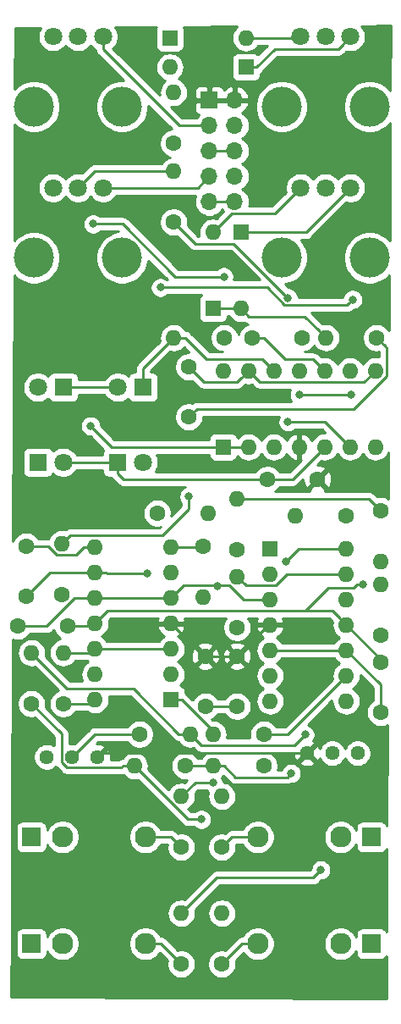
<source format=gbr>
G04 #@! TF.GenerationSoftware,KiCad,Pcbnew,(5.1.0)-1*
G04 #@! TF.CreationDate,2019-04-24T00:35:03-04:00*
G04 #@! TF.ProjectId,lfo,6c666f2e-6b69-4636-9164-5f7063625858,rev?*
G04 #@! TF.SameCoordinates,Original*
G04 #@! TF.FileFunction,Copper,L2,Bot*
G04 #@! TF.FilePolarity,Positive*
%FSLAX46Y46*%
G04 Gerber Fmt 4.6, Leading zero omitted, Abs format (unit mm)*
G04 Created by KiCad (PCBNEW (5.1.0)-1) date 2019-04-24 00:35:03*
%MOMM*%
%LPD*%
G04 APERTURE LIST*
%ADD10O,1.600000X1.600000*%
%ADD11R,1.600000X1.600000*%
%ADD12C,4.000000*%
%ADD13C,1.800000*%
%ADD14C,1.600000*%
%ADD15R,1.800000X1.800000*%
%ADD16C,2.130000*%
%ADD17R,1.830000X1.930000*%
%ADD18C,1.440000*%
%ADD19O,1.700000X1.700000*%
%ADD20R,1.700000X1.700000*%
%ADD21C,0.800000*%
%ADD22C,0.250000*%
%ADD23C,0.254000*%
G04 APERTURE END LIST*
D10*
X225171000Y-73533000D03*
X240411000Y-81153000D03*
X227711000Y-73533000D03*
X237871000Y-81153000D03*
X230251000Y-73533000D03*
X235331000Y-81153000D03*
X232791000Y-73533000D03*
X232791000Y-81153000D03*
X235331000Y-73533000D03*
X230251000Y-81153000D03*
X237871000Y-73533000D03*
X227711000Y-81153000D03*
X240411000Y-73533000D03*
D11*
X225171000Y-81153000D03*
D12*
X231018000Y-62245000D03*
X239818000Y-62245000D03*
D13*
X232918000Y-55245000D03*
X235418000Y-55245000D03*
X237918000Y-55245000D03*
D12*
X206253000Y-62245000D03*
X215053000Y-62245000D03*
D13*
X208153000Y-55245000D03*
X210653000Y-55245000D03*
X213153000Y-55245000D03*
D10*
X220218000Y-70231000D03*
D14*
X225298000Y-70231000D03*
D10*
X235458000Y-70231000D03*
D14*
X240538000Y-70231000D03*
D10*
X232410000Y-88011000D03*
D14*
X237490000Y-88011000D03*
D10*
X220218000Y-53594000D03*
D14*
X220218000Y-58674000D03*
D10*
X224155000Y-59690000D03*
D11*
X224155000Y-67310000D03*
D10*
X226949000Y-67310000D03*
D11*
X226949000Y-59690000D03*
D13*
X214630000Y-75184000D03*
D15*
X217170000Y-75184000D03*
D13*
X217170000Y-82677000D03*
D15*
X214630000Y-82677000D03*
D14*
X221742000Y-78152000D03*
X221742000Y-73152000D03*
X233092000Y-70231000D03*
X228092000Y-70231000D03*
X234616000Y-84391500D03*
X229616000Y-84391500D03*
D10*
X224155000Y-113030000D03*
D14*
X229235000Y-113030000D03*
D10*
X216281000Y-113030000D03*
D14*
X221361000Y-113030000D03*
D10*
X226568000Y-94107000D03*
D14*
X226568000Y-99187000D03*
D10*
X226568000Y-86360000D03*
D14*
X226568000Y-91440000D03*
D16*
X228630000Y-130810000D03*
D17*
X240030000Y-130810000D03*
D16*
X236930000Y-130810000D03*
X217394000Y-120142000D03*
D17*
X205994000Y-120142000D03*
D16*
X209094000Y-120142000D03*
D18*
X238633000Y-111760000D03*
X236093000Y-111760000D03*
X233553000Y-111760000D03*
X207518000Y-112141000D03*
X210058000Y-112141000D03*
X212598000Y-112141000D03*
D10*
X237490000Y-91313000D03*
X229870000Y-106553000D03*
X237490000Y-93853000D03*
X229870000Y-104013000D03*
X237490000Y-96393000D03*
X229870000Y-101473000D03*
X237490000Y-98933000D03*
X229870000Y-98933000D03*
X237490000Y-101473000D03*
X229870000Y-96393000D03*
X237490000Y-104013000D03*
X229870000Y-93853000D03*
X237490000Y-106553000D03*
D11*
X229870000Y-91313000D03*
D10*
X212344000Y-106426000D03*
X219964000Y-91186000D03*
X212344000Y-103886000D03*
X219964000Y-93726000D03*
X212344000Y-101346000D03*
X219964000Y-96266000D03*
X212344000Y-98806000D03*
X219964000Y-98806000D03*
X212344000Y-96266000D03*
X219964000Y-101346000D03*
X212344000Y-93726000D03*
X219964000Y-103886000D03*
X212344000Y-91186000D03*
D11*
X219964000Y-106426000D03*
D12*
X231018000Y-47132000D03*
X239818000Y-47132000D03*
D13*
X232918000Y-40132000D03*
X235418000Y-40132000D03*
X237918000Y-40132000D03*
D12*
X206253000Y-47132000D03*
X215053000Y-47132000D03*
D13*
X208153000Y-40132000D03*
X210653000Y-40132000D03*
X213153000Y-40132000D03*
D10*
X225044000Y-116078000D03*
D14*
X225044000Y-121158000D03*
D10*
X220980000Y-116078000D03*
D14*
X220980000Y-121158000D03*
D10*
X225044000Y-127762000D03*
D14*
X225044000Y-132842000D03*
D10*
X220980000Y-127762000D03*
D14*
X220980000Y-132842000D03*
D10*
X221869000Y-109855000D03*
D14*
X216789000Y-109855000D03*
D10*
X240919000Y-92583000D03*
D14*
X240919000Y-87503000D03*
D10*
X240919000Y-94869000D03*
D14*
X240919000Y-99949000D03*
D10*
X224155000Y-109855000D03*
D14*
X229235000Y-109855000D03*
D10*
X223647000Y-87757000D03*
D14*
X218567000Y-87757000D03*
D10*
X209169000Y-101727000D03*
D14*
X209169000Y-106807000D03*
D10*
X205994000Y-101727000D03*
D14*
X205994000Y-106807000D03*
D10*
X220218000Y-45720000D03*
D14*
X220218000Y-50800000D03*
D10*
X223139000Y-96139000D03*
D14*
X223139000Y-91059000D03*
D10*
X209042000Y-90805000D03*
D14*
X209042000Y-95885000D03*
D19*
X226314000Y-56642000D03*
X223774000Y-56642000D03*
X226314000Y-54102000D03*
X223774000Y-54102000D03*
X226314000Y-51562000D03*
X223774000Y-51562000D03*
X226314000Y-49022000D03*
X223774000Y-49022000D03*
X226314000Y-46482000D03*
D20*
X223774000Y-46482000D03*
D16*
X217394000Y-130810000D03*
D17*
X205994000Y-130810000D03*
D16*
X209094000Y-130810000D03*
X228630000Y-120142000D03*
D17*
X240030000Y-120142000D03*
D16*
X236930000Y-120142000D03*
D10*
X227457000Y-40259000D03*
D11*
X219837000Y-40259000D03*
D10*
X219837000Y-43180000D03*
D11*
X227457000Y-43180000D03*
D13*
X209169000Y-82677000D03*
D15*
X206629000Y-82677000D03*
D13*
X206629000Y-75184000D03*
D15*
X209169000Y-75184000D03*
D14*
X240919000Y-102696000D03*
X240919000Y-107696000D03*
X226568000Y-102061000D03*
X226568000Y-107061000D03*
X209597000Y-99060000D03*
X204597000Y-99060000D03*
X223393000Y-102061000D03*
X223393000Y-107061000D03*
X205486000Y-96059000D03*
X205486000Y-91059000D03*
D21*
X217551000Y-93789500D03*
X233489500Y-98996500D03*
X224599500Y-95059500D03*
X232791000Y-75946000D03*
X237998000Y-75946000D03*
X239141000Y-94932500D03*
X238125000Y-66421000D03*
X218884500Y-65214500D03*
X225234500Y-64135000D03*
X212153500Y-58864500D03*
X221742000Y-86106000D03*
X233362500Y-109918500D03*
X222994001Y-118381999D03*
X234950000Y-123444000D03*
X231457500Y-92583000D03*
X224143370Y-114692630D03*
X231965500Y-113792000D03*
X231665999Y-78658501D03*
X231665999Y-66248499D03*
X211899500Y-79057500D03*
D22*
X207819000Y-93726000D02*
X212344000Y-93726000D01*
X205486000Y-96059000D02*
X207819000Y-93726000D01*
X213475370Y-93726000D02*
X213538870Y-93789500D01*
X212344000Y-93726000D02*
X213475370Y-93726000D01*
X213538870Y-93789500D02*
X217551000Y-93789500D01*
X217551000Y-93789500D02*
X217551000Y-93789500D01*
X224524370Y-102061000D02*
X226568000Y-102061000D01*
X223393000Y-102061000D02*
X224524370Y-102061000D01*
X229696000Y-98933000D02*
X229870000Y-98933000D01*
X226568000Y-102061000D02*
X229696000Y-98933000D01*
X223219000Y-102061000D02*
X223393000Y-102061000D01*
X219964000Y-98806000D02*
X223219000Y-102061000D01*
X212979000Y-111760000D02*
X212598000Y-112141000D01*
X233553000Y-111760000D02*
X212979000Y-111760000D01*
X233426000Y-98933000D02*
X233489500Y-98996500D01*
X229870000Y-98933000D02*
X233426000Y-98933000D01*
X223774000Y-46482000D02*
X226314000Y-46482000D01*
X234531001Y-72733001D02*
X235331000Y-73533000D01*
X234205999Y-72407999D02*
X234531001Y-72733001D01*
X231400369Y-72407999D02*
X234205999Y-72407999D01*
X229223370Y-70231000D02*
X231400369Y-72407999D01*
X228092000Y-70231000D02*
X229223370Y-70231000D01*
X211212630Y-96266000D02*
X212344000Y-96266000D01*
X210326002Y-96266000D02*
X211212630Y-96266000D01*
X207532002Y-99060000D02*
X210326002Y-96266000D01*
X204597000Y-99060000D02*
X207532002Y-99060000D01*
X213475370Y-96266000D02*
X219964000Y-96266000D01*
X212344000Y-96266000D02*
X213475370Y-96266000D01*
X229870000Y-101473000D02*
X237490000Y-101473000D01*
X240919000Y-104902000D02*
X240919000Y-107696000D01*
X237490000Y-101473000D02*
X240919000Y-104902000D01*
X224524370Y-107061000D02*
X226568000Y-107061000D01*
X223393000Y-107061000D02*
X224524370Y-107061000D01*
X228738630Y-96393000D02*
X229870000Y-96393000D01*
X227188998Y-96393000D02*
X228738630Y-96393000D01*
X225809997Y-95013999D02*
X227188998Y-96393000D01*
X221216001Y-95013999D02*
X225809997Y-95013999D01*
X219964000Y-96266000D02*
X221216001Y-95013999D01*
X232092500Y-84391500D02*
X229616000Y-84391500D01*
X235331000Y-81153000D02*
X232092500Y-84391500D01*
X209169000Y-82677000D02*
X214630000Y-82677000D01*
X210319000Y-75184000D02*
X214630000Y-75184000D01*
X209169000Y-75184000D02*
X210319000Y-75184000D01*
X224976081Y-51562000D02*
X226314000Y-51562000D01*
X223774000Y-51562000D02*
X224976081Y-51562000D01*
X222631000Y-55245000D02*
X223774000Y-54102000D01*
X213153000Y-55245000D02*
X222631000Y-55245000D01*
X222571919Y-49022000D02*
X223774000Y-49022000D01*
X220770208Y-49022000D02*
X222571919Y-49022000D01*
X213153000Y-41404792D02*
X220770208Y-49022000D01*
X213153000Y-40132000D02*
X213153000Y-41404792D01*
X228484630Y-84391500D02*
X229616000Y-84391500D01*
X215194500Y-84391500D02*
X228484630Y-84391500D01*
X214630000Y-83827000D02*
X215194500Y-84391500D01*
X214630000Y-82677000D02*
X214630000Y-83827000D01*
X240919000Y-102362000D02*
X240919000Y-102696000D01*
X237490000Y-98933000D02*
X240919000Y-102362000D01*
X212090000Y-99060000D02*
X212344000Y-98806000D01*
X209597000Y-99060000D02*
X212090000Y-99060000D01*
X236690001Y-98133001D02*
X237490000Y-98933000D01*
X236075001Y-97518001D02*
X236690001Y-98133001D01*
X212344000Y-98806000D02*
X213631999Y-97518001D01*
X232791000Y-75946000D02*
X237998000Y-75946000D01*
X237998000Y-75946000D02*
X237998000Y-75946000D01*
X235694001Y-95267999D02*
X233443999Y-97518001D01*
X238239816Y-95267999D02*
X235694001Y-95267999D01*
X238575315Y-94932500D02*
X238239816Y-95267999D01*
X239141000Y-94932500D02*
X238575315Y-94932500D01*
X213631999Y-97518001D02*
X233443999Y-97518001D01*
X233443999Y-97518001D02*
X236075001Y-97518001D01*
X224976081Y-56642000D02*
X226314000Y-56642000D01*
X223774000Y-56642000D02*
X224976081Y-56642000D01*
X211963000Y-101727000D02*
X212344000Y-101346000D01*
X209169000Y-101727000D02*
X211963000Y-101727000D01*
X213475370Y-101346000D02*
X219964000Y-101346000D01*
X212344000Y-101346000D02*
X213475370Y-101346000D01*
X237018001Y-41031999D02*
X237918000Y-40132000D01*
X236692999Y-41357001D02*
X237018001Y-41031999D01*
X230329999Y-41357001D02*
X236692999Y-41357001D01*
X228507000Y-43180000D02*
X230329999Y-41357001D01*
X227457000Y-43180000D02*
X228507000Y-43180000D01*
X232791000Y-40259000D02*
X232918000Y-40132000D01*
X227457000Y-40259000D02*
X232791000Y-40259000D01*
X223012000Y-91186000D02*
X223139000Y-91059000D01*
X219964000Y-91186000D02*
X223012000Y-91186000D01*
X237725001Y-66820999D02*
X238125000Y-66421000D01*
X237572500Y-66973500D02*
X237725001Y-66820999D01*
X231317998Y-66973500D02*
X237572500Y-66973500D01*
X229558998Y-65214500D02*
X231317998Y-66973500D01*
X218884500Y-65214500D02*
X229558998Y-65214500D01*
X211963000Y-106807000D02*
X212344000Y-106426000D01*
X209169000Y-106807000D02*
X211963000Y-106807000D01*
X220384002Y-64135000D02*
X215113502Y-58864500D01*
X225234500Y-64135000D02*
X220384002Y-64135000D01*
X215113502Y-58864500D02*
X212153500Y-58864500D01*
X212153500Y-58864500D02*
X212153500Y-58864500D01*
X226911001Y-74332999D02*
X227711000Y-73533000D01*
X226585999Y-74658001D02*
X226911001Y-74332999D01*
X223248001Y-74658001D02*
X226585999Y-74658001D01*
X221742000Y-73152000D02*
X223248001Y-74658001D01*
X228510999Y-74332999D02*
X227711000Y-73533000D01*
X228836001Y-74658001D02*
X228510999Y-74332999D01*
X239285999Y-74658001D02*
X228836001Y-74658001D01*
X240411000Y-73533000D02*
X239285999Y-74658001D01*
X209841999Y-90005001D02*
X219112999Y-90005001D01*
X209042000Y-90805000D02*
X209841999Y-90005001D01*
X219112999Y-90005001D02*
X221742000Y-87376000D01*
X221742000Y-87376000D02*
X221742000Y-86106000D01*
X221742000Y-86106000D02*
X221742000Y-86106000D01*
X219964000Y-120142000D02*
X217394000Y-120142000D01*
X220980000Y-121158000D02*
X219964000Y-120142000D01*
X226060000Y-120142000D02*
X228630000Y-120142000D01*
X225044000Y-121158000D02*
X226060000Y-120142000D01*
X220737630Y-109855000D02*
X221869000Y-109855000D01*
X216183629Y-105300999D02*
X220737630Y-109855000D01*
X209567999Y-105300999D02*
X216183629Y-105300999D01*
X205994000Y-101727000D02*
X209567999Y-105300999D01*
X222668999Y-110654999D02*
X221869000Y-109855000D01*
X222994001Y-110980001D02*
X222668999Y-110654999D01*
X232300999Y-110980001D02*
X222994001Y-110980001D01*
X233362500Y-109918500D02*
X232300999Y-110980001D01*
X215149630Y-113030000D02*
X216281000Y-113030000D01*
X214993629Y-113186001D02*
X215149630Y-113030000D01*
X209556399Y-113186001D02*
X214993629Y-113186001D01*
X209012999Y-112642601D02*
X209556399Y-113186001D01*
X209012999Y-109825999D02*
X209012999Y-112642601D01*
X205994000Y-106807000D02*
X209012999Y-109825999D01*
X221632999Y-118381999D02*
X216281000Y-113030000D01*
X222994001Y-118381999D02*
X221632999Y-118381999D01*
X224155000Y-109567000D02*
X224155000Y-109855000D01*
X221014000Y-106426000D02*
X224155000Y-109567000D01*
X219964000Y-106426000D02*
X221014000Y-106426000D01*
X231648000Y-109855000D02*
X229235000Y-109855000D01*
X237490000Y-104013000D02*
X231648000Y-109855000D01*
X239776000Y-86360000D02*
X226568000Y-86360000D01*
X240919000Y-87503000D02*
X239776000Y-86360000D01*
X224536000Y-124206000D02*
X234188000Y-124206000D01*
X220980000Y-127762000D02*
X224536000Y-124206000D01*
X234188000Y-124206000D02*
X234950000Y-123444000D01*
X234950000Y-123444000D02*
X234950000Y-123444000D01*
X212344000Y-109855000D02*
X210058000Y-112141000D01*
X216789000Y-109855000D02*
X212344000Y-109855000D01*
X227076000Y-130810000D02*
X228630000Y-130810000D01*
X225044000Y-132842000D02*
X227076000Y-130810000D01*
X218948000Y-130810000D02*
X217394000Y-130810000D01*
X220980000Y-132842000D02*
X218948000Y-130810000D01*
X232727500Y-91313000D02*
X237490000Y-91313000D01*
X231457500Y-92583000D02*
X232727500Y-91313000D01*
X222365370Y-114692630D02*
X220980000Y-116078000D01*
X224143370Y-114692630D02*
X222365370Y-114692630D01*
X227367999Y-94906999D02*
X226568000Y-94107000D01*
X227439001Y-94978001D02*
X227367999Y-94906999D01*
X230410001Y-94978001D02*
X227439001Y-94978001D01*
X231535002Y-93853000D02*
X230410001Y-94978001D01*
X237490000Y-93853000D02*
X231535002Y-93853000D01*
X222492370Y-113030000D02*
X224155000Y-113030000D01*
X221361000Y-113030000D02*
X222492370Y-113030000D01*
X226411371Y-114155001D02*
X231602499Y-114155001D01*
X224155000Y-113030000D02*
X225286370Y-113030000D01*
X225286370Y-113030000D02*
X226411371Y-114155001D01*
X231602499Y-114155001D02*
X231965500Y-113792000D01*
X231965500Y-113792000D02*
X231965500Y-113792000D01*
X211212630Y-91186000D02*
X212344000Y-91186000D01*
X210468629Y-91930001D02*
X211212630Y-91186000D01*
X208501999Y-91930001D02*
X210468629Y-91930001D01*
X207630998Y-91059000D02*
X208501999Y-91930001D01*
X205486000Y-91059000D02*
X207630998Y-91059000D01*
X241337999Y-71030999D02*
X240538000Y-70231000D01*
X241536001Y-71229001D02*
X241337999Y-71030999D01*
X241536001Y-74073001D02*
X241536001Y-71229001D01*
X238257001Y-77352001D02*
X241536001Y-74073001D01*
X222541999Y-77352001D02*
X238257001Y-77352001D01*
X221742000Y-78152000D02*
X222541999Y-77352001D01*
X229451001Y-72733001D02*
X230251000Y-73533000D01*
X229125999Y-72407999D02*
X229451001Y-72733001D01*
X223526369Y-72407999D02*
X229125999Y-72407999D01*
X221349370Y-70231000D02*
X223526369Y-72407999D01*
X220218000Y-70231000D02*
X221349370Y-70231000D01*
X217170000Y-73279000D02*
X220218000Y-70231000D01*
X217170000Y-75184000D02*
X217170000Y-73279000D01*
X234658001Y-69431001D02*
X235458000Y-70231000D01*
X233336999Y-68109999D02*
X234658001Y-69431001D01*
X227748999Y-68109999D02*
X233336999Y-68109999D01*
X226949000Y-67310000D02*
X227748999Y-68109999D01*
X225205000Y-67310000D02*
X226949000Y-67310000D01*
X224155000Y-67310000D02*
X225205000Y-67310000D01*
X233473000Y-59690000D02*
X237918000Y-55245000D01*
X226949000Y-59690000D02*
X233473000Y-59690000D01*
X224954999Y-58890001D02*
X224155000Y-59690000D01*
X226027999Y-57817001D02*
X224954999Y-58890001D01*
X230345999Y-57817001D02*
X226027999Y-57817001D01*
X232918000Y-55245000D02*
X230345999Y-57817001D01*
X212304000Y-53594000D02*
X220218000Y-53594000D01*
X210653000Y-55245000D02*
X212304000Y-53594000D01*
X235376501Y-78658501D02*
X237871000Y-81153000D01*
X231665999Y-78658501D02*
X235376501Y-78658501D01*
X221017999Y-59473999D02*
X220218000Y-58674000D01*
X222359001Y-60815001D02*
X221017999Y-59473999D01*
X226232501Y-60815001D02*
X222359001Y-60815001D01*
X231665999Y-66248499D02*
X226232501Y-60815001D01*
X226221000Y-81153000D02*
X227711000Y-81153000D01*
X225171000Y-81153000D02*
X226221000Y-81153000D01*
X213995000Y-81153000D02*
X225171000Y-81153000D01*
X211899500Y-79057500D02*
X213995000Y-81153000D01*
D23*
G36*
X208217147Y-99478574D02*
G01*
X208325320Y-99739727D01*
X208482363Y-99974759D01*
X208682241Y-100174637D01*
X208888800Y-100312655D01*
X208887691Y-100312764D01*
X208617192Y-100394818D01*
X208367899Y-100528068D01*
X208149392Y-100707392D01*
X207970068Y-100925899D01*
X207836818Y-101175192D01*
X207754764Y-101445691D01*
X207727057Y-101727000D01*
X207754764Y-102008309D01*
X207836818Y-102278808D01*
X207970068Y-102528101D01*
X208149392Y-102746608D01*
X208367899Y-102925932D01*
X208617192Y-103059182D01*
X208887691Y-103141236D01*
X209098508Y-103162000D01*
X209239492Y-103162000D01*
X209450309Y-103141236D01*
X209720808Y-103059182D01*
X209970101Y-102925932D01*
X210188608Y-102746608D01*
X210367932Y-102528101D01*
X210389901Y-102487000D01*
X211472309Y-102487000D01*
X211542899Y-102544932D01*
X211675858Y-102616000D01*
X211542899Y-102687068D01*
X211324392Y-102866392D01*
X211145068Y-103084899D01*
X211011818Y-103334192D01*
X210929764Y-103604691D01*
X210902057Y-103886000D01*
X210929764Y-104167309D01*
X211011818Y-104437808D01*
X211066975Y-104540999D01*
X209882801Y-104540999D01*
X207394708Y-102052906D01*
X207408236Y-102008309D01*
X207435943Y-101727000D01*
X207408236Y-101445691D01*
X207326182Y-101175192D01*
X207192932Y-100925899D01*
X207013608Y-100707392D01*
X206795101Y-100528068D01*
X206545808Y-100394818D01*
X206275309Y-100312764D01*
X206064492Y-100292000D01*
X205923508Y-100292000D01*
X205712691Y-100312764D01*
X205442192Y-100394818D01*
X205192899Y-100528068D01*
X204974392Y-100707392D01*
X204795068Y-100925899D01*
X204661818Y-101175192D01*
X204579764Y-101445691D01*
X204552057Y-101727000D01*
X204579764Y-102008309D01*
X204661818Y-102278808D01*
X204795068Y-102528101D01*
X204974392Y-102746608D01*
X205192899Y-102925932D01*
X205442192Y-103059182D01*
X205712691Y-103141236D01*
X205923508Y-103162000D01*
X206064492Y-103162000D01*
X206275309Y-103141236D01*
X206319906Y-103127708D01*
X208657738Y-105465540D01*
X208489273Y-105535320D01*
X208254241Y-105692363D01*
X208054363Y-105892241D01*
X207897320Y-106127273D01*
X207789147Y-106388426D01*
X207734000Y-106665665D01*
X207734000Y-106948335D01*
X207789147Y-107225574D01*
X207897320Y-107486727D01*
X208054363Y-107721759D01*
X208254241Y-107921637D01*
X208489273Y-108078680D01*
X208750426Y-108186853D01*
X209027665Y-108242000D01*
X209310335Y-108242000D01*
X209587574Y-108186853D01*
X209848727Y-108078680D01*
X210083759Y-107921637D01*
X210283637Y-107721759D01*
X210387043Y-107567000D01*
X211472309Y-107567000D01*
X211542899Y-107624932D01*
X211792192Y-107758182D01*
X212062691Y-107840236D01*
X212273508Y-107861000D01*
X212414492Y-107861000D01*
X212625309Y-107840236D01*
X212895808Y-107758182D01*
X213145101Y-107624932D01*
X213363608Y-107445608D01*
X213542932Y-107227101D01*
X213676182Y-106977808D01*
X213758236Y-106707309D01*
X213785943Y-106426000D01*
X213758236Y-106144691D01*
X213732849Y-106060999D01*
X215868828Y-106060999D01*
X220173830Y-110366002D01*
X220197629Y-110395001D01*
X220226627Y-110418799D01*
X220313353Y-110489974D01*
X220436364Y-110555725D01*
X220445383Y-110560546D01*
X220588644Y-110604003D01*
X220645198Y-110609573D01*
X220670068Y-110656101D01*
X220849392Y-110874608D01*
X221067899Y-111053932D01*
X221317192Y-111187182D01*
X221587691Y-111269236D01*
X221798508Y-111290000D01*
X221939492Y-111290000D01*
X222150309Y-111269236D01*
X222194907Y-111255708D01*
X222430197Y-111490998D01*
X222454000Y-111520002D01*
X222569725Y-111614975D01*
X222701754Y-111685547D01*
X222845015Y-111729004D01*
X222956668Y-111740001D01*
X222956677Y-111740001D01*
X222994000Y-111743677D01*
X223031323Y-111740001D01*
X223524273Y-111740001D01*
X223353899Y-111831068D01*
X223135392Y-112010392D01*
X222956068Y-112228899D01*
X222934099Y-112270000D01*
X222579043Y-112270000D01*
X222475637Y-112115241D01*
X222275759Y-111915363D01*
X222040727Y-111758320D01*
X221779574Y-111650147D01*
X221502335Y-111595000D01*
X221219665Y-111595000D01*
X220942426Y-111650147D01*
X220681273Y-111758320D01*
X220446241Y-111915363D01*
X220246363Y-112115241D01*
X220089320Y-112350273D01*
X219981147Y-112611426D01*
X219926000Y-112888665D01*
X219926000Y-113171335D01*
X219981147Y-113448574D01*
X220089320Y-113709727D01*
X220246363Y-113944759D01*
X220446241Y-114144637D01*
X220681273Y-114301680D01*
X220942426Y-114409853D01*
X221219665Y-114465000D01*
X221502335Y-114465000D01*
X221522137Y-114461061D01*
X221305906Y-114677292D01*
X221261309Y-114663764D01*
X221050492Y-114643000D01*
X220909508Y-114643000D01*
X220698691Y-114663764D01*
X220428192Y-114745818D01*
X220178899Y-114879068D01*
X219960392Y-115058392D01*
X219781068Y-115276899D01*
X219718938Y-115393136D01*
X217681708Y-113355906D01*
X217695236Y-113311309D01*
X217722943Y-113030000D01*
X217695236Y-112748691D01*
X217613182Y-112478192D01*
X217479932Y-112228899D01*
X217300608Y-112010392D01*
X217082101Y-111831068D01*
X216832808Y-111697818D01*
X216562309Y-111615764D01*
X216351492Y-111595000D01*
X216210508Y-111595000D01*
X215999691Y-111615764D01*
X215729192Y-111697818D01*
X215479899Y-111831068D01*
X215261392Y-112010392D01*
X215082068Y-112228899D01*
X215057198Y-112275427D01*
X215000644Y-112280997D01*
X214857383Y-112324454D01*
X214725354Y-112395026D01*
X214687611Y-112426001D01*
X213923253Y-112426001D01*
X213945811Y-112333973D01*
X213957561Y-112067320D01*
X213917063Y-111803499D01*
X213825875Y-111552647D01*
X213769368Y-111446932D01*
X213533560Y-111385045D01*
X212777605Y-112141000D01*
X212791748Y-112155143D01*
X212612143Y-112334748D01*
X212598000Y-112320605D01*
X212583858Y-112334748D01*
X212404253Y-112155143D01*
X212418395Y-112141000D01*
X212404253Y-112126858D01*
X212583858Y-111947253D01*
X212598000Y-111961395D01*
X213353955Y-111205440D01*
X213292068Y-110969632D01*
X213050210Y-110856734D01*
X212790973Y-110793189D01*
X212524320Y-110781439D01*
X212486568Y-110787234D01*
X212658802Y-110615000D01*
X215570957Y-110615000D01*
X215674363Y-110769759D01*
X215874241Y-110969637D01*
X216109273Y-111126680D01*
X216370426Y-111234853D01*
X216647665Y-111290000D01*
X216930335Y-111290000D01*
X217207574Y-111234853D01*
X217468727Y-111126680D01*
X217703759Y-110969637D01*
X217903637Y-110769759D01*
X218060680Y-110534727D01*
X218168853Y-110273574D01*
X218224000Y-109996335D01*
X218224000Y-109713665D01*
X218168853Y-109436426D01*
X218060680Y-109175273D01*
X217903637Y-108940241D01*
X217703759Y-108740363D01*
X217468727Y-108583320D01*
X217207574Y-108475147D01*
X216930335Y-108420000D01*
X216647665Y-108420000D01*
X216370426Y-108475147D01*
X216109273Y-108583320D01*
X215874241Y-108740363D01*
X215674363Y-108940241D01*
X215570957Y-109095000D01*
X212381322Y-109095000D01*
X212343999Y-109091324D01*
X212306676Y-109095000D01*
X212306667Y-109095000D01*
X212195014Y-109105997D01*
X212051753Y-109149454D01*
X211919724Y-109220026D01*
X211803999Y-109314999D01*
X211780201Y-109343997D01*
X210313852Y-110810346D01*
X210191456Y-110786000D01*
X209924544Y-110786000D01*
X209772999Y-110816144D01*
X209772999Y-109863321D01*
X209776675Y-109825998D01*
X209772999Y-109788675D01*
X209772999Y-109788666D01*
X209762002Y-109677013D01*
X209718545Y-109533752D01*
X209647973Y-109401723D01*
X209553000Y-109285998D01*
X209524003Y-109262201D01*
X207392688Y-107130886D01*
X207429000Y-106948335D01*
X207429000Y-106665665D01*
X207373853Y-106388426D01*
X207265680Y-106127273D01*
X207108637Y-105892241D01*
X206908759Y-105692363D01*
X206673727Y-105535320D01*
X206412574Y-105427147D01*
X206135335Y-105372000D01*
X205852665Y-105372000D01*
X205575426Y-105427147D01*
X205314273Y-105535320D01*
X205079241Y-105692363D01*
X204879363Y-105892241D01*
X204722320Y-106127273D01*
X204614147Y-106388426D01*
X204559000Y-106665665D01*
X204559000Y-106948335D01*
X204614147Y-107225574D01*
X204722320Y-107486727D01*
X204879363Y-107721759D01*
X205079241Y-107921637D01*
X205314273Y-108078680D01*
X205575426Y-108186853D01*
X205852665Y-108242000D01*
X206135335Y-108242000D01*
X206317886Y-108205688D01*
X208252999Y-110140801D01*
X208252999Y-111002467D01*
X208159833Y-110940215D01*
X207913239Y-110838072D01*
X207651456Y-110786000D01*
X207384544Y-110786000D01*
X207122761Y-110838072D01*
X206876167Y-110940215D01*
X206654238Y-111088503D01*
X206465503Y-111277238D01*
X206317215Y-111499167D01*
X206215072Y-111745761D01*
X206163000Y-112007544D01*
X206163000Y-112274456D01*
X206215072Y-112536239D01*
X206317215Y-112782833D01*
X206465503Y-113004762D01*
X206654238Y-113193497D01*
X206876167Y-113341785D01*
X207122761Y-113443928D01*
X207384544Y-113496000D01*
X207651456Y-113496000D01*
X207913239Y-113443928D01*
X208159833Y-113341785D01*
X208381762Y-113193497D01*
X208436784Y-113138475D01*
X208449200Y-113153603D01*
X208472999Y-113182602D01*
X208501997Y-113206400D01*
X208992599Y-113697003D01*
X209016398Y-113726002D01*
X209132123Y-113820975D01*
X209264152Y-113891547D01*
X209407413Y-113935004D01*
X209519066Y-113946001D01*
X209519074Y-113946001D01*
X209556399Y-113949677D01*
X209593724Y-113946001D01*
X214956307Y-113946001D01*
X214993629Y-113949677D01*
X215030951Y-113946001D01*
X215030962Y-113946001D01*
X215142615Y-113935004D01*
X215162411Y-113928999D01*
X215261392Y-114049608D01*
X215479899Y-114228932D01*
X215729192Y-114362182D01*
X215999691Y-114444236D01*
X216210508Y-114465000D01*
X216351492Y-114465000D01*
X216562309Y-114444236D01*
X216606906Y-114430708D01*
X221069200Y-118893002D01*
X221092998Y-118922000D01*
X221121996Y-118945798D01*
X221208723Y-119016973D01*
X221340752Y-119087545D01*
X221484013Y-119131002D01*
X221632999Y-119145676D01*
X221670332Y-119141999D01*
X222290290Y-119141999D01*
X222334227Y-119185936D01*
X222503745Y-119299204D01*
X222692103Y-119377225D01*
X222892062Y-119416999D01*
X223095940Y-119416999D01*
X223295899Y-119377225D01*
X223484257Y-119299204D01*
X223653775Y-119185936D01*
X223797938Y-119041773D01*
X223911206Y-118872255D01*
X223989227Y-118683897D01*
X224029001Y-118483938D01*
X224029001Y-118280060D01*
X223989227Y-118080101D01*
X223911206Y-117891743D01*
X223797938Y-117722225D01*
X223653775Y-117578062D01*
X223484257Y-117464794D01*
X223295899Y-117386773D01*
X223095940Y-117346999D01*
X222892062Y-117346999D01*
X222692103Y-117386773D01*
X222503745Y-117464794D01*
X222334227Y-117578062D01*
X222290290Y-117621999D01*
X221947801Y-117621999D01*
X221664864Y-117339062D01*
X221781101Y-117276932D01*
X221999608Y-117097608D01*
X222178932Y-116879101D01*
X222312182Y-116629808D01*
X222394236Y-116359309D01*
X222421943Y-116078000D01*
X222394236Y-115796691D01*
X222380708Y-115752094D01*
X222680172Y-115452630D01*
X223439659Y-115452630D01*
X223483596Y-115496567D01*
X223653114Y-115609835D01*
X223682725Y-115622100D01*
X223629764Y-115796691D01*
X223602057Y-116078000D01*
X223629764Y-116359309D01*
X223711818Y-116629808D01*
X223845068Y-116879101D01*
X224024392Y-117097608D01*
X224242899Y-117276932D01*
X224492192Y-117410182D01*
X224762691Y-117492236D01*
X224973508Y-117513000D01*
X225114492Y-117513000D01*
X225325309Y-117492236D01*
X225595808Y-117410182D01*
X225845101Y-117276932D01*
X226063608Y-117097608D01*
X226242932Y-116879101D01*
X226376182Y-116629808D01*
X226458236Y-116359309D01*
X226485943Y-116078000D01*
X226458236Y-115796691D01*
X226376182Y-115526192D01*
X226242932Y-115276899D01*
X226063608Y-115058392D01*
X225845101Y-114879068D01*
X225595808Y-114745818D01*
X225325309Y-114663764D01*
X225178370Y-114649292D01*
X225178370Y-114590691D01*
X225138596Y-114390732D01*
X225060575Y-114202374D01*
X225035036Y-114164152D01*
X225174608Y-114049608D01*
X225200107Y-114018538D01*
X225847572Y-114666004D01*
X225871370Y-114695002D01*
X225987095Y-114789975D01*
X226119124Y-114860547D01*
X226262385Y-114904004D01*
X226374038Y-114915001D01*
X226374046Y-114915001D01*
X226411371Y-114918677D01*
X226448696Y-114915001D01*
X231565177Y-114915001D01*
X231602499Y-114918677D01*
X231639821Y-114915001D01*
X231639832Y-114915001D01*
X231751485Y-114904004D01*
X231894746Y-114860547D01*
X231957507Y-114827000D01*
X232067439Y-114827000D01*
X232267398Y-114787226D01*
X232455756Y-114709205D01*
X232625274Y-114595937D01*
X232769437Y-114451774D01*
X232882705Y-114282256D01*
X232960726Y-114093898D01*
X233000500Y-113893939D01*
X233000500Y-113690061D01*
X232960726Y-113490102D01*
X232882705Y-113301744D01*
X232769437Y-113132226D01*
X232625274Y-112988063D01*
X232455756Y-112874795D01*
X232267398Y-112796774D01*
X232067439Y-112757000D01*
X231863561Y-112757000D01*
X231663602Y-112796774D01*
X231475244Y-112874795D01*
X231305726Y-112988063D01*
X231161563Y-113132226D01*
X231048295Y-113301744D01*
X231009666Y-113395001D01*
X230625509Y-113395001D01*
X230670000Y-113171335D01*
X230670000Y-112888665D01*
X230631589Y-112695560D01*
X232797045Y-112695560D01*
X232858932Y-112931368D01*
X233100790Y-113044266D01*
X233360027Y-113107811D01*
X233626680Y-113119561D01*
X233890501Y-113079063D01*
X234141353Y-112987875D01*
X234247068Y-112931368D01*
X234308955Y-112695560D01*
X233553000Y-111939605D01*
X232797045Y-112695560D01*
X230631589Y-112695560D01*
X230614853Y-112611426D01*
X230506680Y-112350273D01*
X230349637Y-112115241D01*
X230149759Y-111915363D01*
X229914727Y-111758320D01*
X229870501Y-111740001D01*
X232197567Y-111740001D01*
X232193439Y-111833680D01*
X232233937Y-112097501D01*
X232325125Y-112348353D01*
X232381632Y-112454068D01*
X232617440Y-112515955D01*
X233373395Y-111760000D01*
X233732605Y-111760000D01*
X234488560Y-112515955D01*
X234724368Y-112454068D01*
X234824764Y-112238993D01*
X234892215Y-112401833D01*
X235040503Y-112623762D01*
X235229238Y-112812497D01*
X235451167Y-112960785D01*
X235697761Y-113062928D01*
X235959544Y-113115000D01*
X236226456Y-113115000D01*
X236488239Y-113062928D01*
X236734833Y-112960785D01*
X236956762Y-112812497D01*
X237145497Y-112623762D01*
X237293785Y-112401833D01*
X237363000Y-112234734D01*
X237432215Y-112401833D01*
X237580503Y-112623762D01*
X237769238Y-112812497D01*
X237991167Y-112960785D01*
X238237761Y-113062928D01*
X238499544Y-113115000D01*
X238766456Y-113115000D01*
X239028239Y-113062928D01*
X239274833Y-112960785D01*
X239496762Y-112812497D01*
X239685497Y-112623762D01*
X239833785Y-112401833D01*
X239935928Y-112155239D01*
X239988000Y-111893456D01*
X239988000Y-111626544D01*
X239935928Y-111364761D01*
X239833785Y-111118167D01*
X239685497Y-110896238D01*
X239496762Y-110707503D01*
X239274833Y-110559215D01*
X239028239Y-110457072D01*
X238766456Y-110405000D01*
X238499544Y-110405000D01*
X238237761Y-110457072D01*
X237991167Y-110559215D01*
X237769238Y-110707503D01*
X237580503Y-110896238D01*
X237432215Y-111118167D01*
X237363000Y-111285266D01*
X237293785Y-111118167D01*
X237145497Y-110896238D01*
X236956762Y-110707503D01*
X236734833Y-110559215D01*
X236488239Y-110457072D01*
X236226456Y-110405000D01*
X235959544Y-110405000D01*
X235697761Y-110457072D01*
X235451167Y-110559215D01*
X235229238Y-110707503D01*
X235040503Y-110896238D01*
X234892215Y-111118167D01*
X234822562Y-111286324D01*
X234780875Y-111171647D01*
X234724368Y-111065932D01*
X234488560Y-111004045D01*
X233732605Y-111760000D01*
X233373395Y-111760000D01*
X233359253Y-111745858D01*
X233538858Y-111566253D01*
X233553000Y-111580395D01*
X234308955Y-110824440D01*
X234247068Y-110588632D01*
X234180331Y-110557480D01*
X234279705Y-110408756D01*
X234357726Y-110220398D01*
X234397500Y-110020439D01*
X234397500Y-109816561D01*
X234357726Y-109616602D01*
X234279705Y-109428244D01*
X234166437Y-109258726D01*
X234022274Y-109114563D01*
X233852756Y-109001295D01*
X233664398Y-108923274D01*
X233656165Y-108921636D01*
X236050598Y-106527204D01*
X236048057Y-106553000D01*
X236075764Y-106834309D01*
X236157818Y-107104808D01*
X236291068Y-107354101D01*
X236470392Y-107572608D01*
X236688899Y-107751932D01*
X236938192Y-107885182D01*
X237208691Y-107967236D01*
X237419508Y-107988000D01*
X237560492Y-107988000D01*
X237771309Y-107967236D01*
X238041808Y-107885182D01*
X238291101Y-107751932D01*
X238509608Y-107572608D01*
X238688932Y-107354101D01*
X238822182Y-107104808D01*
X238904236Y-106834309D01*
X238931943Y-106553000D01*
X238904236Y-106271691D01*
X238822182Y-106001192D01*
X238688932Y-105751899D01*
X238509608Y-105533392D01*
X238291101Y-105354068D01*
X238158142Y-105283000D01*
X238291101Y-105211932D01*
X238509608Y-105032608D01*
X238688932Y-104814101D01*
X238822182Y-104564808D01*
X238904236Y-104294309D01*
X238931943Y-104013000D01*
X238929402Y-103987204D01*
X240159000Y-105216802D01*
X240159001Y-106477956D01*
X240004241Y-106581363D01*
X239804363Y-106781241D01*
X239647320Y-107016273D01*
X239539147Y-107277426D01*
X239484000Y-107554665D01*
X239484000Y-107837335D01*
X239539147Y-108114574D01*
X239647320Y-108375727D01*
X239804363Y-108610759D01*
X240004241Y-108810637D01*
X240239273Y-108967680D01*
X240500426Y-109075853D01*
X240777665Y-109131000D01*
X241060335Y-109131000D01*
X241337574Y-109075853D01*
X241598727Y-108967680D01*
X241615639Y-108956380D01*
X241569616Y-119048575D01*
X241534502Y-118932820D01*
X241475537Y-118822506D01*
X241396185Y-118725815D01*
X241299494Y-118646463D01*
X241189180Y-118587498D01*
X241069482Y-118551188D01*
X240945000Y-118538928D01*
X239115000Y-118538928D01*
X238990518Y-118551188D01*
X238870820Y-118587498D01*
X238760506Y-118646463D01*
X238663815Y-118725815D01*
X238584463Y-118822506D01*
X238525498Y-118932820D01*
X238489188Y-119052518D01*
X238476928Y-119177000D01*
X238476928Y-119434299D01*
X238436521Y-119336748D01*
X238250477Y-119058313D01*
X238013687Y-118821523D01*
X237735252Y-118635479D01*
X237425872Y-118507330D01*
X237097435Y-118442000D01*
X236762565Y-118442000D01*
X236434128Y-118507330D01*
X236124748Y-118635479D01*
X235846313Y-118821523D01*
X235609523Y-119058313D01*
X235423479Y-119336748D01*
X235295330Y-119646128D01*
X235230000Y-119974565D01*
X235230000Y-120309435D01*
X235295330Y-120637872D01*
X235423479Y-120947252D01*
X235609523Y-121225687D01*
X235846313Y-121462477D01*
X236124748Y-121648521D01*
X236434128Y-121776670D01*
X236762565Y-121842000D01*
X237097435Y-121842000D01*
X237425872Y-121776670D01*
X237735252Y-121648521D01*
X238013687Y-121462477D01*
X238250477Y-121225687D01*
X238436521Y-120947252D01*
X238476928Y-120849701D01*
X238476928Y-121107000D01*
X238489188Y-121231482D01*
X238525498Y-121351180D01*
X238584463Y-121461494D01*
X238663815Y-121558185D01*
X238760506Y-121637537D01*
X238870820Y-121696502D01*
X238990518Y-121732812D01*
X239115000Y-121745072D01*
X240945000Y-121745072D01*
X241069482Y-121732812D01*
X241189180Y-121696502D01*
X241299494Y-121637537D01*
X241396185Y-121558185D01*
X241475537Y-121461494D01*
X241534502Y-121351180D01*
X241559491Y-121268802D01*
X241521605Y-129576692D01*
X241475537Y-129490506D01*
X241396185Y-129393815D01*
X241299494Y-129314463D01*
X241189180Y-129255498D01*
X241069482Y-129219188D01*
X240945000Y-129206928D01*
X239115000Y-129206928D01*
X238990518Y-129219188D01*
X238870820Y-129255498D01*
X238760506Y-129314463D01*
X238663815Y-129393815D01*
X238584463Y-129490506D01*
X238525498Y-129600820D01*
X238489188Y-129720518D01*
X238476928Y-129845000D01*
X238476928Y-130102299D01*
X238436521Y-130004748D01*
X238250477Y-129726313D01*
X238013687Y-129489523D01*
X237735252Y-129303479D01*
X237425872Y-129175330D01*
X237097435Y-129110000D01*
X236762565Y-129110000D01*
X236434128Y-129175330D01*
X236124748Y-129303479D01*
X235846313Y-129489523D01*
X235609523Y-129726313D01*
X235423479Y-130004748D01*
X235295330Y-130314128D01*
X235230000Y-130642565D01*
X235230000Y-130977435D01*
X235295330Y-131305872D01*
X235423479Y-131615252D01*
X235609523Y-131893687D01*
X235846313Y-132130477D01*
X236124748Y-132316521D01*
X236434128Y-132444670D01*
X236762565Y-132510000D01*
X237097435Y-132510000D01*
X237425872Y-132444670D01*
X237735252Y-132316521D01*
X238013687Y-132130477D01*
X238250477Y-131893687D01*
X238436521Y-131615252D01*
X238476928Y-131517701D01*
X238476928Y-131775000D01*
X238489188Y-131899482D01*
X238525498Y-132019180D01*
X238584463Y-132129494D01*
X238663815Y-132226185D01*
X238760506Y-132305537D01*
X238870820Y-132364502D01*
X238990518Y-132400812D01*
X239115000Y-132413072D01*
X240945000Y-132413072D01*
X241069482Y-132400812D01*
X241189180Y-132364502D01*
X241299494Y-132305537D01*
X241396185Y-132226185D01*
X241475537Y-132129494D01*
X241510260Y-132064534D01*
X241491079Y-136270575D01*
X203962497Y-136144428D01*
X203987200Y-129845000D01*
X204440928Y-129845000D01*
X204440928Y-131775000D01*
X204453188Y-131899482D01*
X204489498Y-132019180D01*
X204548463Y-132129494D01*
X204627815Y-132226185D01*
X204724506Y-132305537D01*
X204834820Y-132364502D01*
X204954518Y-132400812D01*
X205079000Y-132413072D01*
X206909000Y-132413072D01*
X207033482Y-132400812D01*
X207153180Y-132364502D01*
X207263494Y-132305537D01*
X207360185Y-132226185D01*
X207439537Y-132129494D01*
X207498502Y-132019180D01*
X207534812Y-131899482D01*
X207547072Y-131775000D01*
X207547072Y-131517701D01*
X207587479Y-131615252D01*
X207773523Y-131893687D01*
X208010313Y-132130477D01*
X208288748Y-132316521D01*
X208598128Y-132444670D01*
X208926565Y-132510000D01*
X209261435Y-132510000D01*
X209589872Y-132444670D01*
X209899252Y-132316521D01*
X210177687Y-132130477D01*
X210414477Y-131893687D01*
X210600521Y-131615252D01*
X210728670Y-131305872D01*
X210794000Y-130977435D01*
X210794000Y-130642565D01*
X215694000Y-130642565D01*
X215694000Y-130977435D01*
X215759330Y-131305872D01*
X215887479Y-131615252D01*
X216073523Y-131893687D01*
X216310313Y-132130477D01*
X216588748Y-132316521D01*
X216898128Y-132444670D01*
X217226565Y-132510000D01*
X217561435Y-132510000D01*
X217889872Y-132444670D01*
X218199252Y-132316521D01*
X218477687Y-132130477D01*
X218714477Y-131893687D01*
X218811572Y-131748373D01*
X219581312Y-132518114D01*
X219545000Y-132700665D01*
X219545000Y-132983335D01*
X219600147Y-133260574D01*
X219708320Y-133521727D01*
X219865363Y-133756759D01*
X220065241Y-133956637D01*
X220300273Y-134113680D01*
X220561426Y-134221853D01*
X220838665Y-134277000D01*
X221121335Y-134277000D01*
X221398574Y-134221853D01*
X221659727Y-134113680D01*
X221894759Y-133956637D01*
X222094637Y-133756759D01*
X222251680Y-133521727D01*
X222359853Y-133260574D01*
X222415000Y-132983335D01*
X222415000Y-132700665D01*
X223609000Y-132700665D01*
X223609000Y-132983335D01*
X223664147Y-133260574D01*
X223772320Y-133521727D01*
X223929363Y-133756759D01*
X224129241Y-133956637D01*
X224364273Y-134113680D01*
X224625426Y-134221853D01*
X224902665Y-134277000D01*
X225185335Y-134277000D01*
X225462574Y-134221853D01*
X225723727Y-134113680D01*
X225958759Y-133956637D01*
X226158637Y-133756759D01*
X226315680Y-133521727D01*
X226423853Y-133260574D01*
X226479000Y-132983335D01*
X226479000Y-132700665D01*
X226442688Y-132518114D01*
X227212428Y-131748374D01*
X227309523Y-131893687D01*
X227546313Y-132130477D01*
X227824748Y-132316521D01*
X228134128Y-132444670D01*
X228462565Y-132510000D01*
X228797435Y-132510000D01*
X229125872Y-132444670D01*
X229435252Y-132316521D01*
X229713687Y-132130477D01*
X229950477Y-131893687D01*
X230136521Y-131615252D01*
X230264670Y-131305872D01*
X230330000Y-130977435D01*
X230330000Y-130642565D01*
X230264670Y-130314128D01*
X230136521Y-130004748D01*
X229950477Y-129726313D01*
X229713687Y-129489523D01*
X229435252Y-129303479D01*
X229125872Y-129175330D01*
X228797435Y-129110000D01*
X228462565Y-129110000D01*
X228134128Y-129175330D01*
X227824748Y-129303479D01*
X227546313Y-129489523D01*
X227309523Y-129726313D01*
X227123479Y-130004748D01*
X227105072Y-130049187D01*
X227076000Y-130046324D01*
X227038677Y-130050000D01*
X227038667Y-130050000D01*
X226927014Y-130060997D01*
X226783753Y-130104454D01*
X226651723Y-130175026D01*
X226568083Y-130243668D01*
X226535999Y-130269999D01*
X226512201Y-130298997D01*
X225367886Y-131443312D01*
X225185335Y-131407000D01*
X224902665Y-131407000D01*
X224625426Y-131462147D01*
X224364273Y-131570320D01*
X224129241Y-131727363D01*
X223929363Y-131927241D01*
X223772320Y-132162273D01*
X223664147Y-132423426D01*
X223609000Y-132700665D01*
X222415000Y-132700665D01*
X222359853Y-132423426D01*
X222251680Y-132162273D01*
X222094637Y-131927241D01*
X221894759Y-131727363D01*
X221659727Y-131570320D01*
X221398574Y-131462147D01*
X221121335Y-131407000D01*
X220838665Y-131407000D01*
X220656114Y-131443312D01*
X219511804Y-130299003D01*
X219488001Y-130269999D01*
X219372276Y-130175026D01*
X219240247Y-130104454D01*
X219096986Y-130060997D01*
X218985333Y-130050000D01*
X218985322Y-130050000D01*
X218948000Y-130046324D01*
X218918928Y-130049187D01*
X218900521Y-130004748D01*
X218714477Y-129726313D01*
X218477687Y-129489523D01*
X218199252Y-129303479D01*
X217889872Y-129175330D01*
X217561435Y-129110000D01*
X217226565Y-129110000D01*
X216898128Y-129175330D01*
X216588748Y-129303479D01*
X216310313Y-129489523D01*
X216073523Y-129726313D01*
X215887479Y-130004748D01*
X215759330Y-130314128D01*
X215694000Y-130642565D01*
X210794000Y-130642565D01*
X210728670Y-130314128D01*
X210600521Y-130004748D01*
X210414477Y-129726313D01*
X210177687Y-129489523D01*
X209899252Y-129303479D01*
X209589872Y-129175330D01*
X209261435Y-129110000D01*
X208926565Y-129110000D01*
X208598128Y-129175330D01*
X208288748Y-129303479D01*
X208010313Y-129489523D01*
X207773523Y-129726313D01*
X207587479Y-130004748D01*
X207547072Y-130102299D01*
X207547072Y-129845000D01*
X207534812Y-129720518D01*
X207498502Y-129600820D01*
X207439537Y-129490506D01*
X207360185Y-129393815D01*
X207263494Y-129314463D01*
X207153180Y-129255498D01*
X207033482Y-129219188D01*
X206909000Y-129206928D01*
X205079000Y-129206928D01*
X204954518Y-129219188D01*
X204834820Y-129255498D01*
X204724506Y-129314463D01*
X204627815Y-129393815D01*
X204548463Y-129490506D01*
X204489498Y-129600820D01*
X204453188Y-129720518D01*
X204440928Y-129845000D01*
X203987200Y-129845000D01*
X203995368Y-127762000D01*
X219538057Y-127762000D01*
X219565764Y-128043309D01*
X219647818Y-128313808D01*
X219781068Y-128563101D01*
X219960392Y-128781608D01*
X220178899Y-128960932D01*
X220428192Y-129094182D01*
X220698691Y-129176236D01*
X220909508Y-129197000D01*
X221050492Y-129197000D01*
X221261309Y-129176236D01*
X221531808Y-129094182D01*
X221781101Y-128960932D01*
X221999608Y-128781608D01*
X222178932Y-128563101D01*
X222312182Y-128313808D01*
X222394236Y-128043309D01*
X222421943Y-127762000D01*
X223602057Y-127762000D01*
X223629764Y-128043309D01*
X223711818Y-128313808D01*
X223845068Y-128563101D01*
X224024392Y-128781608D01*
X224242899Y-128960932D01*
X224492192Y-129094182D01*
X224762691Y-129176236D01*
X224973508Y-129197000D01*
X225114492Y-129197000D01*
X225325309Y-129176236D01*
X225595808Y-129094182D01*
X225845101Y-128960932D01*
X226063608Y-128781608D01*
X226242932Y-128563101D01*
X226376182Y-128313808D01*
X226458236Y-128043309D01*
X226485943Y-127762000D01*
X226458236Y-127480691D01*
X226376182Y-127210192D01*
X226242932Y-126960899D01*
X226063608Y-126742392D01*
X225845101Y-126563068D01*
X225595808Y-126429818D01*
X225325309Y-126347764D01*
X225114492Y-126327000D01*
X224973508Y-126327000D01*
X224762691Y-126347764D01*
X224492192Y-126429818D01*
X224242899Y-126563068D01*
X224024392Y-126742392D01*
X223845068Y-126960899D01*
X223711818Y-127210192D01*
X223629764Y-127480691D01*
X223602057Y-127762000D01*
X222421943Y-127762000D01*
X222394236Y-127480691D01*
X222380708Y-127436094D01*
X224850803Y-124966000D01*
X234150678Y-124966000D01*
X234188000Y-124969676D01*
X234225322Y-124966000D01*
X234225333Y-124966000D01*
X234336986Y-124955003D01*
X234480247Y-124911546D01*
X234612276Y-124840974D01*
X234728001Y-124746001D01*
X234751803Y-124716998D01*
X234989801Y-124479000D01*
X235051939Y-124479000D01*
X235251898Y-124439226D01*
X235440256Y-124361205D01*
X235609774Y-124247937D01*
X235753937Y-124103774D01*
X235867205Y-123934256D01*
X235945226Y-123745898D01*
X235985000Y-123545939D01*
X235985000Y-123342061D01*
X235945226Y-123142102D01*
X235867205Y-122953744D01*
X235753937Y-122784226D01*
X235609774Y-122640063D01*
X235440256Y-122526795D01*
X235251898Y-122448774D01*
X235051939Y-122409000D01*
X234848061Y-122409000D01*
X234648102Y-122448774D01*
X234459744Y-122526795D01*
X234290226Y-122640063D01*
X234146063Y-122784226D01*
X234032795Y-122953744D01*
X233954774Y-123142102D01*
X233915000Y-123342061D01*
X233915000Y-123404199D01*
X233873199Y-123446000D01*
X224573322Y-123446000D01*
X224535999Y-123442324D01*
X224498676Y-123446000D01*
X224498667Y-123446000D01*
X224387014Y-123456997D01*
X224243753Y-123500454D01*
X224111724Y-123571026D01*
X224111722Y-123571027D01*
X224111723Y-123571027D01*
X224024996Y-123642201D01*
X224024992Y-123642205D01*
X223995999Y-123665999D01*
X223972205Y-123694992D01*
X221305906Y-126361292D01*
X221261309Y-126347764D01*
X221050492Y-126327000D01*
X220909508Y-126327000D01*
X220698691Y-126347764D01*
X220428192Y-126429818D01*
X220178899Y-126563068D01*
X219960392Y-126742392D01*
X219781068Y-126960899D01*
X219647818Y-127210192D01*
X219565764Y-127480691D01*
X219538057Y-127762000D01*
X203995368Y-127762000D01*
X204029035Y-119177000D01*
X204440928Y-119177000D01*
X204440928Y-121107000D01*
X204453188Y-121231482D01*
X204489498Y-121351180D01*
X204548463Y-121461494D01*
X204627815Y-121558185D01*
X204724506Y-121637537D01*
X204834820Y-121696502D01*
X204954518Y-121732812D01*
X205079000Y-121745072D01*
X206909000Y-121745072D01*
X207033482Y-121732812D01*
X207153180Y-121696502D01*
X207263494Y-121637537D01*
X207360185Y-121558185D01*
X207439537Y-121461494D01*
X207498502Y-121351180D01*
X207534812Y-121231482D01*
X207547072Y-121107000D01*
X207547072Y-120849701D01*
X207587479Y-120947252D01*
X207773523Y-121225687D01*
X208010313Y-121462477D01*
X208288748Y-121648521D01*
X208598128Y-121776670D01*
X208926565Y-121842000D01*
X209261435Y-121842000D01*
X209589872Y-121776670D01*
X209899252Y-121648521D01*
X210177687Y-121462477D01*
X210414477Y-121225687D01*
X210600521Y-120947252D01*
X210728670Y-120637872D01*
X210794000Y-120309435D01*
X210794000Y-119974565D01*
X215694000Y-119974565D01*
X215694000Y-120309435D01*
X215759330Y-120637872D01*
X215887479Y-120947252D01*
X216073523Y-121225687D01*
X216310313Y-121462477D01*
X216588748Y-121648521D01*
X216898128Y-121776670D01*
X217226565Y-121842000D01*
X217561435Y-121842000D01*
X217889872Y-121776670D01*
X218199252Y-121648521D01*
X218477687Y-121462477D01*
X218714477Y-121225687D01*
X218900521Y-120947252D01*
X218919265Y-120902000D01*
X219567809Y-120902000D01*
X219545000Y-121016665D01*
X219545000Y-121299335D01*
X219600147Y-121576574D01*
X219708320Y-121837727D01*
X219865363Y-122072759D01*
X220065241Y-122272637D01*
X220300273Y-122429680D01*
X220561426Y-122537853D01*
X220838665Y-122593000D01*
X221121335Y-122593000D01*
X221398574Y-122537853D01*
X221659727Y-122429680D01*
X221894759Y-122272637D01*
X222094637Y-122072759D01*
X222251680Y-121837727D01*
X222359853Y-121576574D01*
X222415000Y-121299335D01*
X222415000Y-121016665D01*
X223609000Y-121016665D01*
X223609000Y-121299335D01*
X223664147Y-121576574D01*
X223772320Y-121837727D01*
X223929363Y-122072759D01*
X224129241Y-122272637D01*
X224364273Y-122429680D01*
X224625426Y-122537853D01*
X224902665Y-122593000D01*
X225185335Y-122593000D01*
X225462574Y-122537853D01*
X225723727Y-122429680D01*
X225958759Y-122272637D01*
X226158637Y-122072759D01*
X226315680Y-121837727D01*
X226423853Y-121576574D01*
X226479000Y-121299335D01*
X226479000Y-121016665D01*
X226456191Y-120902000D01*
X227104735Y-120902000D01*
X227123479Y-120947252D01*
X227309523Y-121225687D01*
X227546313Y-121462477D01*
X227824748Y-121648521D01*
X228134128Y-121776670D01*
X228462565Y-121842000D01*
X228797435Y-121842000D01*
X229125872Y-121776670D01*
X229435252Y-121648521D01*
X229713687Y-121462477D01*
X229950477Y-121225687D01*
X230136521Y-120947252D01*
X230264670Y-120637872D01*
X230330000Y-120309435D01*
X230330000Y-119974565D01*
X230264670Y-119646128D01*
X230136521Y-119336748D01*
X229950477Y-119058313D01*
X229713687Y-118821523D01*
X229435252Y-118635479D01*
X229125872Y-118507330D01*
X228797435Y-118442000D01*
X228462565Y-118442000D01*
X228134128Y-118507330D01*
X227824748Y-118635479D01*
X227546313Y-118821523D01*
X227309523Y-119058313D01*
X227123479Y-119336748D01*
X227104735Y-119382000D01*
X226097322Y-119382000D01*
X226060000Y-119378324D01*
X226022677Y-119382000D01*
X226022667Y-119382000D01*
X225911014Y-119392997D01*
X225767753Y-119436454D01*
X225635723Y-119507026D01*
X225552083Y-119575668D01*
X225519999Y-119601999D01*
X225496201Y-119630997D01*
X225367886Y-119759312D01*
X225185335Y-119723000D01*
X224902665Y-119723000D01*
X224625426Y-119778147D01*
X224364273Y-119886320D01*
X224129241Y-120043363D01*
X223929363Y-120243241D01*
X223772320Y-120478273D01*
X223664147Y-120739426D01*
X223609000Y-121016665D01*
X222415000Y-121016665D01*
X222359853Y-120739426D01*
X222251680Y-120478273D01*
X222094637Y-120243241D01*
X221894759Y-120043363D01*
X221659727Y-119886320D01*
X221398574Y-119778147D01*
X221121335Y-119723000D01*
X220838665Y-119723000D01*
X220656113Y-119759312D01*
X220527804Y-119631002D01*
X220504001Y-119601999D01*
X220388276Y-119507026D01*
X220256247Y-119436454D01*
X220112986Y-119392997D01*
X220001333Y-119382000D01*
X220001322Y-119382000D01*
X219964000Y-119378324D01*
X219926678Y-119382000D01*
X218919265Y-119382000D01*
X218900521Y-119336748D01*
X218714477Y-119058313D01*
X218477687Y-118821523D01*
X218199252Y-118635479D01*
X217889872Y-118507330D01*
X217561435Y-118442000D01*
X217226565Y-118442000D01*
X216898128Y-118507330D01*
X216588748Y-118635479D01*
X216310313Y-118821523D01*
X216073523Y-119058313D01*
X215887479Y-119336748D01*
X215759330Y-119646128D01*
X215694000Y-119974565D01*
X210794000Y-119974565D01*
X210728670Y-119646128D01*
X210600521Y-119336748D01*
X210414477Y-119058313D01*
X210177687Y-118821523D01*
X209899252Y-118635479D01*
X209589872Y-118507330D01*
X209261435Y-118442000D01*
X208926565Y-118442000D01*
X208598128Y-118507330D01*
X208288748Y-118635479D01*
X208010313Y-118821523D01*
X207773523Y-119058313D01*
X207587479Y-119336748D01*
X207547072Y-119434299D01*
X207547072Y-119177000D01*
X207534812Y-119052518D01*
X207498502Y-118932820D01*
X207439537Y-118822506D01*
X207360185Y-118725815D01*
X207263494Y-118646463D01*
X207153180Y-118587498D01*
X207033482Y-118551188D01*
X206909000Y-118538928D01*
X205079000Y-118538928D01*
X204954518Y-118551188D01*
X204834820Y-118587498D01*
X204724506Y-118646463D01*
X204627815Y-118725815D01*
X204548463Y-118822506D01*
X204489498Y-118932820D01*
X204453188Y-119052518D01*
X204440928Y-119177000D01*
X204029035Y-119177000D01*
X204102638Y-100408461D01*
X204178426Y-100439853D01*
X204455665Y-100495000D01*
X204738335Y-100495000D01*
X205015574Y-100439853D01*
X205276727Y-100331680D01*
X205511759Y-100174637D01*
X205711637Y-99974759D01*
X205815043Y-99820000D01*
X207494680Y-99820000D01*
X207532002Y-99823676D01*
X207569324Y-99820000D01*
X207569335Y-99820000D01*
X207680988Y-99809003D01*
X207824249Y-99765546D01*
X207956278Y-99694974D01*
X208072003Y-99600001D01*
X208095806Y-99570997D01*
X208212349Y-99454454D01*
X208217147Y-99478574D01*
X208217147Y-99478574D01*
G37*
X208217147Y-99478574D02*
X208325320Y-99739727D01*
X208482363Y-99974759D01*
X208682241Y-100174637D01*
X208888800Y-100312655D01*
X208887691Y-100312764D01*
X208617192Y-100394818D01*
X208367899Y-100528068D01*
X208149392Y-100707392D01*
X207970068Y-100925899D01*
X207836818Y-101175192D01*
X207754764Y-101445691D01*
X207727057Y-101727000D01*
X207754764Y-102008309D01*
X207836818Y-102278808D01*
X207970068Y-102528101D01*
X208149392Y-102746608D01*
X208367899Y-102925932D01*
X208617192Y-103059182D01*
X208887691Y-103141236D01*
X209098508Y-103162000D01*
X209239492Y-103162000D01*
X209450309Y-103141236D01*
X209720808Y-103059182D01*
X209970101Y-102925932D01*
X210188608Y-102746608D01*
X210367932Y-102528101D01*
X210389901Y-102487000D01*
X211472309Y-102487000D01*
X211542899Y-102544932D01*
X211675858Y-102616000D01*
X211542899Y-102687068D01*
X211324392Y-102866392D01*
X211145068Y-103084899D01*
X211011818Y-103334192D01*
X210929764Y-103604691D01*
X210902057Y-103886000D01*
X210929764Y-104167309D01*
X211011818Y-104437808D01*
X211066975Y-104540999D01*
X209882801Y-104540999D01*
X207394708Y-102052906D01*
X207408236Y-102008309D01*
X207435943Y-101727000D01*
X207408236Y-101445691D01*
X207326182Y-101175192D01*
X207192932Y-100925899D01*
X207013608Y-100707392D01*
X206795101Y-100528068D01*
X206545808Y-100394818D01*
X206275309Y-100312764D01*
X206064492Y-100292000D01*
X205923508Y-100292000D01*
X205712691Y-100312764D01*
X205442192Y-100394818D01*
X205192899Y-100528068D01*
X204974392Y-100707392D01*
X204795068Y-100925899D01*
X204661818Y-101175192D01*
X204579764Y-101445691D01*
X204552057Y-101727000D01*
X204579764Y-102008309D01*
X204661818Y-102278808D01*
X204795068Y-102528101D01*
X204974392Y-102746608D01*
X205192899Y-102925932D01*
X205442192Y-103059182D01*
X205712691Y-103141236D01*
X205923508Y-103162000D01*
X206064492Y-103162000D01*
X206275309Y-103141236D01*
X206319906Y-103127708D01*
X208657738Y-105465540D01*
X208489273Y-105535320D01*
X208254241Y-105692363D01*
X208054363Y-105892241D01*
X207897320Y-106127273D01*
X207789147Y-106388426D01*
X207734000Y-106665665D01*
X207734000Y-106948335D01*
X207789147Y-107225574D01*
X207897320Y-107486727D01*
X208054363Y-107721759D01*
X208254241Y-107921637D01*
X208489273Y-108078680D01*
X208750426Y-108186853D01*
X209027665Y-108242000D01*
X209310335Y-108242000D01*
X209587574Y-108186853D01*
X209848727Y-108078680D01*
X210083759Y-107921637D01*
X210283637Y-107721759D01*
X210387043Y-107567000D01*
X211472309Y-107567000D01*
X211542899Y-107624932D01*
X211792192Y-107758182D01*
X212062691Y-107840236D01*
X212273508Y-107861000D01*
X212414492Y-107861000D01*
X212625309Y-107840236D01*
X212895808Y-107758182D01*
X213145101Y-107624932D01*
X213363608Y-107445608D01*
X213542932Y-107227101D01*
X213676182Y-106977808D01*
X213758236Y-106707309D01*
X213785943Y-106426000D01*
X213758236Y-106144691D01*
X213732849Y-106060999D01*
X215868828Y-106060999D01*
X220173830Y-110366002D01*
X220197629Y-110395001D01*
X220226627Y-110418799D01*
X220313353Y-110489974D01*
X220436364Y-110555725D01*
X220445383Y-110560546D01*
X220588644Y-110604003D01*
X220645198Y-110609573D01*
X220670068Y-110656101D01*
X220849392Y-110874608D01*
X221067899Y-111053932D01*
X221317192Y-111187182D01*
X221587691Y-111269236D01*
X221798508Y-111290000D01*
X221939492Y-111290000D01*
X222150309Y-111269236D01*
X222194907Y-111255708D01*
X222430197Y-111490998D01*
X222454000Y-111520002D01*
X222569725Y-111614975D01*
X222701754Y-111685547D01*
X222845015Y-111729004D01*
X222956668Y-111740001D01*
X222956677Y-111740001D01*
X222994000Y-111743677D01*
X223031323Y-111740001D01*
X223524273Y-111740001D01*
X223353899Y-111831068D01*
X223135392Y-112010392D01*
X222956068Y-112228899D01*
X222934099Y-112270000D01*
X222579043Y-112270000D01*
X222475637Y-112115241D01*
X222275759Y-111915363D01*
X222040727Y-111758320D01*
X221779574Y-111650147D01*
X221502335Y-111595000D01*
X221219665Y-111595000D01*
X220942426Y-111650147D01*
X220681273Y-111758320D01*
X220446241Y-111915363D01*
X220246363Y-112115241D01*
X220089320Y-112350273D01*
X219981147Y-112611426D01*
X219926000Y-112888665D01*
X219926000Y-113171335D01*
X219981147Y-113448574D01*
X220089320Y-113709727D01*
X220246363Y-113944759D01*
X220446241Y-114144637D01*
X220681273Y-114301680D01*
X220942426Y-114409853D01*
X221219665Y-114465000D01*
X221502335Y-114465000D01*
X221522137Y-114461061D01*
X221305906Y-114677292D01*
X221261309Y-114663764D01*
X221050492Y-114643000D01*
X220909508Y-114643000D01*
X220698691Y-114663764D01*
X220428192Y-114745818D01*
X220178899Y-114879068D01*
X219960392Y-115058392D01*
X219781068Y-115276899D01*
X219718938Y-115393136D01*
X217681708Y-113355906D01*
X217695236Y-113311309D01*
X217722943Y-113030000D01*
X217695236Y-112748691D01*
X217613182Y-112478192D01*
X217479932Y-112228899D01*
X217300608Y-112010392D01*
X217082101Y-111831068D01*
X216832808Y-111697818D01*
X216562309Y-111615764D01*
X216351492Y-111595000D01*
X216210508Y-111595000D01*
X215999691Y-111615764D01*
X215729192Y-111697818D01*
X215479899Y-111831068D01*
X215261392Y-112010392D01*
X215082068Y-112228899D01*
X215057198Y-112275427D01*
X215000644Y-112280997D01*
X214857383Y-112324454D01*
X214725354Y-112395026D01*
X214687611Y-112426001D01*
X213923253Y-112426001D01*
X213945811Y-112333973D01*
X213957561Y-112067320D01*
X213917063Y-111803499D01*
X213825875Y-111552647D01*
X213769368Y-111446932D01*
X213533560Y-111385045D01*
X212777605Y-112141000D01*
X212791748Y-112155143D01*
X212612143Y-112334748D01*
X212598000Y-112320605D01*
X212583858Y-112334748D01*
X212404253Y-112155143D01*
X212418395Y-112141000D01*
X212404253Y-112126858D01*
X212583858Y-111947253D01*
X212598000Y-111961395D01*
X213353955Y-111205440D01*
X213292068Y-110969632D01*
X213050210Y-110856734D01*
X212790973Y-110793189D01*
X212524320Y-110781439D01*
X212486568Y-110787234D01*
X212658802Y-110615000D01*
X215570957Y-110615000D01*
X215674363Y-110769759D01*
X215874241Y-110969637D01*
X216109273Y-111126680D01*
X216370426Y-111234853D01*
X216647665Y-111290000D01*
X216930335Y-111290000D01*
X217207574Y-111234853D01*
X217468727Y-111126680D01*
X217703759Y-110969637D01*
X217903637Y-110769759D01*
X218060680Y-110534727D01*
X218168853Y-110273574D01*
X218224000Y-109996335D01*
X218224000Y-109713665D01*
X218168853Y-109436426D01*
X218060680Y-109175273D01*
X217903637Y-108940241D01*
X217703759Y-108740363D01*
X217468727Y-108583320D01*
X217207574Y-108475147D01*
X216930335Y-108420000D01*
X216647665Y-108420000D01*
X216370426Y-108475147D01*
X216109273Y-108583320D01*
X215874241Y-108740363D01*
X215674363Y-108940241D01*
X215570957Y-109095000D01*
X212381322Y-109095000D01*
X212343999Y-109091324D01*
X212306676Y-109095000D01*
X212306667Y-109095000D01*
X212195014Y-109105997D01*
X212051753Y-109149454D01*
X211919724Y-109220026D01*
X211803999Y-109314999D01*
X211780201Y-109343997D01*
X210313852Y-110810346D01*
X210191456Y-110786000D01*
X209924544Y-110786000D01*
X209772999Y-110816144D01*
X209772999Y-109863321D01*
X209776675Y-109825998D01*
X209772999Y-109788675D01*
X209772999Y-109788666D01*
X209762002Y-109677013D01*
X209718545Y-109533752D01*
X209647973Y-109401723D01*
X209553000Y-109285998D01*
X209524003Y-109262201D01*
X207392688Y-107130886D01*
X207429000Y-106948335D01*
X207429000Y-106665665D01*
X207373853Y-106388426D01*
X207265680Y-106127273D01*
X207108637Y-105892241D01*
X206908759Y-105692363D01*
X206673727Y-105535320D01*
X206412574Y-105427147D01*
X206135335Y-105372000D01*
X205852665Y-105372000D01*
X205575426Y-105427147D01*
X205314273Y-105535320D01*
X205079241Y-105692363D01*
X204879363Y-105892241D01*
X204722320Y-106127273D01*
X204614147Y-106388426D01*
X204559000Y-106665665D01*
X204559000Y-106948335D01*
X204614147Y-107225574D01*
X204722320Y-107486727D01*
X204879363Y-107721759D01*
X205079241Y-107921637D01*
X205314273Y-108078680D01*
X205575426Y-108186853D01*
X205852665Y-108242000D01*
X206135335Y-108242000D01*
X206317886Y-108205688D01*
X208252999Y-110140801D01*
X208252999Y-111002467D01*
X208159833Y-110940215D01*
X207913239Y-110838072D01*
X207651456Y-110786000D01*
X207384544Y-110786000D01*
X207122761Y-110838072D01*
X206876167Y-110940215D01*
X206654238Y-111088503D01*
X206465503Y-111277238D01*
X206317215Y-111499167D01*
X206215072Y-111745761D01*
X206163000Y-112007544D01*
X206163000Y-112274456D01*
X206215072Y-112536239D01*
X206317215Y-112782833D01*
X206465503Y-113004762D01*
X206654238Y-113193497D01*
X206876167Y-113341785D01*
X207122761Y-113443928D01*
X207384544Y-113496000D01*
X207651456Y-113496000D01*
X207913239Y-113443928D01*
X208159833Y-113341785D01*
X208381762Y-113193497D01*
X208436784Y-113138475D01*
X208449200Y-113153603D01*
X208472999Y-113182602D01*
X208501997Y-113206400D01*
X208992599Y-113697003D01*
X209016398Y-113726002D01*
X209132123Y-113820975D01*
X209264152Y-113891547D01*
X209407413Y-113935004D01*
X209519066Y-113946001D01*
X209519074Y-113946001D01*
X209556399Y-113949677D01*
X209593724Y-113946001D01*
X214956307Y-113946001D01*
X214993629Y-113949677D01*
X215030951Y-113946001D01*
X215030962Y-113946001D01*
X215142615Y-113935004D01*
X215162411Y-113928999D01*
X215261392Y-114049608D01*
X215479899Y-114228932D01*
X215729192Y-114362182D01*
X215999691Y-114444236D01*
X216210508Y-114465000D01*
X216351492Y-114465000D01*
X216562309Y-114444236D01*
X216606906Y-114430708D01*
X221069200Y-118893002D01*
X221092998Y-118922000D01*
X221121996Y-118945798D01*
X221208723Y-119016973D01*
X221340752Y-119087545D01*
X221484013Y-119131002D01*
X221632999Y-119145676D01*
X221670332Y-119141999D01*
X222290290Y-119141999D01*
X222334227Y-119185936D01*
X222503745Y-119299204D01*
X222692103Y-119377225D01*
X222892062Y-119416999D01*
X223095940Y-119416999D01*
X223295899Y-119377225D01*
X223484257Y-119299204D01*
X223653775Y-119185936D01*
X223797938Y-119041773D01*
X223911206Y-118872255D01*
X223989227Y-118683897D01*
X224029001Y-118483938D01*
X224029001Y-118280060D01*
X223989227Y-118080101D01*
X223911206Y-117891743D01*
X223797938Y-117722225D01*
X223653775Y-117578062D01*
X223484257Y-117464794D01*
X223295899Y-117386773D01*
X223095940Y-117346999D01*
X222892062Y-117346999D01*
X222692103Y-117386773D01*
X222503745Y-117464794D01*
X222334227Y-117578062D01*
X222290290Y-117621999D01*
X221947801Y-117621999D01*
X221664864Y-117339062D01*
X221781101Y-117276932D01*
X221999608Y-117097608D01*
X222178932Y-116879101D01*
X222312182Y-116629808D01*
X222394236Y-116359309D01*
X222421943Y-116078000D01*
X222394236Y-115796691D01*
X222380708Y-115752094D01*
X222680172Y-115452630D01*
X223439659Y-115452630D01*
X223483596Y-115496567D01*
X223653114Y-115609835D01*
X223682725Y-115622100D01*
X223629764Y-115796691D01*
X223602057Y-116078000D01*
X223629764Y-116359309D01*
X223711818Y-116629808D01*
X223845068Y-116879101D01*
X224024392Y-117097608D01*
X224242899Y-117276932D01*
X224492192Y-117410182D01*
X224762691Y-117492236D01*
X224973508Y-117513000D01*
X225114492Y-117513000D01*
X225325309Y-117492236D01*
X225595808Y-117410182D01*
X225845101Y-117276932D01*
X226063608Y-117097608D01*
X226242932Y-116879101D01*
X226376182Y-116629808D01*
X226458236Y-116359309D01*
X226485943Y-116078000D01*
X226458236Y-115796691D01*
X226376182Y-115526192D01*
X226242932Y-115276899D01*
X226063608Y-115058392D01*
X225845101Y-114879068D01*
X225595808Y-114745818D01*
X225325309Y-114663764D01*
X225178370Y-114649292D01*
X225178370Y-114590691D01*
X225138596Y-114390732D01*
X225060575Y-114202374D01*
X225035036Y-114164152D01*
X225174608Y-114049608D01*
X225200107Y-114018538D01*
X225847572Y-114666004D01*
X225871370Y-114695002D01*
X225987095Y-114789975D01*
X226119124Y-114860547D01*
X226262385Y-114904004D01*
X226374038Y-114915001D01*
X226374046Y-114915001D01*
X226411371Y-114918677D01*
X226448696Y-114915001D01*
X231565177Y-114915001D01*
X231602499Y-114918677D01*
X231639821Y-114915001D01*
X231639832Y-114915001D01*
X231751485Y-114904004D01*
X231894746Y-114860547D01*
X231957507Y-114827000D01*
X232067439Y-114827000D01*
X232267398Y-114787226D01*
X232455756Y-114709205D01*
X232625274Y-114595937D01*
X232769437Y-114451774D01*
X232882705Y-114282256D01*
X232960726Y-114093898D01*
X233000500Y-113893939D01*
X233000500Y-113690061D01*
X232960726Y-113490102D01*
X232882705Y-113301744D01*
X232769437Y-113132226D01*
X232625274Y-112988063D01*
X232455756Y-112874795D01*
X232267398Y-112796774D01*
X232067439Y-112757000D01*
X231863561Y-112757000D01*
X231663602Y-112796774D01*
X231475244Y-112874795D01*
X231305726Y-112988063D01*
X231161563Y-113132226D01*
X231048295Y-113301744D01*
X231009666Y-113395001D01*
X230625509Y-113395001D01*
X230670000Y-113171335D01*
X230670000Y-112888665D01*
X230631589Y-112695560D01*
X232797045Y-112695560D01*
X232858932Y-112931368D01*
X233100790Y-113044266D01*
X233360027Y-113107811D01*
X233626680Y-113119561D01*
X233890501Y-113079063D01*
X234141353Y-112987875D01*
X234247068Y-112931368D01*
X234308955Y-112695560D01*
X233553000Y-111939605D01*
X232797045Y-112695560D01*
X230631589Y-112695560D01*
X230614853Y-112611426D01*
X230506680Y-112350273D01*
X230349637Y-112115241D01*
X230149759Y-111915363D01*
X229914727Y-111758320D01*
X229870501Y-111740001D01*
X232197567Y-111740001D01*
X232193439Y-111833680D01*
X232233937Y-112097501D01*
X232325125Y-112348353D01*
X232381632Y-112454068D01*
X232617440Y-112515955D01*
X233373395Y-111760000D01*
X233732605Y-111760000D01*
X234488560Y-112515955D01*
X234724368Y-112454068D01*
X234824764Y-112238993D01*
X234892215Y-112401833D01*
X235040503Y-112623762D01*
X235229238Y-112812497D01*
X235451167Y-112960785D01*
X235697761Y-113062928D01*
X235959544Y-113115000D01*
X236226456Y-113115000D01*
X236488239Y-113062928D01*
X236734833Y-112960785D01*
X236956762Y-112812497D01*
X237145497Y-112623762D01*
X237293785Y-112401833D01*
X237363000Y-112234734D01*
X237432215Y-112401833D01*
X237580503Y-112623762D01*
X237769238Y-112812497D01*
X237991167Y-112960785D01*
X238237761Y-113062928D01*
X238499544Y-113115000D01*
X238766456Y-113115000D01*
X239028239Y-113062928D01*
X239274833Y-112960785D01*
X239496762Y-112812497D01*
X239685497Y-112623762D01*
X239833785Y-112401833D01*
X239935928Y-112155239D01*
X239988000Y-111893456D01*
X239988000Y-111626544D01*
X239935928Y-111364761D01*
X239833785Y-111118167D01*
X239685497Y-110896238D01*
X239496762Y-110707503D01*
X239274833Y-110559215D01*
X239028239Y-110457072D01*
X238766456Y-110405000D01*
X238499544Y-110405000D01*
X238237761Y-110457072D01*
X237991167Y-110559215D01*
X237769238Y-110707503D01*
X237580503Y-110896238D01*
X237432215Y-111118167D01*
X237363000Y-111285266D01*
X237293785Y-111118167D01*
X237145497Y-110896238D01*
X236956762Y-110707503D01*
X236734833Y-110559215D01*
X236488239Y-110457072D01*
X236226456Y-110405000D01*
X235959544Y-110405000D01*
X235697761Y-110457072D01*
X235451167Y-110559215D01*
X235229238Y-110707503D01*
X235040503Y-110896238D01*
X234892215Y-111118167D01*
X234822562Y-111286324D01*
X234780875Y-111171647D01*
X234724368Y-111065932D01*
X234488560Y-111004045D01*
X233732605Y-111760000D01*
X233373395Y-111760000D01*
X233359253Y-111745858D01*
X233538858Y-111566253D01*
X233553000Y-111580395D01*
X234308955Y-110824440D01*
X234247068Y-110588632D01*
X234180331Y-110557480D01*
X234279705Y-110408756D01*
X234357726Y-110220398D01*
X234397500Y-110020439D01*
X234397500Y-109816561D01*
X234357726Y-109616602D01*
X234279705Y-109428244D01*
X234166437Y-109258726D01*
X234022274Y-109114563D01*
X233852756Y-109001295D01*
X233664398Y-108923274D01*
X233656165Y-108921636D01*
X236050598Y-106527204D01*
X236048057Y-106553000D01*
X236075764Y-106834309D01*
X236157818Y-107104808D01*
X236291068Y-107354101D01*
X236470392Y-107572608D01*
X236688899Y-107751932D01*
X236938192Y-107885182D01*
X237208691Y-107967236D01*
X237419508Y-107988000D01*
X237560492Y-107988000D01*
X237771309Y-107967236D01*
X238041808Y-107885182D01*
X238291101Y-107751932D01*
X238509608Y-107572608D01*
X238688932Y-107354101D01*
X238822182Y-107104808D01*
X238904236Y-106834309D01*
X238931943Y-106553000D01*
X238904236Y-106271691D01*
X238822182Y-106001192D01*
X238688932Y-105751899D01*
X238509608Y-105533392D01*
X238291101Y-105354068D01*
X238158142Y-105283000D01*
X238291101Y-105211932D01*
X238509608Y-105032608D01*
X238688932Y-104814101D01*
X238822182Y-104564808D01*
X238904236Y-104294309D01*
X238931943Y-104013000D01*
X238929402Y-103987204D01*
X240159000Y-105216802D01*
X240159001Y-106477956D01*
X240004241Y-106581363D01*
X239804363Y-106781241D01*
X239647320Y-107016273D01*
X239539147Y-107277426D01*
X239484000Y-107554665D01*
X239484000Y-107837335D01*
X239539147Y-108114574D01*
X239647320Y-108375727D01*
X239804363Y-108610759D01*
X240004241Y-108810637D01*
X240239273Y-108967680D01*
X240500426Y-109075853D01*
X240777665Y-109131000D01*
X241060335Y-109131000D01*
X241337574Y-109075853D01*
X241598727Y-108967680D01*
X241615639Y-108956380D01*
X241569616Y-119048575D01*
X241534502Y-118932820D01*
X241475537Y-118822506D01*
X241396185Y-118725815D01*
X241299494Y-118646463D01*
X241189180Y-118587498D01*
X241069482Y-118551188D01*
X240945000Y-118538928D01*
X239115000Y-118538928D01*
X238990518Y-118551188D01*
X238870820Y-118587498D01*
X238760506Y-118646463D01*
X238663815Y-118725815D01*
X238584463Y-118822506D01*
X238525498Y-118932820D01*
X238489188Y-119052518D01*
X238476928Y-119177000D01*
X238476928Y-119434299D01*
X238436521Y-119336748D01*
X238250477Y-119058313D01*
X238013687Y-118821523D01*
X237735252Y-118635479D01*
X237425872Y-118507330D01*
X237097435Y-118442000D01*
X236762565Y-118442000D01*
X236434128Y-118507330D01*
X236124748Y-118635479D01*
X235846313Y-118821523D01*
X235609523Y-119058313D01*
X235423479Y-119336748D01*
X235295330Y-119646128D01*
X235230000Y-119974565D01*
X235230000Y-120309435D01*
X235295330Y-120637872D01*
X235423479Y-120947252D01*
X235609523Y-121225687D01*
X235846313Y-121462477D01*
X236124748Y-121648521D01*
X236434128Y-121776670D01*
X236762565Y-121842000D01*
X237097435Y-121842000D01*
X237425872Y-121776670D01*
X237735252Y-121648521D01*
X238013687Y-121462477D01*
X238250477Y-121225687D01*
X238436521Y-120947252D01*
X238476928Y-120849701D01*
X238476928Y-121107000D01*
X238489188Y-121231482D01*
X238525498Y-121351180D01*
X238584463Y-121461494D01*
X238663815Y-121558185D01*
X238760506Y-121637537D01*
X238870820Y-121696502D01*
X238990518Y-121732812D01*
X239115000Y-121745072D01*
X240945000Y-121745072D01*
X241069482Y-121732812D01*
X241189180Y-121696502D01*
X241299494Y-121637537D01*
X241396185Y-121558185D01*
X241475537Y-121461494D01*
X241534502Y-121351180D01*
X241559491Y-121268802D01*
X241521605Y-129576692D01*
X241475537Y-129490506D01*
X241396185Y-129393815D01*
X241299494Y-129314463D01*
X241189180Y-129255498D01*
X241069482Y-129219188D01*
X240945000Y-129206928D01*
X239115000Y-129206928D01*
X238990518Y-129219188D01*
X238870820Y-129255498D01*
X238760506Y-129314463D01*
X238663815Y-129393815D01*
X238584463Y-129490506D01*
X238525498Y-129600820D01*
X238489188Y-129720518D01*
X238476928Y-129845000D01*
X238476928Y-130102299D01*
X238436521Y-130004748D01*
X238250477Y-129726313D01*
X238013687Y-129489523D01*
X237735252Y-129303479D01*
X237425872Y-129175330D01*
X237097435Y-129110000D01*
X236762565Y-129110000D01*
X236434128Y-129175330D01*
X236124748Y-129303479D01*
X235846313Y-129489523D01*
X235609523Y-129726313D01*
X235423479Y-130004748D01*
X235295330Y-130314128D01*
X235230000Y-130642565D01*
X235230000Y-130977435D01*
X235295330Y-131305872D01*
X235423479Y-131615252D01*
X235609523Y-131893687D01*
X235846313Y-132130477D01*
X236124748Y-132316521D01*
X236434128Y-132444670D01*
X236762565Y-132510000D01*
X237097435Y-132510000D01*
X237425872Y-132444670D01*
X237735252Y-132316521D01*
X238013687Y-132130477D01*
X238250477Y-131893687D01*
X238436521Y-131615252D01*
X238476928Y-131517701D01*
X238476928Y-131775000D01*
X238489188Y-131899482D01*
X238525498Y-132019180D01*
X238584463Y-132129494D01*
X238663815Y-132226185D01*
X238760506Y-132305537D01*
X238870820Y-132364502D01*
X238990518Y-132400812D01*
X239115000Y-132413072D01*
X240945000Y-132413072D01*
X241069482Y-132400812D01*
X241189180Y-132364502D01*
X241299494Y-132305537D01*
X241396185Y-132226185D01*
X241475537Y-132129494D01*
X241510260Y-132064534D01*
X241491079Y-136270575D01*
X203962497Y-136144428D01*
X203987200Y-129845000D01*
X204440928Y-129845000D01*
X204440928Y-131775000D01*
X204453188Y-131899482D01*
X204489498Y-132019180D01*
X204548463Y-132129494D01*
X204627815Y-132226185D01*
X204724506Y-132305537D01*
X204834820Y-132364502D01*
X204954518Y-132400812D01*
X205079000Y-132413072D01*
X206909000Y-132413072D01*
X207033482Y-132400812D01*
X207153180Y-132364502D01*
X207263494Y-132305537D01*
X207360185Y-132226185D01*
X207439537Y-132129494D01*
X207498502Y-132019180D01*
X207534812Y-131899482D01*
X207547072Y-131775000D01*
X207547072Y-131517701D01*
X207587479Y-131615252D01*
X207773523Y-131893687D01*
X208010313Y-132130477D01*
X208288748Y-132316521D01*
X208598128Y-132444670D01*
X208926565Y-132510000D01*
X209261435Y-132510000D01*
X209589872Y-132444670D01*
X209899252Y-132316521D01*
X210177687Y-132130477D01*
X210414477Y-131893687D01*
X210600521Y-131615252D01*
X210728670Y-131305872D01*
X210794000Y-130977435D01*
X210794000Y-130642565D01*
X215694000Y-130642565D01*
X215694000Y-130977435D01*
X215759330Y-131305872D01*
X215887479Y-131615252D01*
X216073523Y-131893687D01*
X216310313Y-132130477D01*
X216588748Y-132316521D01*
X216898128Y-132444670D01*
X217226565Y-132510000D01*
X217561435Y-132510000D01*
X217889872Y-132444670D01*
X218199252Y-132316521D01*
X218477687Y-132130477D01*
X218714477Y-131893687D01*
X218811572Y-131748373D01*
X219581312Y-132518114D01*
X219545000Y-132700665D01*
X219545000Y-132983335D01*
X219600147Y-133260574D01*
X219708320Y-133521727D01*
X219865363Y-133756759D01*
X220065241Y-133956637D01*
X220300273Y-134113680D01*
X220561426Y-134221853D01*
X220838665Y-134277000D01*
X221121335Y-134277000D01*
X221398574Y-134221853D01*
X221659727Y-134113680D01*
X221894759Y-133956637D01*
X222094637Y-133756759D01*
X222251680Y-133521727D01*
X222359853Y-133260574D01*
X222415000Y-132983335D01*
X222415000Y-132700665D01*
X223609000Y-132700665D01*
X223609000Y-132983335D01*
X223664147Y-133260574D01*
X223772320Y-133521727D01*
X223929363Y-133756759D01*
X224129241Y-133956637D01*
X224364273Y-134113680D01*
X224625426Y-134221853D01*
X224902665Y-134277000D01*
X225185335Y-134277000D01*
X225462574Y-134221853D01*
X225723727Y-134113680D01*
X225958759Y-133956637D01*
X226158637Y-133756759D01*
X226315680Y-133521727D01*
X226423853Y-133260574D01*
X226479000Y-132983335D01*
X226479000Y-132700665D01*
X226442688Y-132518114D01*
X227212428Y-131748374D01*
X227309523Y-131893687D01*
X227546313Y-132130477D01*
X227824748Y-132316521D01*
X228134128Y-132444670D01*
X228462565Y-132510000D01*
X228797435Y-132510000D01*
X229125872Y-132444670D01*
X229435252Y-132316521D01*
X229713687Y-132130477D01*
X229950477Y-131893687D01*
X230136521Y-131615252D01*
X230264670Y-131305872D01*
X230330000Y-130977435D01*
X230330000Y-130642565D01*
X230264670Y-130314128D01*
X230136521Y-130004748D01*
X229950477Y-129726313D01*
X229713687Y-129489523D01*
X229435252Y-129303479D01*
X229125872Y-129175330D01*
X228797435Y-129110000D01*
X228462565Y-129110000D01*
X228134128Y-129175330D01*
X227824748Y-129303479D01*
X227546313Y-129489523D01*
X227309523Y-129726313D01*
X227123479Y-130004748D01*
X227105072Y-130049187D01*
X227076000Y-130046324D01*
X227038677Y-130050000D01*
X227038667Y-130050000D01*
X226927014Y-130060997D01*
X226783753Y-130104454D01*
X226651723Y-130175026D01*
X226568083Y-130243668D01*
X226535999Y-130269999D01*
X226512201Y-130298997D01*
X225367886Y-131443312D01*
X225185335Y-131407000D01*
X224902665Y-131407000D01*
X224625426Y-131462147D01*
X224364273Y-131570320D01*
X224129241Y-131727363D01*
X223929363Y-131927241D01*
X223772320Y-132162273D01*
X223664147Y-132423426D01*
X223609000Y-132700665D01*
X222415000Y-132700665D01*
X222359853Y-132423426D01*
X222251680Y-132162273D01*
X222094637Y-131927241D01*
X221894759Y-131727363D01*
X221659727Y-131570320D01*
X221398574Y-131462147D01*
X221121335Y-131407000D01*
X220838665Y-131407000D01*
X220656114Y-131443312D01*
X219511804Y-130299003D01*
X219488001Y-130269999D01*
X219372276Y-130175026D01*
X219240247Y-130104454D01*
X219096986Y-130060997D01*
X218985333Y-130050000D01*
X218985322Y-130050000D01*
X218948000Y-130046324D01*
X218918928Y-130049187D01*
X218900521Y-130004748D01*
X218714477Y-129726313D01*
X218477687Y-129489523D01*
X218199252Y-129303479D01*
X217889872Y-129175330D01*
X217561435Y-129110000D01*
X217226565Y-129110000D01*
X216898128Y-129175330D01*
X216588748Y-129303479D01*
X216310313Y-129489523D01*
X216073523Y-129726313D01*
X215887479Y-130004748D01*
X215759330Y-130314128D01*
X215694000Y-130642565D01*
X210794000Y-130642565D01*
X210728670Y-130314128D01*
X210600521Y-130004748D01*
X210414477Y-129726313D01*
X210177687Y-129489523D01*
X209899252Y-129303479D01*
X209589872Y-129175330D01*
X209261435Y-129110000D01*
X208926565Y-129110000D01*
X208598128Y-129175330D01*
X208288748Y-129303479D01*
X208010313Y-129489523D01*
X207773523Y-129726313D01*
X207587479Y-130004748D01*
X207547072Y-130102299D01*
X207547072Y-129845000D01*
X207534812Y-129720518D01*
X207498502Y-129600820D01*
X207439537Y-129490506D01*
X207360185Y-129393815D01*
X207263494Y-129314463D01*
X207153180Y-129255498D01*
X207033482Y-129219188D01*
X206909000Y-129206928D01*
X205079000Y-129206928D01*
X204954518Y-129219188D01*
X204834820Y-129255498D01*
X204724506Y-129314463D01*
X204627815Y-129393815D01*
X204548463Y-129490506D01*
X204489498Y-129600820D01*
X204453188Y-129720518D01*
X204440928Y-129845000D01*
X203987200Y-129845000D01*
X203995368Y-127762000D01*
X219538057Y-127762000D01*
X219565764Y-128043309D01*
X219647818Y-128313808D01*
X219781068Y-128563101D01*
X219960392Y-128781608D01*
X220178899Y-128960932D01*
X220428192Y-129094182D01*
X220698691Y-129176236D01*
X220909508Y-129197000D01*
X221050492Y-129197000D01*
X221261309Y-129176236D01*
X221531808Y-129094182D01*
X221781101Y-128960932D01*
X221999608Y-128781608D01*
X222178932Y-128563101D01*
X222312182Y-128313808D01*
X222394236Y-128043309D01*
X222421943Y-127762000D01*
X223602057Y-127762000D01*
X223629764Y-128043309D01*
X223711818Y-128313808D01*
X223845068Y-128563101D01*
X224024392Y-128781608D01*
X224242899Y-128960932D01*
X224492192Y-129094182D01*
X224762691Y-129176236D01*
X224973508Y-129197000D01*
X225114492Y-129197000D01*
X225325309Y-129176236D01*
X225595808Y-129094182D01*
X225845101Y-128960932D01*
X226063608Y-128781608D01*
X226242932Y-128563101D01*
X226376182Y-128313808D01*
X226458236Y-128043309D01*
X226485943Y-127762000D01*
X226458236Y-127480691D01*
X226376182Y-127210192D01*
X226242932Y-126960899D01*
X226063608Y-126742392D01*
X225845101Y-126563068D01*
X225595808Y-126429818D01*
X225325309Y-126347764D01*
X225114492Y-126327000D01*
X224973508Y-126327000D01*
X224762691Y-126347764D01*
X224492192Y-126429818D01*
X224242899Y-126563068D01*
X224024392Y-126742392D01*
X223845068Y-126960899D01*
X223711818Y-127210192D01*
X223629764Y-127480691D01*
X223602057Y-127762000D01*
X222421943Y-127762000D01*
X222394236Y-127480691D01*
X222380708Y-127436094D01*
X224850803Y-124966000D01*
X234150678Y-124966000D01*
X234188000Y-124969676D01*
X234225322Y-124966000D01*
X234225333Y-124966000D01*
X234336986Y-124955003D01*
X234480247Y-124911546D01*
X234612276Y-124840974D01*
X234728001Y-124746001D01*
X234751803Y-124716998D01*
X234989801Y-124479000D01*
X235051939Y-124479000D01*
X235251898Y-124439226D01*
X235440256Y-124361205D01*
X235609774Y-124247937D01*
X235753937Y-124103774D01*
X235867205Y-123934256D01*
X235945226Y-123745898D01*
X235985000Y-123545939D01*
X235985000Y-123342061D01*
X235945226Y-123142102D01*
X235867205Y-122953744D01*
X235753937Y-122784226D01*
X235609774Y-122640063D01*
X235440256Y-122526795D01*
X235251898Y-122448774D01*
X235051939Y-122409000D01*
X234848061Y-122409000D01*
X234648102Y-122448774D01*
X234459744Y-122526795D01*
X234290226Y-122640063D01*
X234146063Y-122784226D01*
X234032795Y-122953744D01*
X233954774Y-123142102D01*
X233915000Y-123342061D01*
X233915000Y-123404199D01*
X233873199Y-123446000D01*
X224573322Y-123446000D01*
X224535999Y-123442324D01*
X224498676Y-123446000D01*
X224498667Y-123446000D01*
X224387014Y-123456997D01*
X224243753Y-123500454D01*
X224111724Y-123571026D01*
X224111722Y-123571027D01*
X224111723Y-123571027D01*
X224024996Y-123642201D01*
X224024992Y-123642205D01*
X223995999Y-123665999D01*
X223972205Y-123694992D01*
X221305906Y-126361292D01*
X221261309Y-126347764D01*
X221050492Y-126327000D01*
X220909508Y-126327000D01*
X220698691Y-126347764D01*
X220428192Y-126429818D01*
X220178899Y-126563068D01*
X219960392Y-126742392D01*
X219781068Y-126960899D01*
X219647818Y-127210192D01*
X219565764Y-127480691D01*
X219538057Y-127762000D01*
X203995368Y-127762000D01*
X204029035Y-119177000D01*
X204440928Y-119177000D01*
X204440928Y-121107000D01*
X204453188Y-121231482D01*
X204489498Y-121351180D01*
X204548463Y-121461494D01*
X204627815Y-121558185D01*
X204724506Y-121637537D01*
X204834820Y-121696502D01*
X204954518Y-121732812D01*
X205079000Y-121745072D01*
X206909000Y-121745072D01*
X207033482Y-121732812D01*
X207153180Y-121696502D01*
X207263494Y-121637537D01*
X207360185Y-121558185D01*
X207439537Y-121461494D01*
X207498502Y-121351180D01*
X207534812Y-121231482D01*
X207547072Y-121107000D01*
X207547072Y-120849701D01*
X207587479Y-120947252D01*
X207773523Y-121225687D01*
X208010313Y-121462477D01*
X208288748Y-121648521D01*
X208598128Y-121776670D01*
X208926565Y-121842000D01*
X209261435Y-121842000D01*
X209589872Y-121776670D01*
X209899252Y-121648521D01*
X210177687Y-121462477D01*
X210414477Y-121225687D01*
X210600521Y-120947252D01*
X210728670Y-120637872D01*
X210794000Y-120309435D01*
X210794000Y-119974565D01*
X215694000Y-119974565D01*
X215694000Y-120309435D01*
X215759330Y-120637872D01*
X215887479Y-120947252D01*
X216073523Y-121225687D01*
X216310313Y-121462477D01*
X216588748Y-121648521D01*
X216898128Y-121776670D01*
X217226565Y-121842000D01*
X217561435Y-121842000D01*
X217889872Y-121776670D01*
X218199252Y-121648521D01*
X218477687Y-121462477D01*
X218714477Y-121225687D01*
X218900521Y-120947252D01*
X218919265Y-120902000D01*
X219567809Y-120902000D01*
X219545000Y-121016665D01*
X219545000Y-121299335D01*
X219600147Y-121576574D01*
X219708320Y-121837727D01*
X219865363Y-122072759D01*
X220065241Y-122272637D01*
X220300273Y-122429680D01*
X220561426Y-122537853D01*
X220838665Y-122593000D01*
X221121335Y-122593000D01*
X221398574Y-122537853D01*
X221659727Y-122429680D01*
X221894759Y-122272637D01*
X222094637Y-122072759D01*
X222251680Y-121837727D01*
X222359853Y-121576574D01*
X222415000Y-121299335D01*
X222415000Y-121016665D01*
X223609000Y-121016665D01*
X223609000Y-121299335D01*
X223664147Y-121576574D01*
X223772320Y-121837727D01*
X223929363Y-122072759D01*
X224129241Y-122272637D01*
X224364273Y-122429680D01*
X224625426Y-122537853D01*
X224902665Y-122593000D01*
X225185335Y-122593000D01*
X225462574Y-122537853D01*
X225723727Y-122429680D01*
X225958759Y-122272637D01*
X226158637Y-122072759D01*
X226315680Y-121837727D01*
X226423853Y-121576574D01*
X226479000Y-121299335D01*
X226479000Y-121016665D01*
X226456191Y-120902000D01*
X227104735Y-120902000D01*
X227123479Y-120947252D01*
X227309523Y-121225687D01*
X227546313Y-121462477D01*
X227824748Y-121648521D01*
X228134128Y-121776670D01*
X228462565Y-121842000D01*
X228797435Y-121842000D01*
X229125872Y-121776670D01*
X229435252Y-121648521D01*
X229713687Y-121462477D01*
X229950477Y-121225687D01*
X230136521Y-120947252D01*
X230264670Y-120637872D01*
X230330000Y-120309435D01*
X230330000Y-119974565D01*
X230264670Y-119646128D01*
X230136521Y-119336748D01*
X229950477Y-119058313D01*
X229713687Y-118821523D01*
X229435252Y-118635479D01*
X229125872Y-118507330D01*
X228797435Y-118442000D01*
X228462565Y-118442000D01*
X228134128Y-118507330D01*
X227824748Y-118635479D01*
X227546313Y-118821523D01*
X227309523Y-119058313D01*
X227123479Y-119336748D01*
X227104735Y-119382000D01*
X226097322Y-119382000D01*
X226060000Y-119378324D01*
X226022677Y-119382000D01*
X226022667Y-119382000D01*
X225911014Y-119392997D01*
X225767753Y-119436454D01*
X225635723Y-119507026D01*
X225552083Y-119575668D01*
X225519999Y-119601999D01*
X225496201Y-119630997D01*
X225367886Y-119759312D01*
X225185335Y-119723000D01*
X224902665Y-119723000D01*
X224625426Y-119778147D01*
X224364273Y-119886320D01*
X224129241Y-120043363D01*
X223929363Y-120243241D01*
X223772320Y-120478273D01*
X223664147Y-120739426D01*
X223609000Y-121016665D01*
X222415000Y-121016665D01*
X222359853Y-120739426D01*
X222251680Y-120478273D01*
X222094637Y-120243241D01*
X221894759Y-120043363D01*
X221659727Y-119886320D01*
X221398574Y-119778147D01*
X221121335Y-119723000D01*
X220838665Y-119723000D01*
X220656113Y-119759312D01*
X220527804Y-119631002D01*
X220504001Y-119601999D01*
X220388276Y-119507026D01*
X220256247Y-119436454D01*
X220112986Y-119392997D01*
X220001333Y-119382000D01*
X220001322Y-119382000D01*
X219964000Y-119378324D01*
X219926678Y-119382000D01*
X218919265Y-119382000D01*
X218900521Y-119336748D01*
X218714477Y-119058313D01*
X218477687Y-118821523D01*
X218199252Y-118635479D01*
X217889872Y-118507330D01*
X217561435Y-118442000D01*
X217226565Y-118442000D01*
X216898128Y-118507330D01*
X216588748Y-118635479D01*
X216310313Y-118821523D01*
X216073523Y-119058313D01*
X215887479Y-119336748D01*
X215759330Y-119646128D01*
X215694000Y-119974565D01*
X210794000Y-119974565D01*
X210728670Y-119646128D01*
X210600521Y-119336748D01*
X210414477Y-119058313D01*
X210177687Y-118821523D01*
X209899252Y-118635479D01*
X209589872Y-118507330D01*
X209261435Y-118442000D01*
X208926565Y-118442000D01*
X208598128Y-118507330D01*
X208288748Y-118635479D01*
X208010313Y-118821523D01*
X207773523Y-119058313D01*
X207587479Y-119336748D01*
X207547072Y-119434299D01*
X207547072Y-119177000D01*
X207534812Y-119052518D01*
X207498502Y-118932820D01*
X207439537Y-118822506D01*
X207360185Y-118725815D01*
X207263494Y-118646463D01*
X207153180Y-118587498D01*
X207033482Y-118551188D01*
X206909000Y-118538928D01*
X205079000Y-118538928D01*
X204954518Y-118551188D01*
X204834820Y-118587498D01*
X204724506Y-118646463D01*
X204627815Y-118725815D01*
X204548463Y-118822506D01*
X204489498Y-118932820D01*
X204453188Y-119052518D01*
X204440928Y-119177000D01*
X204029035Y-119177000D01*
X204102638Y-100408461D01*
X204178426Y-100439853D01*
X204455665Y-100495000D01*
X204738335Y-100495000D01*
X205015574Y-100439853D01*
X205276727Y-100331680D01*
X205511759Y-100174637D01*
X205711637Y-99974759D01*
X205815043Y-99820000D01*
X207494680Y-99820000D01*
X207532002Y-99823676D01*
X207569324Y-99820000D01*
X207569335Y-99820000D01*
X207680988Y-99809003D01*
X207824249Y-99765546D01*
X207956278Y-99694974D01*
X208072003Y-99600001D01*
X208095806Y-99570997D01*
X208212349Y-99454454D01*
X208217147Y-99478574D01*
G36*
X218612754Y-98322913D02*
G01*
X218572096Y-98456961D01*
X218694085Y-98679000D01*
X219837000Y-98679000D01*
X219837000Y-98659000D01*
X220091000Y-98659000D01*
X220091000Y-98679000D01*
X221233915Y-98679000D01*
X221355904Y-98456961D01*
X221315246Y-98322913D01*
X221294019Y-98278001D01*
X225449514Y-98278001D01*
X225296320Y-98507273D01*
X225188147Y-98768426D01*
X225133000Y-99045665D01*
X225133000Y-99328335D01*
X225188147Y-99605574D01*
X225296320Y-99866727D01*
X225453363Y-100101759D01*
X225653241Y-100301637D01*
X225888273Y-100458680D01*
X226149426Y-100566853D01*
X226426665Y-100622000D01*
X226489274Y-100622000D01*
X226217870Y-100662213D01*
X225951708Y-100757397D01*
X225826486Y-100824329D01*
X225754903Y-101068298D01*
X226568000Y-101881395D01*
X227381097Y-101068298D01*
X227309514Y-100824329D01*
X227054004Y-100703429D01*
X226779816Y-100634700D01*
X226522177Y-100622000D01*
X226709335Y-100622000D01*
X226986574Y-100566853D01*
X227247727Y-100458680D01*
X227482759Y-100301637D01*
X227682637Y-100101759D01*
X227839680Y-99866727D01*
X227947853Y-99605574D01*
X228003000Y-99328335D01*
X228003000Y-99045665D01*
X227947853Y-98768426D01*
X227839680Y-98507273D01*
X227686486Y-98278001D01*
X228600007Y-98278001D01*
X228518754Y-98449913D01*
X228478096Y-98583961D01*
X228600085Y-98806000D01*
X229743000Y-98806000D01*
X229743000Y-98786000D01*
X229997000Y-98786000D01*
X229997000Y-98806000D01*
X231139915Y-98806000D01*
X231261904Y-98583961D01*
X231221246Y-98449913D01*
X231139993Y-98278001D01*
X233406677Y-98278001D01*
X233443999Y-98281677D01*
X233481321Y-98278001D01*
X235760200Y-98278001D01*
X236089292Y-98607094D01*
X236075764Y-98651691D01*
X236048057Y-98933000D01*
X236075764Y-99214309D01*
X236157818Y-99484808D01*
X236291068Y-99734101D01*
X236470392Y-99952608D01*
X236688899Y-100131932D01*
X236821858Y-100203000D01*
X236688899Y-100274068D01*
X236470392Y-100453392D01*
X236291068Y-100671899D01*
X236269099Y-100713000D01*
X231090901Y-100713000D01*
X231068932Y-100671899D01*
X230889608Y-100453392D01*
X230671101Y-100274068D01*
X230533318Y-100200421D01*
X230725131Y-100085385D01*
X230933519Y-99896414D01*
X231101037Y-99670420D01*
X231221246Y-99416087D01*
X231261904Y-99282039D01*
X231139915Y-99060000D01*
X229997000Y-99060000D01*
X229997000Y-99080000D01*
X229743000Y-99080000D01*
X229743000Y-99060000D01*
X228600085Y-99060000D01*
X228478096Y-99282039D01*
X228518754Y-99416087D01*
X228638963Y-99670420D01*
X228806481Y-99896414D01*
X229014869Y-100085385D01*
X229206682Y-100200421D01*
X229068899Y-100274068D01*
X228850392Y-100453392D01*
X228671068Y-100671899D01*
X228537818Y-100921192D01*
X228455764Y-101191691D01*
X228428057Y-101473000D01*
X228455764Y-101754309D01*
X228537818Y-102024808D01*
X228671068Y-102274101D01*
X228850392Y-102492608D01*
X229068899Y-102671932D01*
X229201858Y-102743000D01*
X229068899Y-102814068D01*
X228850392Y-102993392D01*
X228671068Y-103211899D01*
X228537818Y-103461192D01*
X228455764Y-103731691D01*
X228428057Y-104013000D01*
X228455764Y-104294309D01*
X228537818Y-104564808D01*
X228671068Y-104814101D01*
X228850392Y-105032608D01*
X229068899Y-105211932D01*
X229201858Y-105283000D01*
X229068899Y-105354068D01*
X228850392Y-105533392D01*
X228671068Y-105751899D01*
X228537818Y-106001192D01*
X228455764Y-106271691D01*
X228428057Y-106553000D01*
X228455764Y-106834309D01*
X228537818Y-107104808D01*
X228671068Y-107354101D01*
X228850392Y-107572608D01*
X229068899Y-107751932D01*
X229318192Y-107885182D01*
X229588691Y-107967236D01*
X229799508Y-107988000D01*
X229940492Y-107988000D01*
X230151309Y-107967236D01*
X230421808Y-107885182D01*
X230671101Y-107751932D01*
X230889608Y-107572608D01*
X231068932Y-107354101D01*
X231202182Y-107104808D01*
X231284236Y-106834309D01*
X231311943Y-106553000D01*
X231284236Y-106271691D01*
X231202182Y-106001192D01*
X231068932Y-105751899D01*
X230889608Y-105533392D01*
X230671101Y-105354068D01*
X230538142Y-105283000D01*
X230671101Y-105211932D01*
X230889608Y-105032608D01*
X231068932Y-104814101D01*
X231202182Y-104564808D01*
X231284236Y-104294309D01*
X231311943Y-104013000D01*
X231284236Y-103731691D01*
X231202182Y-103461192D01*
X231068932Y-103211899D01*
X230889608Y-102993392D01*
X230671101Y-102814068D01*
X230538142Y-102743000D01*
X230671101Y-102671932D01*
X230889608Y-102492608D01*
X231068932Y-102274101D01*
X231090901Y-102233000D01*
X236269099Y-102233000D01*
X236291068Y-102274101D01*
X236470392Y-102492608D01*
X236688899Y-102671932D01*
X236821858Y-102743000D01*
X236688899Y-102814068D01*
X236470392Y-102993392D01*
X236291068Y-103211899D01*
X236157818Y-103461192D01*
X236075764Y-103731691D01*
X236048057Y-104013000D01*
X236075764Y-104294309D01*
X236089292Y-104338906D01*
X231333199Y-109095000D01*
X230453043Y-109095000D01*
X230349637Y-108940241D01*
X230149759Y-108740363D01*
X229914727Y-108583320D01*
X229653574Y-108475147D01*
X229376335Y-108420000D01*
X229093665Y-108420000D01*
X228816426Y-108475147D01*
X228555273Y-108583320D01*
X228320241Y-108740363D01*
X228120363Y-108940241D01*
X227963320Y-109175273D01*
X227855147Y-109436426D01*
X227800000Y-109713665D01*
X227800000Y-109996335D01*
X227844491Y-110220001D01*
X225543849Y-110220001D01*
X225569236Y-110136309D01*
X225596943Y-109855000D01*
X225569236Y-109573691D01*
X225487182Y-109303192D01*
X225353932Y-109053899D01*
X225174608Y-108835392D01*
X224956101Y-108656068D01*
X224706808Y-108522818D01*
X224436309Y-108440764D01*
X224225492Y-108420000D01*
X224084508Y-108420000D01*
X224082955Y-108420153D01*
X224018106Y-108355305D01*
X224072727Y-108332680D01*
X224307759Y-108175637D01*
X224507637Y-107975759D01*
X224611043Y-107821000D01*
X225349957Y-107821000D01*
X225453363Y-107975759D01*
X225653241Y-108175637D01*
X225888273Y-108332680D01*
X226149426Y-108440853D01*
X226426665Y-108496000D01*
X226709335Y-108496000D01*
X226986574Y-108440853D01*
X227247727Y-108332680D01*
X227482759Y-108175637D01*
X227682637Y-107975759D01*
X227839680Y-107740727D01*
X227947853Y-107479574D01*
X228003000Y-107202335D01*
X228003000Y-106919665D01*
X227947853Y-106642426D01*
X227839680Y-106381273D01*
X227682637Y-106146241D01*
X227482759Y-105946363D01*
X227247727Y-105789320D01*
X226986574Y-105681147D01*
X226709335Y-105626000D01*
X226426665Y-105626000D01*
X226149426Y-105681147D01*
X225888273Y-105789320D01*
X225653241Y-105946363D01*
X225453363Y-106146241D01*
X225349957Y-106301000D01*
X224611043Y-106301000D01*
X224507637Y-106146241D01*
X224307759Y-105946363D01*
X224072727Y-105789320D01*
X223811574Y-105681147D01*
X223534335Y-105626000D01*
X223251665Y-105626000D01*
X222974426Y-105681147D01*
X222713273Y-105789320D01*
X222478241Y-105946363D01*
X222278363Y-106146241D01*
X222121320Y-106381273D01*
X222098695Y-106435894D01*
X221577804Y-105915003D01*
X221554001Y-105885999D01*
X221438276Y-105791026D01*
X221402072Y-105771674D01*
X221402072Y-105626000D01*
X221389812Y-105501518D01*
X221353502Y-105381820D01*
X221294537Y-105271506D01*
X221215185Y-105174815D01*
X221118494Y-105095463D01*
X221008180Y-105036498D01*
X220888482Y-105000188D01*
X220870518Y-104998419D01*
X220983608Y-104905608D01*
X221162932Y-104687101D01*
X221296182Y-104437808D01*
X221378236Y-104167309D01*
X221405943Y-103886000D01*
X221378236Y-103604691D01*
X221296182Y-103334192D01*
X221162932Y-103084899D01*
X221137330Y-103053702D01*
X222579903Y-103053702D01*
X222651486Y-103297671D01*
X222906996Y-103418571D01*
X223181184Y-103487300D01*
X223463512Y-103501217D01*
X223743130Y-103459787D01*
X224009292Y-103364603D01*
X224134514Y-103297671D01*
X224206097Y-103053702D01*
X225754903Y-103053702D01*
X225826486Y-103297671D01*
X226081996Y-103418571D01*
X226356184Y-103487300D01*
X226638512Y-103501217D01*
X226918130Y-103459787D01*
X227184292Y-103364603D01*
X227309514Y-103297671D01*
X227381097Y-103053702D01*
X226568000Y-102240605D01*
X225754903Y-103053702D01*
X224206097Y-103053702D01*
X223393000Y-102240605D01*
X222579903Y-103053702D01*
X221137330Y-103053702D01*
X220983608Y-102866392D01*
X220765101Y-102687068D01*
X220632142Y-102616000D01*
X220765101Y-102544932D01*
X220983608Y-102365608D01*
X221162932Y-102147101D01*
X221171264Y-102131512D01*
X221952783Y-102131512D01*
X221994213Y-102411130D01*
X222089397Y-102677292D01*
X222156329Y-102802514D01*
X222400298Y-102874097D01*
X223213395Y-102061000D01*
X223572605Y-102061000D01*
X224385702Y-102874097D01*
X224629671Y-102802514D01*
X224750571Y-102547004D01*
X224819300Y-102272816D01*
X224826265Y-102131512D01*
X225127783Y-102131512D01*
X225169213Y-102411130D01*
X225264397Y-102677292D01*
X225331329Y-102802514D01*
X225575298Y-102874097D01*
X226388395Y-102061000D01*
X226747605Y-102061000D01*
X227560702Y-102874097D01*
X227804671Y-102802514D01*
X227925571Y-102547004D01*
X227994300Y-102272816D01*
X228008217Y-101990488D01*
X227966787Y-101710870D01*
X227871603Y-101444708D01*
X227804671Y-101319486D01*
X227560702Y-101247903D01*
X226747605Y-102061000D01*
X226388395Y-102061000D01*
X225575298Y-101247903D01*
X225331329Y-101319486D01*
X225210429Y-101574996D01*
X225141700Y-101849184D01*
X225127783Y-102131512D01*
X224826265Y-102131512D01*
X224833217Y-101990488D01*
X224791787Y-101710870D01*
X224696603Y-101444708D01*
X224629671Y-101319486D01*
X224385702Y-101247903D01*
X223572605Y-102061000D01*
X223213395Y-102061000D01*
X222400298Y-101247903D01*
X222156329Y-101319486D01*
X222035429Y-101574996D01*
X221966700Y-101849184D01*
X221952783Y-102131512D01*
X221171264Y-102131512D01*
X221296182Y-101897808D01*
X221378236Y-101627309D01*
X221405943Y-101346000D01*
X221378592Y-101068298D01*
X222579903Y-101068298D01*
X223393000Y-101881395D01*
X224206097Y-101068298D01*
X224134514Y-100824329D01*
X223879004Y-100703429D01*
X223604816Y-100634700D01*
X223322488Y-100620783D01*
X223042870Y-100662213D01*
X222776708Y-100757397D01*
X222651486Y-100824329D01*
X222579903Y-101068298D01*
X221378592Y-101068298D01*
X221378236Y-101064691D01*
X221296182Y-100794192D01*
X221162932Y-100544899D01*
X220983608Y-100326392D01*
X220765101Y-100147068D01*
X220627318Y-100073421D01*
X220819131Y-99958385D01*
X221027519Y-99769414D01*
X221195037Y-99543420D01*
X221315246Y-99289087D01*
X221355904Y-99155039D01*
X221233915Y-98933000D01*
X220091000Y-98933000D01*
X220091000Y-98953000D01*
X219837000Y-98953000D01*
X219837000Y-98933000D01*
X218694085Y-98933000D01*
X218572096Y-99155039D01*
X218612754Y-99289087D01*
X218732963Y-99543420D01*
X218900481Y-99769414D01*
X219108869Y-99958385D01*
X219300682Y-100073421D01*
X219162899Y-100147068D01*
X218944392Y-100326392D01*
X218765068Y-100544899D01*
X218743099Y-100586000D01*
X213564901Y-100586000D01*
X213542932Y-100544899D01*
X213363608Y-100326392D01*
X213145101Y-100147068D01*
X213012142Y-100076000D01*
X213145101Y-100004932D01*
X213363608Y-99825608D01*
X213542932Y-99607101D01*
X213676182Y-99357808D01*
X213758236Y-99087309D01*
X213785943Y-98806000D01*
X213758236Y-98524691D01*
X213744708Y-98480094D01*
X213946801Y-98278001D01*
X218633981Y-98278001D01*
X218612754Y-98322913D01*
X218612754Y-98322913D01*
G37*
X218612754Y-98322913D02*
X218572096Y-98456961D01*
X218694085Y-98679000D01*
X219837000Y-98679000D01*
X219837000Y-98659000D01*
X220091000Y-98659000D01*
X220091000Y-98679000D01*
X221233915Y-98679000D01*
X221355904Y-98456961D01*
X221315246Y-98322913D01*
X221294019Y-98278001D01*
X225449514Y-98278001D01*
X225296320Y-98507273D01*
X225188147Y-98768426D01*
X225133000Y-99045665D01*
X225133000Y-99328335D01*
X225188147Y-99605574D01*
X225296320Y-99866727D01*
X225453363Y-100101759D01*
X225653241Y-100301637D01*
X225888273Y-100458680D01*
X226149426Y-100566853D01*
X226426665Y-100622000D01*
X226489274Y-100622000D01*
X226217870Y-100662213D01*
X225951708Y-100757397D01*
X225826486Y-100824329D01*
X225754903Y-101068298D01*
X226568000Y-101881395D01*
X227381097Y-101068298D01*
X227309514Y-100824329D01*
X227054004Y-100703429D01*
X226779816Y-100634700D01*
X226522177Y-100622000D01*
X226709335Y-100622000D01*
X226986574Y-100566853D01*
X227247727Y-100458680D01*
X227482759Y-100301637D01*
X227682637Y-100101759D01*
X227839680Y-99866727D01*
X227947853Y-99605574D01*
X228003000Y-99328335D01*
X228003000Y-99045665D01*
X227947853Y-98768426D01*
X227839680Y-98507273D01*
X227686486Y-98278001D01*
X228600007Y-98278001D01*
X228518754Y-98449913D01*
X228478096Y-98583961D01*
X228600085Y-98806000D01*
X229743000Y-98806000D01*
X229743000Y-98786000D01*
X229997000Y-98786000D01*
X229997000Y-98806000D01*
X231139915Y-98806000D01*
X231261904Y-98583961D01*
X231221246Y-98449913D01*
X231139993Y-98278001D01*
X233406677Y-98278001D01*
X233443999Y-98281677D01*
X233481321Y-98278001D01*
X235760200Y-98278001D01*
X236089292Y-98607094D01*
X236075764Y-98651691D01*
X236048057Y-98933000D01*
X236075764Y-99214309D01*
X236157818Y-99484808D01*
X236291068Y-99734101D01*
X236470392Y-99952608D01*
X236688899Y-100131932D01*
X236821858Y-100203000D01*
X236688899Y-100274068D01*
X236470392Y-100453392D01*
X236291068Y-100671899D01*
X236269099Y-100713000D01*
X231090901Y-100713000D01*
X231068932Y-100671899D01*
X230889608Y-100453392D01*
X230671101Y-100274068D01*
X230533318Y-100200421D01*
X230725131Y-100085385D01*
X230933519Y-99896414D01*
X231101037Y-99670420D01*
X231221246Y-99416087D01*
X231261904Y-99282039D01*
X231139915Y-99060000D01*
X229997000Y-99060000D01*
X229997000Y-99080000D01*
X229743000Y-99080000D01*
X229743000Y-99060000D01*
X228600085Y-99060000D01*
X228478096Y-99282039D01*
X228518754Y-99416087D01*
X228638963Y-99670420D01*
X228806481Y-99896414D01*
X229014869Y-100085385D01*
X229206682Y-100200421D01*
X229068899Y-100274068D01*
X228850392Y-100453392D01*
X228671068Y-100671899D01*
X228537818Y-100921192D01*
X228455764Y-101191691D01*
X228428057Y-101473000D01*
X228455764Y-101754309D01*
X228537818Y-102024808D01*
X228671068Y-102274101D01*
X228850392Y-102492608D01*
X229068899Y-102671932D01*
X229201858Y-102743000D01*
X229068899Y-102814068D01*
X228850392Y-102993392D01*
X228671068Y-103211899D01*
X228537818Y-103461192D01*
X228455764Y-103731691D01*
X228428057Y-104013000D01*
X228455764Y-104294309D01*
X228537818Y-104564808D01*
X228671068Y-104814101D01*
X228850392Y-105032608D01*
X229068899Y-105211932D01*
X229201858Y-105283000D01*
X229068899Y-105354068D01*
X228850392Y-105533392D01*
X228671068Y-105751899D01*
X228537818Y-106001192D01*
X228455764Y-106271691D01*
X228428057Y-106553000D01*
X228455764Y-106834309D01*
X228537818Y-107104808D01*
X228671068Y-107354101D01*
X228850392Y-107572608D01*
X229068899Y-107751932D01*
X229318192Y-107885182D01*
X229588691Y-107967236D01*
X229799508Y-107988000D01*
X229940492Y-107988000D01*
X230151309Y-107967236D01*
X230421808Y-107885182D01*
X230671101Y-107751932D01*
X230889608Y-107572608D01*
X231068932Y-107354101D01*
X231202182Y-107104808D01*
X231284236Y-106834309D01*
X231311943Y-106553000D01*
X231284236Y-106271691D01*
X231202182Y-106001192D01*
X231068932Y-105751899D01*
X230889608Y-105533392D01*
X230671101Y-105354068D01*
X230538142Y-105283000D01*
X230671101Y-105211932D01*
X230889608Y-105032608D01*
X231068932Y-104814101D01*
X231202182Y-104564808D01*
X231284236Y-104294309D01*
X231311943Y-104013000D01*
X231284236Y-103731691D01*
X231202182Y-103461192D01*
X231068932Y-103211899D01*
X230889608Y-102993392D01*
X230671101Y-102814068D01*
X230538142Y-102743000D01*
X230671101Y-102671932D01*
X230889608Y-102492608D01*
X231068932Y-102274101D01*
X231090901Y-102233000D01*
X236269099Y-102233000D01*
X236291068Y-102274101D01*
X236470392Y-102492608D01*
X236688899Y-102671932D01*
X236821858Y-102743000D01*
X236688899Y-102814068D01*
X236470392Y-102993392D01*
X236291068Y-103211899D01*
X236157818Y-103461192D01*
X236075764Y-103731691D01*
X236048057Y-104013000D01*
X236075764Y-104294309D01*
X236089292Y-104338906D01*
X231333199Y-109095000D01*
X230453043Y-109095000D01*
X230349637Y-108940241D01*
X230149759Y-108740363D01*
X229914727Y-108583320D01*
X229653574Y-108475147D01*
X229376335Y-108420000D01*
X229093665Y-108420000D01*
X228816426Y-108475147D01*
X228555273Y-108583320D01*
X228320241Y-108740363D01*
X228120363Y-108940241D01*
X227963320Y-109175273D01*
X227855147Y-109436426D01*
X227800000Y-109713665D01*
X227800000Y-109996335D01*
X227844491Y-110220001D01*
X225543849Y-110220001D01*
X225569236Y-110136309D01*
X225596943Y-109855000D01*
X225569236Y-109573691D01*
X225487182Y-109303192D01*
X225353932Y-109053899D01*
X225174608Y-108835392D01*
X224956101Y-108656068D01*
X224706808Y-108522818D01*
X224436309Y-108440764D01*
X224225492Y-108420000D01*
X224084508Y-108420000D01*
X224082955Y-108420153D01*
X224018106Y-108355305D01*
X224072727Y-108332680D01*
X224307759Y-108175637D01*
X224507637Y-107975759D01*
X224611043Y-107821000D01*
X225349957Y-107821000D01*
X225453363Y-107975759D01*
X225653241Y-108175637D01*
X225888273Y-108332680D01*
X226149426Y-108440853D01*
X226426665Y-108496000D01*
X226709335Y-108496000D01*
X226986574Y-108440853D01*
X227247727Y-108332680D01*
X227482759Y-108175637D01*
X227682637Y-107975759D01*
X227839680Y-107740727D01*
X227947853Y-107479574D01*
X228003000Y-107202335D01*
X228003000Y-106919665D01*
X227947853Y-106642426D01*
X227839680Y-106381273D01*
X227682637Y-106146241D01*
X227482759Y-105946363D01*
X227247727Y-105789320D01*
X226986574Y-105681147D01*
X226709335Y-105626000D01*
X226426665Y-105626000D01*
X226149426Y-105681147D01*
X225888273Y-105789320D01*
X225653241Y-105946363D01*
X225453363Y-106146241D01*
X225349957Y-106301000D01*
X224611043Y-106301000D01*
X224507637Y-106146241D01*
X224307759Y-105946363D01*
X224072727Y-105789320D01*
X223811574Y-105681147D01*
X223534335Y-105626000D01*
X223251665Y-105626000D01*
X222974426Y-105681147D01*
X222713273Y-105789320D01*
X222478241Y-105946363D01*
X222278363Y-106146241D01*
X222121320Y-106381273D01*
X222098695Y-106435894D01*
X221577804Y-105915003D01*
X221554001Y-105885999D01*
X221438276Y-105791026D01*
X221402072Y-105771674D01*
X221402072Y-105626000D01*
X221389812Y-105501518D01*
X221353502Y-105381820D01*
X221294537Y-105271506D01*
X221215185Y-105174815D01*
X221118494Y-105095463D01*
X221008180Y-105036498D01*
X220888482Y-105000188D01*
X220870518Y-104998419D01*
X220983608Y-104905608D01*
X221162932Y-104687101D01*
X221296182Y-104437808D01*
X221378236Y-104167309D01*
X221405943Y-103886000D01*
X221378236Y-103604691D01*
X221296182Y-103334192D01*
X221162932Y-103084899D01*
X221137330Y-103053702D01*
X222579903Y-103053702D01*
X222651486Y-103297671D01*
X222906996Y-103418571D01*
X223181184Y-103487300D01*
X223463512Y-103501217D01*
X223743130Y-103459787D01*
X224009292Y-103364603D01*
X224134514Y-103297671D01*
X224206097Y-103053702D01*
X225754903Y-103053702D01*
X225826486Y-103297671D01*
X226081996Y-103418571D01*
X226356184Y-103487300D01*
X226638512Y-103501217D01*
X226918130Y-103459787D01*
X227184292Y-103364603D01*
X227309514Y-103297671D01*
X227381097Y-103053702D01*
X226568000Y-102240605D01*
X225754903Y-103053702D01*
X224206097Y-103053702D01*
X223393000Y-102240605D01*
X222579903Y-103053702D01*
X221137330Y-103053702D01*
X220983608Y-102866392D01*
X220765101Y-102687068D01*
X220632142Y-102616000D01*
X220765101Y-102544932D01*
X220983608Y-102365608D01*
X221162932Y-102147101D01*
X221171264Y-102131512D01*
X221952783Y-102131512D01*
X221994213Y-102411130D01*
X222089397Y-102677292D01*
X222156329Y-102802514D01*
X222400298Y-102874097D01*
X223213395Y-102061000D01*
X223572605Y-102061000D01*
X224385702Y-102874097D01*
X224629671Y-102802514D01*
X224750571Y-102547004D01*
X224819300Y-102272816D01*
X224826265Y-102131512D01*
X225127783Y-102131512D01*
X225169213Y-102411130D01*
X225264397Y-102677292D01*
X225331329Y-102802514D01*
X225575298Y-102874097D01*
X226388395Y-102061000D01*
X226747605Y-102061000D01*
X227560702Y-102874097D01*
X227804671Y-102802514D01*
X227925571Y-102547004D01*
X227994300Y-102272816D01*
X228008217Y-101990488D01*
X227966787Y-101710870D01*
X227871603Y-101444708D01*
X227804671Y-101319486D01*
X227560702Y-101247903D01*
X226747605Y-102061000D01*
X226388395Y-102061000D01*
X225575298Y-101247903D01*
X225331329Y-101319486D01*
X225210429Y-101574996D01*
X225141700Y-101849184D01*
X225127783Y-102131512D01*
X224826265Y-102131512D01*
X224833217Y-101990488D01*
X224791787Y-101710870D01*
X224696603Y-101444708D01*
X224629671Y-101319486D01*
X224385702Y-101247903D01*
X223572605Y-102061000D01*
X223213395Y-102061000D01*
X222400298Y-101247903D01*
X222156329Y-101319486D01*
X222035429Y-101574996D01*
X221966700Y-101849184D01*
X221952783Y-102131512D01*
X221171264Y-102131512D01*
X221296182Y-101897808D01*
X221378236Y-101627309D01*
X221405943Y-101346000D01*
X221378592Y-101068298D01*
X222579903Y-101068298D01*
X223393000Y-101881395D01*
X224206097Y-101068298D01*
X224134514Y-100824329D01*
X223879004Y-100703429D01*
X223604816Y-100634700D01*
X223322488Y-100620783D01*
X223042870Y-100662213D01*
X222776708Y-100757397D01*
X222651486Y-100824329D01*
X222579903Y-101068298D01*
X221378592Y-101068298D01*
X221378236Y-101064691D01*
X221296182Y-100794192D01*
X221162932Y-100544899D01*
X220983608Y-100326392D01*
X220765101Y-100147068D01*
X220627318Y-100073421D01*
X220819131Y-99958385D01*
X221027519Y-99769414D01*
X221195037Y-99543420D01*
X221315246Y-99289087D01*
X221355904Y-99155039D01*
X221233915Y-98933000D01*
X220091000Y-98933000D01*
X220091000Y-98953000D01*
X219837000Y-98953000D01*
X219837000Y-98933000D01*
X218694085Y-98933000D01*
X218572096Y-99155039D01*
X218612754Y-99289087D01*
X218732963Y-99543420D01*
X218900481Y-99769414D01*
X219108869Y-99958385D01*
X219300682Y-100073421D01*
X219162899Y-100147068D01*
X218944392Y-100326392D01*
X218765068Y-100544899D01*
X218743099Y-100586000D01*
X213564901Y-100586000D01*
X213542932Y-100544899D01*
X213363608Y-100326392D01*
X213145101Y-100147068D01*
X213012142Y-100076000D01*
X213145101Y-100004932D01*
X213363608Y-99825608D01*
X213542932Y-99607101D01*
X213676182Y-99357808D01*
X213758236Y-99087309D01*
X213785943Y-98806000D01*
X213758236Y-98524691D01*
X213744708Y-98480094D01*
X213946801Y-98278001D01*
X218633981Y-98278001D01*
X218612754Y-98322913D01*
G36*
X206792701Y-39404905D02*
G01*
X206676989Y-39684257D01*
X206618000Y-39980816D01*
X206618000Y-40283184D01*
X206676989Y-40579743D01*
X206792701Y-40859095D01*
X206960688Y-41110505D01*
X207174495Y-41324312D01*
X207425905Y-41492299D01*
X207705257Y-41608011D01*
X208001816Y-41667000D01*
X208304184Y-41667000D01*
X208600743Y-41608011D01*
X208880095Y-41492299D01*
X209131505Y-41324312D01*
X209345312Y-41110505D01*
X209403000Y-41024169D01*
X209460688Y-41110505D01*
X209674495Y-41324312D01*
X209925905Y-41492299D01*
X210205257Y-41608011D01*
X210501816Y-41667000D01*
X210804184Y-41667000D01*
X211100743Y-41608011D01*
X211380095Y-41492299D01*
X211631505Y-41324312D01*
X211845312Y-41110505D01*
X211903000Y-41024169D01*
X211960688Y-41110505D01*
X212174495Y-41324312D01*
X212395973Y-41472299D01*
X212403998Y-41553778D01*
X212414845Y-41589537D01*
X212447454Y-41697038D01*
X212518026Y-41829068D01*
X212573779Y-41897002D01*
X212613000Y-41944793D01*
X212641998Y-41968591D01*
X215170407Y-44497000D01*
X214793475Y-44497000D01*
X214284399Y-44598261D01*
X213804859Y-44796893D01*
X213373285Y-45085262D01*
X213006262Y-45452285D01*
X212717893Y-45883859D01*
X212519261Y-46363399D01*
X212418000Y-46872475D01*
X212418000Y-47391525D01*
X212519261Y-47900601D01*
X212717893Y-48380141D01*
X213006262Y-48811715D01*
X213373285Y-49178738D01*
X213804859Y-49467107D01*
X214284399Y-49665739D01*
X214793475Y-49767000D01*
X215312525Y-49767000D01*
X215821601Y-49665739D01*
X216301141Y-49467107D01*
X216732715Y-49178738D01*
X217099738Y-48811715D01*
X217388107Y-48380141D01*
X217586739Y-47900601D01*
X217688000Y-47391525D01*
X217688000Y-47014594D01*
X220044754Y-49371348D01*
X219799426Y-49420147D01*
X219538273Y-49528320D01*
X219303241Y-49685363D01*
X219103363Y-49885241D01*
X218946320Y-50120273D01*
X218838147Y-50381426D01*
X218783000Y-50658665D01*
X218783000Y-50941335D01*
X218838147Y-51218574D01*
X218946320Y-51479727D01*
X219103363Y-51714759D01*
X219303241Y-51914637D01*
X219538273Y-52071680D01*
X219799426Y-52179853D01*
X219882151Y-52196308D01*
X219666192Y-52261818D01*
X219416899Y-52395068D01*
X219198392Y-52574392D01*
X219019068Y-52792899D01*
X218997099Y-52834000D01*
X212341333Y-52834000D01*
X212304000Y-52830323D01*
X212266667Y-52834000D01*
X212155014Y-52844997D01*
X212011753Y-52888454D01*
X211879724Y-52959026D01*
X211763999Y-53053999D01*
X211740201Y-53082997D01*
X211061930Y-53761269D01*
X210804184Y-53710000D01*
X210501816Y-53710000D01*
X210205257Y-53768989D01*
X209925905Y-53884701D01*
X209674495Y-54052688D01*
X209460688Y-54266495D01*
X209403000Y-54352831D01*
X209345312Y-54266495D01*
X209131505Y-54052688D01*
X208880095Y-53884701D01*
X208600743Y-53768989D01*
X208304184Y-53710000D01*
X208001816Y-53710000D01*
X207705257Y-53768989D01*
X207425905Y-53884701D01*
X207174495Y-54052688D01*
X206960688Y-54266495D01*
X206792701Y-54517905D01*
X206676989Y-54797257D01*
X206618000Y-55093816D01*
X206618000Y-55396184D01*
X206676989Y-55692743D01*
X206792701Y-55972095D01*
X206960688Y-56223505D01*
X207174495Y-56437312D01*
X207425905Y-56605299D01*
X207705257Y-56721011D01*
X208001816Y-56780000D01*
X208304184Y-56780000D01*
X208600743Y-56721011D01*
X208880095Y-56605299D01*
X209131505Y-56437312D01*
X209345312Y-56223505D01*
X209403000Y-56137169D01*
X209460688Y-56223505D01*
X209674495Y-56437312D01*
X209925905Y-56605299D01*
X210205257Y-56721011D01*
X210501816Y-56780000D01*
X210804184Y-56780000D01*
X211100743Y-56721011D01*
X211380095Y-56605299D01*
X211631505Y-56437312D01*
X211845312Y-56223505D01*
X211903000Y-56137169D01*
X211960688Y-56223505D01*
X212174495Y-56437312D01*
X212425905Y-56605299D01*
X212705257Y-56721011D01*
X213001816Y-56780000D01*
X213304184Y-56780000D01*
X213600743Y-56721011D01*
X213880095Y-56605299D01*
X214131505Y-56437312D01*
X214345312Y-56223505D01*
X214491313Y-56005000D01*
X222430661Y-56005000D01*
X222395401Y-56070966D01*
X222310487Y-56350889D01*
X222281815Y-56642000D01*
X222310487Y-56933111D01*
X222395401Y-57213034D01*
X222533294Y-57471014D01*
X222718866Y-57697134D01*
X222944986Y-57882706D01*
X223202966Y-58020599D01*
X223482889Y-58105513D01*
X223701050Y-58127000D01*
X223846950Y-58127000D01*
X224065111Y-58105513D01*
X224345034Y-58020599D01*
X224603014Y-57882706D01*
X224829134Y-57697134D01*
X225014706Y-57471014D01*
X225044000Y-57416209D01*
X225073294Y-57471014D01*
X225175115Y-57595083D01*
X224480907Y-58289292D01*
X224436309Y-58275764D01*
X224225492Y-58255000D01*
X224084508Y-58255000D01*
X223873691Y-58275764D01*
X223603192Y-58357818D01*
X223353899Y-58491068D01*
X223135392Y-58670392D01*
X222956068Y-58888899D01*
X222822818Y-59138192D01*
X222740764Y-59408691D01*
X222713057Y-59690000D01*
X222740764Y-59971309D01*
X222766151Y-60055001D01*
X222673803Y-60055001D01*
X221616688Y-58997887D01*
X221653000Y-58815335D01*
X221653000Y-58532665D01*
X221597853Y-58255426D01*
X221489680Y-57994273D01*
X221332637Y-57759241D01*
X221132759Y-57559363D01*
X220897727Y-57402320D01*
X220636574Y-57294147D01*
X220359335Y-57239000D01*
X220076665Y-57239000D01*
X219799426Y-57294147D01*
X219538273Y-57402320D01*
X219303241Y-57559363D01*
X219103363Y-57759241D01*
X218946320Y-57994273D01*
X218838147Y-58255426D01*
X218783000Y-58532665D01*
X218783000Y-58815335D01*
X218838147Y-59092574D01*
X218946320Y-59353727D01*
X219103363Y-59588759D01*
X219303241Y-59788637D01*
X219538273Y-59945680D01*
X219799426Y-60053853D01*
X220076665Y-60109000D01*
X220359335Y-60109000D01*
X220541887Y-60072688D01*
X221795201Y-61326003D01*
X221819000Y-61355002D01*
X221934725Y-61449975D01*
X222066754Y-61520547D01*
X222210015Y-61564004D01*
X222321668Y-61575001D01*
X222321677Y-61575001D01*
X222359000Y-61578677D01*
X222396323Y-61575001D01*
X225917700Y-61575001D01*
X228797198Y-64454500D01*
X226222435Y-64454500D01*
X226229726Y-64436898D01*
X226269500Y-64236939D01*
X226269500Y-64033061D01*
X226229726Y-63833102D01*
X226151705Y-63644744D01*
X226038437Y-63475226D01*
X225894274Y-63331063D01*
X225724756Y-63217795D01*
X225536398Y-63139774D01*
X225336439Y-63100000D01*
X225132561Y-63100000D01*
X224932602Y-63139774D01*
X224744244Y-63217795D01*
X224574726Y-63331063D01*
X224530789Y-63375000D01*
X220698804Y-63375000D01*
X215677306Y-58353503D01*
X215653503Y-58324499D01*
X215537778Y-58229526D01*
X215405749Y-58158954D01*
X215262488Y-58115497D01*
X215150835Y-58104500D01*
X215150824Y-58104500D01*
X215113502Y-58100824D01*
X215076180Y-58104500D01*
X212857211Y-58104500D01*
X212813274Y-58060563D01*
X212643756Y-57947295D01*
X212455398Y-57869274D01*
X212255439Y-57829500D01*
X212051561Y-57829500D01*
X211851602Y-57869274D01*
X211663244Y-57947295D01*
X211493726Y-58060563D01*
X211349563Y-58204726D01*
X211236295Y-58374244D01*
X211158274Y-58562602D01*
X211118500Y-58762561D01*
X211118500Y-58966439D01*
X211158274Y-59166398D01*
X211236295Y-59354756D01*
X211349563Y-59524274D01*
X211493726Y-59668437D01*
X211663244Y-59781705D01*
X211851602Y-59859726D01*
X212051561Y-59899500D01*
X212255439Y-59899500D01*
X212455398Y-59859726D01*
X212643756Y-59781705D01*
X212813274Y-59668437D01*
X212857211Y-59624500D01*
X214720578Y-59624500D01*
X214284399Y-59711261D01*
X213804859Y-59909893D01*
X213373285Y-60198262D01*
X213006262Y-60565285D01*
X212717893Y-60996859D01*
X212519261Y-61476399D01*
X212418000Y-61985475D01*
X212418000Y-62504525D01*
X212519261Y-63013601D01*
X212717893Y-63493141D01*
X213006262Y-63924715D01*
X213373285Y-64291738D01*
X213804859Y-64580107D01*
X214284399Y-64778739D01*
X214793475Y-64880000D01*
X215312525Y-64880000D01*
X215821601Y-64778739D01*
X216301141Y-64580107D01*
X216732715Y-64291738D01*
X217099738Y-63924715D01*
X217388107Y-63493141D01*
X217586739Y-63013601D01*
X217686461Y-62512261D01*
X219628700Y-64454500D01*
X219588211Y-64454500D01*
X219544274Y-64410563D01*
X219374756Y-64297295D01*
X219186398Y-64219274D01*
X218986439Y-64179500D01*
X218782561Y-64179500D01*
X218582602Y-64219274D01*
X218394244Y-64297295D01*
X218224726Y-64410563D01*
X218080563Y-64554726D01*
X217967295Y-64724244D01*
X217889274Y-64912602D01*
X217849500Y-65112561D01*
X217849500Y-65316439D01*
X217889274Y-65516398D01*
X217967295Y-65704756D01*
X218080563Y-65874274D01*
X218224726Y-66018437D01*
X218394244Y-66131705D01*
X218582602Y-66209726D01*
X218782561Y-66249500D01*
X218986439Y-66249500D01*
X219186398Y-66209726D01*
X219374756Y-66131705D01*
X219544274Y-66018437D01*
X219588211Y-65974500D01*
X223009791Y-65974500D01*
X223000506Y-65979463D01*
X222903815Y-66058815D01*
X222824463Y-66155506D01*
X222765498Y-66265820D01*
X222729188Y-66385518D01*
X222716928Y-66510000D01*
X222716928Y-68110000D01*
X222729188Y-68234482D01*
X222765498Y-68354180D01*
X222824463Y-68464494D01*
X222903815Y-68561185D01*
X223000506Y-68640537D01*
X223110820Y-68699502D01*
X223230518Y-68735812D01*
X223355000Y-68748072D01*
X224955000Y-68748072D01*
X225079482Y-68735812D01*
X225199180Y-68699502D01*
X225309494Y-68640537D01*
X225406185Y-68561185D01*
X225485537Y-68464494D01*
X225544502Y-68354180D01*
X225580812Y-68234482D01*
X225593072Y-68110000D01*
X225593072Y-68070000D01*
X225728099Y-68070000D01*
X225750068Y-68111101D01*
X225929392Y-68329608D01*
X226147899Y-68508932D01*
X226397192Y-68642182D01*
X226667691Y-68724236D01*
X226878508Y-68745000D01*
X227019492Y-68745000D01*
X227230309Y-68724236D01*
X227280794Y-68708922D01*
X227324723Y-68744973D01*
X227456752Y-68815545D01*
X227600013Y-68859002D01*
X227644002Y-68863335D01*
X227412273Y-68959320D01*
X227177241Y-69116363D01*
X226977363Y-69316241D01*
X226820320Y-69551273D01*
X226712147Y-69812426D01*
X226695000Y-69898629D01*
X226677853Y-69812426D01*
X226569680Y-69551273D01*
X226412637Y-69316241D01*
X226212759Y-69116363D01*
X225977727Y-68959320D01*
X225716574Y-68851147D01*
X225439335Y-68796000D01*
X225156665Y-68796000D01*
X224879426Y-68851147D01*
X224618273Y-68959320D01*
X224383241Y-69116363D01*
X224183363Y-69316241D01*
X224026320Y-69551273D01*
X223918147Y-69812426D01*
X223863000Y-70089665D01*
X223863000Y-70372335D01*
X223918147Y-70649574D01*
X224026320Y-70910727D01*
X224183363Y-71145759D01*
X224383241Y-71345637D01*
X224618273Y-71502680D01*
X224879426Y-71610853D01*
X225066169Y-71647999D01*
X223841171Y-71647999D01*
X221913174Y-69720003D01*
X221889371Y-69690999D01*
X221773646Y-69596026D01*
X221641617Y-69525454D01*
X221498356Y-69481997D01*
X221441802Y-69476427D01*
X221416932Y-69429899D01*
X221237608Y-69211392D01*
X221019101Y-69032068D01*
X220769808Y-68898818D01*
X220499309Y-68816764D01*
X220288492Y-68796000D01*
X220147508Y-68796000D01*
X219936691Y-68816764D01*
X219666192Y-68898818D01*
X219416899Y-69032068D01*
X219198392Y-69211392D01*
X219019068Y-69429899D01*
X218885818Y-69679192D01*
X218803764Y-69949691D01*
X218776057Y-70231000D01*
X218803764Y-70512309D01*
X218817292Y-70556906D01*
X216658998Y-72715201D01*
X216630000Y-72738999D01*
X216606202Y-72767997D01*
X216606201Y-72767998D01*
X216535026Y-72854724D01*
X216464454Y-72986754D01*
X216457201Y-73010665D01*
X216427457Y-73108723D01*
X216420998Y-73130015D01*
X216406324Y-73279000D01*
X216410001Y-73316332D01*
X216410001Y-73645928D01*
X216270000Y-73645928D01*
X216145518Y-73658188D01*
X216025820Y-73694498D01*
X215915506Y-73753463D01*
X215818815Y-73832815D01*
X215739463Y-73929506D01*
X215680498Y-74039820D01*
X215674944Y-74058127D01*
X215608505Y-73991688D01*
X215357095Y-73823701D01*
X215077743Y-73707989D01*
X214781184Y-73649000D01*
X214478816Y-73649000D01*
X214182257Y-73707989D01*
X213902905Y-73823701D01*
X213651495Y-73991688D01*
X213437688Y-74205495D01*
X213291687Y-74424000D01*
X210707072Y-74424000D01*
X210707072Y-74284000D01*
X210694812Y-74159518D01*
X210658502Y-74039820D01*
X210599537Y-73929506D01*
X210520185Y-73832815D01*
X210423494Y-73753463D01*
X210313180Y-73694498D01*
X210193482Y-73658188D01*
X210069000Y-73645928D01*
X208269000Y-73645928D01*
X208144518Y-73658188D01*
X208024820Y-73694498D01*
X207914506Y-73753463D01*
X207817815Y-73832815D01*
X207738463Y-73929506D01*
X207679498Y-74039820D01*
X207673944Y-74058127D01*
X207607505Y-73991688D01*
X207356095Y-73823701D01*
X207076743Y-73707989D01*
X206780184Y-73649000D01*
X206477816Y-73649000D01*
X206181257Y-73707989D01*
X205901905Y-73823701D01*
X205650495Y-73991688D01*
X205436688Y-74205495D01*
X205268701Y-74456905D01*
X205152989Y-74736257D01*
X205094000Y-75032816D01*
X205094000Y-75335184D01*
X205152989Y-75631743D01*
X205268701Y-75911095D01*
X205436688Y-76162505D01*
X205650495Y-76376312D01*
X205901905Y-76544299D01*
X206181257Y-76660011D01*
X206477816Y-76719000D01*
X206780184Y-76719000D01*
X207076743Y-76660011D01*
X207356095Y-76544299D01*
X207607505Y-76376312D01*
X207673944Y-76309873D01*
X207679498Y-76328180D01*
X207738463Y-76438494D01*
X207817815Y-76535185D01*
X207914506Y-76614537D01*
X208024820Y-76673502D01*
X208144518Y-76709812D01*
X208269000Y-76722072D01*
X210069000Y-76722072D01*
X210193482Y-76709812D01*
X210313180Y-76673502D01*
X210423494Y-76614537D01*
X210520185Y-76535185D01*
X210599537Y-76438494D01*
X210658502Y-76328180D01*
X210694812Y-76208482D01*
X210707072Y-76084000D01*
X210707072Y-75944000D01*
X213291687Y-75944000D01*
X213437688Y-76162505D01*
X213651495Y-76376312D01*
X213902905Y-76544299D01*
X214182257Y-76660011D01*
X214478816Y-76719000D01*
X214781184Y-76719000D01*
X215077743Y-76660011D01*
X215357095Y-76544299D01*
X215608505Y-76376312D01*
X215674944Y-76309873D01*
X215680498Y-76328180D01*
X215739463Y-76438494D01*
X215818815Y-76535185D01*
X215915506Y-76614537D01*
X216025820Y-76673502D01*
X216145518Y-76709812D01*
X216270000Y-76722072D01*
X218070000Y-76722072D01*
X218194482Y-76709812D01*
X218314180Y-76673502D01*
X218424494Y-76614537D01*
X218521185Y-76535185D01*
X218600537Y-76438494D01*
X218659502Y-76328180D01*
X218695812Y-76208482D01*
X218708072Y-76084000D01*
X218708072Y-74284000D01*
X218695812Y-74159518D01*
X218659502Y-74039820D01*
X218600537Y-73929506D01*
X218521185Y-73832815D01*
X218424494Y-73753463D01*
X218314180Y-73694498D01*
X218194482Y-73658188D01*
X218070000Y-73645928D01*
X217930000Y-73645928D01*
X217930000Y-73593801D01*
X219892094Y-71631708D01*
X219936691Y-71645236D01*
X220147508Y-71666000D01*
X220288492Y-71666000D01*
X220499309Y-71645236D01*
X220769808Y-71563182D01*
X221019101Y-71429932D01*
X221237608Y-71250608D01*
X221263107Y-71219538D01*
X221760569Y-71717000D01*
X221600665Y-71717000D01*
X221323426Y-71772147D01*
X221062273Y-71880320D01*
X220827241Y-72037363D01*
X220627363Y-72237241D01*
X220470320Y-72472273D01*
X220362147Y-72733426D01*
X220307000Y-73010665D01*
X220307000Y-73293335D01*
X220362147Y-73570574D01*
X220470320Y-73831727D01*
X220627363Y-74066759D01*
X220827241Y-74266637D01*
X221062273Y-74423680D01*
X221323426Y-74531853D01*
X221600665Y-74587000D01*
X221883335Y-74587000D01*
X222065886Y-74550688D01*
X222684202Y-75169004D01*
X222708000Y-75198002D01*
X222736998Y-75221800D01*
X222823724Y-75292975D01*
X222898577Y-75332985D01*
X222955754Y-75363547D01*
X223099015Y-75407004D01*
X223210668Y-75418001D01*
X223210677Y-75418001D01*
X223248000Y-75421677D01*
X223285323Y-75418001D01*
X226548677Y-75418001D01*
X226585999Y-75421677D01*
X226623321Y-75418001D01*
X226623332Y-75418001D01*
X226734985Y-75407004D01*
X226878246Y-75363547D01*
X227010275Y-75292975D01*
X227126000Y-75198002D01*
X227149803Y-75168998D01*
X227385093Y-74933708D01*
X227429691Y-74947236D01*
X227640508Y-74968000D01*
X227781492Y-74968000D01*
X227992309Y-74947236D01*
X228036907Y-74933708D01*
X228272197Y-75168998D01*
X228296000Y-75198002D01*
X228411725Y-75292975D01*
X228543754Y-75363547D01*
X228687015Y-75407004D01*
X228798668Y-75418001D01*
X228798677Y-75418001D01*
X228836000Y-75421677D01*
X228873323Y-75418001D01*
X231899014Y-75418001D01*
X231873795Y-75455744D01*
X231795774Y-75644102D01*
X231756000Y-75844061D01*
X231756000Y-76047939D01*
X231795774Y-76247898D01*
X231873795Y-76436256D01*
X231977860Y-76592001D01*
X222579321Y-76592001D01*
X222541998Y-76588325D01*
X222504675Y-76592001D01*
X222504666Y-76592001D01*
X222393013Y-76602998D01*
X222249752Y-76646455D01*
X222117723Y-76717027D01*
X222117721Y-76717028D01*
X222117722Y-76717028D01*
X222072022Y-76754533D01*
X221883335Y-76717000D01*
X221600665Y-76717000D01*
X221323426Y-76772147D01*
X221062273Y-76880320D01*
X220827241Y-77037363D01*
X220627363Y-77237241D01*
X220470320Y-77472273D01*
X220362147Y-77733426D01*
X220307000Y-78010665D01*
X220307000Y-78293335D01*
X220362147Y-78570574D01*
X220470320Y-78831727D01*
X220627363Y-79066759D01*
X220827241Y-79266637D01*
X221062273Y-79423680D01*
X221323426Y-79531853D01*
X221600665Y-79587000D01*
X221883335Y-79587000D01*
X222160574Y-79531853D01*
X222421727Y-79423680D01*
X222656759Y-79266637D01*
X222856637Y-79066759D01*
X223013680Y-78831727D01*
X223121853Y-78570574D01*
X223177000Y-78293335D01*
X223177000Y-78112001D01*
X230786375Y-78112001D01*
X230748794Y-78168245D01*
X230670773Y-78356603D01*
X230630999Y-78556562D01*
X230630999Y-78760440D01*
X230670773Y-78960399D01*
X230748794Y-79148757D01*
X230862062Y-79318275D01*
X231006225Y-79462438D01*
X231175743Y-79575706D01*
X231364101Y-79653727D01*
X231564060Y-79693501D01*
X231767938Y-79693501D01*
X231967897Y-79653727D01*
X232156255Y-79575706D01*
X232325773Y-79462438D01*
X232369710Y-79418501D01*
X235061700Y-79418501D01*
X235361199Y-79718000D01*
X235260508Y-79718000D01*
X235049691Y-79738764D01*
X234779192Y-79820818D01*
X234529899Y-79954068D01*
X234311392Y-80133392D01*
X234132068Y-80351899D01*
X234058421Y-80489682D01*
X233943385Y-80297869D01*
X233754414Y-80089481D01*
X233528420Y-79921963D01*
X233274087Y-79801754D01*
X233140039Y-79761096D01*
X232918000Y-79883085D01*
X232918000Y-81026000D01*
X232938000Y-81026000D01*
X232938000Y-81280000D01*
X232918000Y-81280000D01*
X232918000Y-82422915D01*
X232962071Y-82447128D01*
X231777699Y-83631500D01*
X230834043Y-83631500D01*
X230730637Y-83476741D01*
X230530759Y-83276863D01*
X230295727Y-83119820D01*
X230034574Y-83011647D01*
X229757335Y-82956500D01*
X229474665Y-82956500D01*
X229197426Y-83011647D01*
X228936273Y-83119820D01*
X228701241Y-83276863D01*
X228501363Y-83476741D01*
X228397957Y-83631500D01*
X218378352Y-83631500D01*
X218530299Y-83404095D01*
X218646011Y-83124743D01*
X218705000Y-82828184D01*
X218705000Y-82525816D01*
X218646011Y-82229257D01*
X218530299Y-81949905D01*
X218505640Y-81913000D01*
X223732928Y-81913000D01*
X223732928Y-81953000D01*
X223745188Y-82077482D01*
X223781498Y-82197180D01*
X223840463Y-82307494D01*
X223919815Y-82404185D01*
X224016506Y-82483537D01*
X224126820Y-82542502D01*
X224246518Y-82578812D01*
X224371000Y-82591072D01*
X225971000Y-82591072D01*
X226095482Y-82578812D01*
X226215180Y-82542502D01*
X226325494Y-82483537D01*
X226422185Y-82404185D01*
X226501537Y-82307494D01*
X226560502Y-82197180D01*
X226596812Y-82077482D01*
X226598581Y-82059518D01*
X226691392Y-82172608D01*
X226909899Y-82351932D01*
X227159192Y-82485182D01*
X227429691Y-82567236D01*
X227640508Y-82588000D01*
X227781492Y-82588000D01*
X227992309Y-82567236D01*
X228262808Y-82485182D01*
X228512101Y-82351932D01*
X228730608Y-82172608D01*
X228909932Y-81954101D01*
X228981000Y-81821142D01*
X229052068Y-81954101D01*
X229231392Y-82172608D01*
X229449899Y-82351932D01*
X229699192Y-82485182D01*
X229969691Y-82567236D01*
X230180508Y-82588000D01*
X230321492Y-82588000D01*
X230532309Y-82567236D01*
X230802808Y-82485182D01*
X231052101Y-82351932D01*
X231270608Y-82172608D01*
X231449932Y-81954101D01*
X231523579Y-81816318D01*
X231638615Y-82008131D01*
X231827586Y-82216519D01*
X232053580Y-82384037D01*
X232307913Y-82504246D01*
X232441961Y-82544904D01*
X232664000Y-82422915D01*
X232664000Y-81280000D01*
X232644000Y-81280000D01*
X232644000Y-81026000D01*
X232664000Y-81026000D01*
X232664000Y-79883085D01*
X232441961Y-79761096D01*
X232307913Y-79801754D01*
X232053580Y-79921963D01*
X231827586Y-80089481D01*
X231638615Y-80297869D01*
X231523579Y-80489682D01*
X231449932Y-80351899D01*
X231270608Y-80133392D01*
X231052101Y-79954068D01*
X230802808Y-79820818D01*
X230532309Y-79738764D01*
X230321492Y-79718000D01*
X230180508Y-79718000D01*
X229969691Y-79738764D01*
X229699192Y-79820818D01*
X229449899Y-79954068D01*
X229231392Y-80133392D01*
X229052068Y-80351899D01*
X228981000Y-80484858D01*
X228909932Y-80351899D01*
X228730608Y-80133392D01*
X228512101Y-79954068D01*
X228262808Y-79820818D01*
X227992309Y-79738764D01*
X227781492Y-79718000D01*
X227640508Y-79718000D01*
X227429691Y-79738764D01*
X227159192Y-79820818D01*
X226909899Y-79954068D01*
X226691392Y-80133392D01*
X226598581Y-80246482D01*
X226596812Y-80228518D01*
X226560502Y-80108820D01*
X226501537Y-79998506D01*
X226422185Y-79901815D01*
X226325494Y-79822463D01*
X226215180Y-79763498D01*
X226095482Y-79727188D01*
X225971000Y-79714928D01*
X224371000Y-79714928D01*
X224246518Y-79727188D01*
X224126820Y-79763498D01*
X224016506Y-79822463D01*
X223919815Y-79901815D01*
X223840463Y-79998506D01*
X223781498Y-80108820D01*
X223745188Y-80228518D01*
X223732928Y-80353000D01*
X223732928Y-80393000D01*
X214309802Y-80393000D01*
X212934500Y-79017699D01*
X212934500Y-78955561D01*
X212894726Y-78755602D01*
X212816705Y-78567244D01*
X212703437Y-78397726D01*
X212559274Y-78253563D01*
X212389756Y-78140295D01*
X212201398Y-78062274D01*
X212001439Y-78022500D01*
X211797561Y-78022500D01*
X211597602Y-78062274D01*
X211409244Y-78140295D01*
X211239726Y-78253563D01*
X211095563Y-78397726D01*
X210982295Y-78567244D01*
X210904274Y-78755602D01*
X210864500Y-78955561D01*
X210864500Y-79159439D01*
X210904274Y-79359398D01*
X210982295Y-79547756D01*
X211095563Y-79717274D01*
X211239726Y-79861437D01*
X211409244Y-79974705D01*
X211597602Y-80052726D01*
X211797561Y-80092500D01*
X211859699Y-80092500D01*
X213196064Y-81428866D01*
X213140498Y-81532820D01*
X213104188Y-81652518D01*
X213091928Y-81777000D01*
X213091928Y-81917000D01*
X210507313Y-81917000D01*
X210361312Y-81698495D01*
X210147505Y-81484688D01*
X209896095Y-81316701D01*
X209616743Y-81200989D01*
X209320184Y-81142000D01*
X209017816Y-81142000D01*
X208721257Y-81200989D01*
X208441905Y-81316701D01*
X208190495Y-81484688D01*
X208124056Y-81551127D01*
X208118502Y-81532820D01*
X208059537Y-81422506D01*
X207980185Y-81325815D01*
X207883494Y-81246463D01*
X207773180Y-81187498D01*
X207653482Y-81151188D01*
X207529000Y-81138928D01*
X205729000Y-81138928D01*
X205604518Y-81151188D01*
X205484820Y-81187498D01*
X205374506Y-81246463D01*
X205277815Y-81325815D01*
X205198463Y-81422506D01*
X205139498Y-81532820D01*
X205103188Y-81652518D01*
X205090928Y-81777000D01*
X205090928Y-83577000D01*
X205103188Y-83701482D01*
X205139498Y-83821180D01*
X205198463Y-83931494D01*
X205277815Y-84028185D01*
X205374506Y-84107537D01*
X205484820Y-84166502D01*
X205604518Y-84202812D01*
X205729000Y-84215072D01*
X207529000Y-84215072D01*
X207653482Y-84202812D01*
X207773180Y-84166502D01*
X207883494Y-84107537D01*
X207980185Y-84028185D01*
X208059537Y-83931494D01*
X208118502Y-83821180D01*
X208124056Y-83802873D01*
X208190495Y-83869312D01*
X208441905Y-84037299D01*
X208721257Y-84153011D01*
X209017816Y-84212000D01*
X209320184Y-84212000D01*
X209616743Y-84153011D01*
X209896095Y-84037299D01*
X210147505Y-83869312D01*
X210361312Y-83655505D01*
X210507313Y-83437000D01*
X213091928Y-83437000D01*
X213091928Y-83577000D01*
X213104188Y-83701482D01*
X213140498Y-83821180D01*
X213199463Y-83931494D01*
X213278815Y-84028185D01*
X213375506Y-84107537D01*
X213485820Y-84166502D01*
X213605518Y-84202812D01*
X213730000Y-84215072D01*
X213975674Y-84215072D01*
X213995026Y-84251276D01*
X214052238Y-84320988D01*
X214090000Y-84367001D01*
X214118998Y-84390799D01*
X214630700Y-84902502D01*
X214654499Y-84931501D01*
X214683497Y-84955299D01*
X214770224Y-85026474D01*
X214902253Y-85097046D01*
X215045514Y-85140503D01*
X215194500Y-85155177D01*
X215231833Y-85151500D01*
X221341781Y-85151500D01*
X221251744Y-85188795D01*
X221082226Y-85302063D01*
X220938063Y-85446226D01*
X220824795Y-85615744D01*
X220746774Y-85804102D01*
X220707000Y-86004061D01*
X220707000Y-86207939D01*
X220746774Y-86407898D01*
X220824795Y-86596256D01*
X220938063Y-86765774D01*
X220982000Y-86809711D01*
X220982000Y-87061198D01*
X219966526Y-88076672D01*
X220002000Y-87898335D01*
X220002000Y-87615665D01*
X219946853Y-87338426D01*
X219838680Y-87077273D01*
X219681637Y-86842241D01*
X219481759Y-86642363D01*
X219246727Y-86485320D01*
X218985574Y-86377147D01*
X218708335Y-86322000D01*
X218425665Y-86322000D01*
X218148426Y-86377147D01*
X217887273Y-86485320D01*
X217652241Y-86642363D01*
X217452363Y-86842241D01*
X217295320Y-87077273D01*
X217187147Y-87338426D01*
X217132000Y-87615665D01*
X217132000Y-87898335D01*
X217187147Y-88175574D01*
X217295320Y-88436727D01*
X217452363Y-88671759D01*
X217652241Y-88871637D01*
X217887273Y-89028680D01*
X218148426Y-89136853D01*
X218425665Y-89192000D01*
X218708335Y-89192000D01*
X218886673Y-89156526D01*
X218798198Y-89245001D01*
X209879321Y-89245001D01*
X209841998Y-89241325D01*
X209804675Y-89245001D01*
X209804666Y-89245001D01*
X209693013Y-89255998D01*
X209549752Y-89299455D01*
X209417723Y-89370027D01*
X209417721Y-89370028D01*
X209417722Y-89370028D01*
X209373794Y-89406078D01*
X209323309Y-89390764D01*
X209112492Y-89370000D01*
X208971508Y-89370000D01*
X208760691Y-89390764D01*
X208490192Y-89472818D01*
X208240899Y-89606068D01*
X208022392Y-89785392D01*
X207843068Y-90003899D01*
X207709818Y-90253192D01*
X207695122Y-90301639D01*
X207668331Y-90299000D01*
X207668320Y-90299000D01*
X207630998Y-90295324D01*
X207593676Y-90299000D01*
X206704043Y-90299000D01*
X206600637Y-90144241D01*
X206400759Y-89944363D01*
X206165727Y-89787320D01*
X205904574Y-89679147D01*
X205627335Y-89624000D01*
X205344665Y-89624000D01*
X205067426Y-89679147D01*
X204806273Y-89787320D01*
X204571241Y-89944363D01*
X204371363Y-90144241D01*
X204214320Y-90379273D01*
X204141277Y-90555616D01*
X204245557Y-63964010D01*
X204573285Y-64291738D01*
X205004859Y-64580107D01*
X205484399Y-64778739D01*
X205993475Y-64880000D01*
X206512525Y-64880000D01*
X207021601Y-64778739D01*
X207501141Y-64580107D01*
X207932715Y-64291738D01*
X208299738Y-63924715D01*
X208588107Y-63493141D01*
X208786739Y-63013601D01*
X208888000Y-62504525D01*
X208888000Y-61985475D01*
X208786739Y-61476399D01*
X208588107Y-60996859D01*
X208299738Y-60565285D01*
X207932715Y-60198262D01*
X207501141Y-59909893D01*
X207021601Y-59711261D01*
X206512525Y-59610000D01*
X205993475Y-59610000D01*
X205484399Y-59711261D01*
X205004859Y-59909893D01*
X204573285Y-60198262D01*
X204259093Y-60512454D01*
X204304593Y-48910046D01*
X204573285Y-49178738D01*
X205004859Y-49467107D01*
X205484399Y-49665739D01*
X205993475Y-49767000D01*
X206512525Y-49767000D01*
X207021601Y-49665739D01*
X207501141Y-49467107D01*
X207932715Y-49178738D01*
X208299738Y-48811715D01*
X208588107Y-48380141D01*
X208786739Y-47900601D01*
X208888000Y-47391525D01*
X208888000Y-46872475D01*
X208786739Y-46363399D01*
X208588107Y-45883859D01*
X208299738Y-45452285D01*
X207932715Y-45085262D01*
X207501141Y-44796893D01*
X207021601Y-44598261D01*
X206512525Y-44497000D01*
X205993475Y-44497000D01*
X205484399Y-44598261D01*
X205004859Y-44796893D01*
X204573285Y-45085262D01*
X204318593Y-45339954D01*
X204342505Y-39242364D01*
X206909943Y-39229441D01*
X206792701Y-39404905D01*
X206792701Y-39404905D01*
G37*
X206792701Y-39404905D02*
X206676989Y-39684257D01*
X206618000Y-39980816D01*
X206618000Y-40283184D01*
X206676989Y-40579743D01*
X206792701Y-40859095D01*
X206960688Y-41110505D01*
X207174495Y-41324312D01*
X207425905Y-41492299D01*
X207705257Y-41608011D01*
X208001816Y-41667000D01*
X208304184Y-41667000D01*
X208600743Y-41608011D01*
X208880095Y-41492299D01*
X209131505Y-41324312D01*
X209345312Y-41110505D01*
X209403000Y-41024169D01*
X209460688Y-41110505D01*
X209674495Y-41324312D01*
X209925905Y-41492299D01*
X210205257Y-41608011D01*
X210501816Y-41667000D01*
X210804184Y-41667000D01*
X211100743Y-41608011D01*
X211380095Y-41492299D01*
X211631505Y-41324312D01*
X211845312Y-41110505D01*
X211903000Y-41024169D01*
X211960688Y-41110505D01*
X212174495Y-41324312D01*
X212395973Y-41472299D01*
X212403998Y-41553778D01*
X212414845Y-41589537D01*
X212447454Y-41697038D01*
X212518026Y-41829068D01*
X212573779Y-41897002D01*
X212613000Y-41944793D01*
X212641998Y-41968591D01*
X215170407Y-44497000D01*
X214793475Y-44497000D01*
X214284399Y-44598261D01*
X213804859Y-44796893D01*
X213373285Y-45085262D01*
X213006262Y-45452285D01*
X212717893Y-45883859D01*
X212519261Y-46363399D01*
X212418000Y-46872475D01*
X212418000Y-47391525D01*
X212519261Y-47900601D01*
X212717893Y-48380141D01*
X213006262Y-48811715D01*
X213373285Y-49178738D01*
X213804859Y-49467107D01*
X214284399Y-49665739D01*
X214793475Y-49767000D01*
X215312525Y-49767000D01*
X215821601Y-49665739D01*
X216301141Y-49467107D01*
X216732715Y-49178738D01*
X217099738Y-48811715D01*
X217388107Y-48380141D01*
X217586739Y-47900601D01*
X217688000Y-47391525D01*
X217688000Y-47014594D01*
X220044754Y-49371348D01*
X219799426Y-49420147D01*
X219538273Y-49528320D01*
X219303241Y-49685363D01*
X219103363Y-49885241D01*
X218946320Y-50120273D01*
X218838147Y-50381426D01*
X218783000Y-50658665D01*
X218783000Y-50941335D01*
X218838147Y-51218574D01*
X218946320Y-51479727D01*
X219103363Y-51714759D01*
X219303241Y-51914637D01*
X219538273Y-52071680D01*
X219799426Y-52179853D01*
X219882151Y-52196308D01*
X219666192Y-52261818D01*
X219416899Y-52395068D01*
X219198392Y-52574392D01*
X219019068Y-52792899D01*
X218997099Y-52834000D01*
X212341333Y-52834000D01*
X212304000Y-52830323D01*
X212266667Y-52834000D01*
X212155014Y-52844997D01*
X212011753Y-52888454D01*
X211879724Y-52959026D01*
X211763999Y-53053999D01*
X211740201Y-53082997D01*
X211061930Y-53761269D01*
X210804184Y-53710000D01*
X210501816Y-53710000D01*
X210205257Y-53768989D01*
X209925905Y-53884701D01*
X209674495Y-54052688D01*
X209460688Y-54266495D01*
X209403000Y-54352831D01*
X209345312Y-54266495D01*
X209131505Y-54052688D01*
X208880095Y-53884701D01*
X208600743Y-53768989D01*
X208304184Y-53710000D01*
X208001816Y-53710000D01*
X207705257Y-53768989D01*
X207425905Y-53884701D01*
X207174495Y-54052688D01*
X206960688Y-54266495D01*
X206792701Y-54517905D01*
X206676989Y-54797257D01*
X206618000Y-55093816D01*
X206618000Y-55396184D01*
X206676989Y-55692743D01*
X206792701Y-55972095D01*
X206960688Y-56223505D01*
X207174495Y-56437312D01*
X207425905Y-56605299D01*
X207705257Y-56721011D01*
X208001816Y-56780000D01*
X208304184Y-56780000D01*
X208600743Y-56721011D01*
X208880095Y-56605299D01*
X209131505Y-56437312D01*
X209345312Y-56223505D01*
X209403000Y-56137169D01*
X209460688Y-56223505D01*
X209674495Y-56437312D01*
X209925905Y-56605299D01*
X210205257Y-56721011D01*
X210501816Y-56780000D01*
X210804184Y-56780000D01*
X211100743Y-56721011D01*
X211380095Y-56605299D01*
X211631505Y-56437312D01*
X211845312Y-56223505D01*
X211903000Y-56137169D01*
X211960688Y-56223505D01*
X212174495Y-56437312D01*
X212425905Y-56605299D01*
X212705257Y-56721011D01*
X213001816Y-56780000D01*
X213304184Y-56780000D01*
X213600743Y-56721011D01*
X213880095Y-56605299D01*
X214131505Y-56437312D01*
X214345312Y-56223505D01*
X214491313Y-56005000D01*
X222430661Y-56005000D01*
X222395401Y-56070966D01*
X222310487Y-56350889D01*
X222281815Y-56642000D01*
X222310487Y-56933111D01*
X222395401Y-57213034D01*
X222533294Y-57471014D01*
X222718866Y-57697134D01*
X222944986Y-57882706D01*
X223202966Y-58020599D01*
X223482889Y-58105513D01*
X223701050Y-58127000D01*
X223846950Y-58127000D01*
X224065111Y-58105513D01*
X224345034Y-58020599D01*
X224603014Y-57882706D01*
X224829134Y-57697134D01*
X225014706Y-57471014D01*
X225044000Y-57416209D01*
X225073294Y-57471014D01*
X225175115Y-57595083D01*
X224480907Y-58289292D01*
X224436309Y-58275764D01*
X224225492Y-58255000D01*
X224084508Y-58255000D01*
X223873691Y-58275764D01*
X223603192Y-58357818D01*
X223353899Y-58491068D01*
X223135392Y-58670392D01*
X222956068Y-58888899D01*
X222822818Y-59138192D01*
X222740764Y-59408691D01*
X222713057Y-59690000D01*
X222740764Y-59971309D01*
X222766151Y-60055001D01*
X222673803Y-60055001D01*
X221616688Y-58997887D01*
X221653000Y-58815335D01*
X221653000Y-58532665D01*
X221597853Y-58255426D01*
X221489680Y-57994273D01*
X221332637Y-57759241D01*
X221132759Y-57559363D01*
X220897727Y-57402320D01*
X220636574Y-57294147D01*
X220359335Y-57239000D01*
X220076665Y-57239000D01*
X219799426Y-57294147D01*
X219538273Y-57402320D01*
X219303241Y-57559363D01*
X219103363Y-57759241D01*
X218946320Y-57994273D01*
X218838147Y-58255426D01*
X218783000Y-58532665D01*
X218783000Y-58815335D01*
X218838147Y-59092574D01*
X218946320Y-59353727D01*
X219103363Y-59588759D01*
X219303241Y-59788637D01*
X219538273Y-59945680D01*
X219799426Y-60053853D01*
X220076665Y-60109000D01*
X220359335Y-60109000D01*
X220541887Y-60072688D01*
X221795201Y-61326003D01*
X221819000Y-61355002D01*
X221934725Y-61449975D01*
X222066754Y-61520547D01*
X222210015Y-61564004D01*
X222321668Y-61575001D01*
X222321677Y-61575001D01*
X222359000Y-61578677D01*
X222396323Y-61575001D01*
X225917700Y-61575001D01*
X228797198Y-64454500D01*
X226222435Y-64454500D01*
X226229726Y-64436898D01*
X226269500Y-64236939D01*
X226269500Y-64033061D01*
X226229726Y-63833102D01*
X226151705Y-63644744D01*
X226038437Y-63475226D01*
X225894274Y-63331063D01*
X225724756Y-63217795D01*
X225536398Y-63139774D01*
X225336439Y-63100000D01*
X225132561Y-63100000D01*
X224932602Y-63139774D01*
X224744244Y-63217795D01*
X224574726Y-63331063D01*
X224530789Y-63375000D01*
X220698804Y-63375000D01*
X215677306Y-58353503D01*
X215653503Y-58324499D01*
X215537778Y-58229526D01*
X215405749Y-58158954D01*
X215262488Y-58115497D01*
X215150835Y-58104500D01*
X215150824Y-58104500D01*
X215113502Y-58100824D01*
X215076180Y-58104500D01*
X212857211Y-58104500D01*
X212813274Y-58060563D01*
X212643756Y-57947295D01*
X212455398Y-57869274D01*
X212255439Y-57829500D01*
X212051561Y-57829500D01*
X211851602Y-57869274D01*
X211663244Y-57947295D01*
X211493726Y-58060563D01*
X211349563Y-58204726D01*
X211236295Y-58374244D01*
X211158274Y-58562602D01*
X211118500Y-58762561D01*
X211118500Y-58966439D01*
X211158274Y-59166398D01*
X211236295Y-59354756D01*
X211349563Y-59524274D01*
X211493726Y-59668437D01*
X211663244Y-59781705D01*
X211851602Y-59859726D01*
X212051561Y-59899500D01*
X212255439Y-59899500D01*
X212455398Y-59859726D01*
X212643756Y-59781705D01*
X212813274Y-59668437D01*
X212857211Y-59624500D01*
X214720578Y-59624500D01*
X214284399Y-59711261D01*
X213804859Y-59909893D01*
X213373285Y-60198262D01*
X213006262Y-60565285D01*
X212717893Y-60996859D01*
X212519261Y-61476399D01*
X212418000Y-61985475D01*
X212418000Y-62504525D01*
X212519261Y-63013601D01*
X212717893Y-63493141D01*
X213006262Y-63924715D01*
X213373285Y-64291738D01*
X213804859Y-64580107D01*
X214284399Y-64778739D01*
X214793475Y-64880000D01*
X215312525Y-64880000D01*
X215821601Y-64778739D01*
X216301141Y-64580107D01*
X216732715Y-64291738D01*
X217099738Y-63924715D01*
X217388107Y-63493141D01*
X217586739Y-63013601D01*
X217686461Y-62512261D01*
X219628700Y-64454500D01*
X219588211Y-64454500D01*
X219544274Y-64410563D01*
X219374756Y-64297295D01*
X219186398Y-64219274D01*
X218986439Y-64179500D01*
X218782561Y-64179500D01*
X218582602Y-64219274D01*
X218394244Y-64297295D01*
X218224726Y-64410563D01*
X218080563Y-64554726D01*
X217967295Y-64724244D01*
X217889274Y-64912602D01*
X217849500Y-65112561D01*
X217849500Y-65316439D01*
X217889274Y-65516398D01*
X217967295Y-65704756D01*
X218080563Y-65874274D01*
X218224726Y-66018437D01*
X218394244Y-66131705D01*
X218582602Y-66209726D01*
X218782561Y-66249500D01*
X218986439Y-66249500D01*
X219186398Y-66209726D01*
X219374756Y-66131705D01*
X219544274Y-66018437D01*
X219588211Y-65974500D01*
X223009791Y-65974500D01*
X223000506Y-65979463D01*
X222903815Y-66058815D01*
X222824463Y-66155506D01*
X222765498Y-66265820D01*
X222729188Y-66385518D01*
X222716928Y-66510000D01*
X222716928Y-68110000D01*
X222729188Y-68234482D01*
X222765498Y-68354180D01*
X222824463Y-68464494D01*
X222903815Y-68561185D01*
X223000506Y-68640537D01*
X223110820Y-68699502D01*
X223230518Y-68735812D01*
X223355000Y-68748072D01*
X224955000Y-68748072D01*
X225079482Y-68735812D01*
X225199180Y-68699502D01*
X225309494Y-68640537D01*
X225406185Y-68561185D01*
X225485537Y-68464494D01*
X225544502Y-68354180D01*
X225580812Y-68234482D01*
X225593072Y-68110000D01*
X225593072Y-68070000D01*
X225728099Y-68070000D01*
X225750068Y-68111101D01*
X225929392Y-68329608D01*
X226147899Y-68508932D01*
X226397192Y-68642182D01*
X226667691Y-68724236D01*
X226878508Y-68745000D01*
X227019492Y-68745000D01*
X227230309Y-68724236D01*
X227280794Y-68708922D01*
X227324723Y-68744973D01*
X227456752Y-68815545D01*
X227600013Y-68859002D01*
X227644002Y-68863335D01*
X227412273Y-68959320D01*
X227177241Y-69116363D01*
X226977363Y-69316241D01*
X226820320Y-69551273D01*
X226712147Y-69812426D01*
X226695000Y-69898629D01*
X226677853Y-69812426D01*
X226569680Y-69551273D01*
X226412637Y-69316241D01*
X226212759Y-69116363D01*
X225977727Y-68959320D01*
X225716574Y-68851147D01*
X225439335Y-68796000D01*
X225156665Y-68796000D01*
X224879426Y-68851147D01*
X224618273Y-68959320D01*
X224383241Y-69116363D01*
X224183363Y-69316241D01*
X224026320Y-69551273D01*
X223918147Y-69812426D01*
X223863000Y-70089665D01*
X223863000Y-70372335D01*
X223918147Y-70649574D01*
X224026320Y-70910727D01*
X224183363Y-71145759D01*
X224383241Y-71345637D01*
X224618273Y-71502680D01*
X224879426Y-71610853D01*
X225066169Y-71647999D01*
X223841171Y-71647999D01*
X221913174Y-69720003D01*
X221889371Y-69690999D01*
X221773646Y-69596026D01*
X221641617Y-69525454D01*
X221498356Y-69481997D01*
X221441802Y-69476427D01*
X221416932Y-69429899D01*
X221237608Y-69211392D01*
X221019101Y-69032068D01*
X220769808Y-68898818D01*
X220499309Y-68816764D01*
X220288492Y-68796000D01*
X220147508Y-68796000D01*
X219936691Y-68816764D01*
X219666192Y-68898818D01*
X219416899Y-69032068D01*
X219198392Y-69211392D01*
X219019068Y-69429899D01*
X218885818Y-69679192D01*
X218803764Y-69949691D01*
X218776057Y-70231000D01*
X218803764Y-70512309D01*
X218817292Y-70556906D01*
X216658998Y-72715201D01*
X216630000Y-72738999D01*
X216606202Y-72767997D01*
X216606201Y-72767998D01*
X216535026Y-72854724D01*
X216464454Y-72986754D01*
X216457201Y-73010665D01*
X216427457Y-73108723D01*
X216420998Y-73130015D01*
X216406324Y-73279000D01*
X216410001Y-73316332D01*
X216410001Y-73645928D01*
X216270000Y-73645928D01*
X216145518Y-73658188D01*
X216025820Y-73694498D01*
X215915506Y-73753463D01*
X215818815Y-73832815D01*
X215739463Y-73929506D01*
X215680498Y-74039820D01*
X215674944Y-74058127D01*
X215608505Y-73991688D01*
X215357095Y-73823701D01*
X215077743Y-73707989D01*
X214781184Y-73649000D01*
X214478816Y-73649000D01*
X214182257Y-73707989D01*
X213902905Y-73823701D01*
X213651495Y-73991688D01*
X213437688Y-74205495D01*
X213291687Y-74424000D01*
X210707072Y-74424000D01*
X210707072Y-74284000D01*
X210694812Y-74159518D01*
X210658502Y-74039820D01*
X210599537Y-73929506D01*
X210520185Y-73832815D01*
X210423494Y-73753463D01*
X210313180Y-73694498D01*
X210193482Y-73658188D01*
X210069000Y-73645928D01*
X208269000Y-73645928D01*
X208144518Y-73658188D01*
X208024820Y-73694498D01*
X207914506Y-73753463D01*
X207817815Y-73832815D01*
X207738463Y-73929506D01*
X207679498Y-74039820D01*
X207673944Y-74058127D01*
X207607505Y-73991688D01*
X207356095Y-73823701D01*
X207076743Y-73707989D01*
X206780184Y-73649000D01*
X206477816Y-73649000D01*
X206181257Y-73707989D01*
X205901905Y-73823701D01*
X205650495Y-73991688D01*
X205436688Y-74205495D01*
X205268701Y-74456905D01*
X205152989Y-74736257D01*
X205094000Y-75032816D01*
X205094000Y-75335184D01*
X205152989Y-75631743D01*
X205268701Y-75911095D01*
X205436688Y-76162505D01*
X205650495Y-76376312D01*
X205901905Y-76544299D01*
X206181257Y-76660011D01*
X206477816Y-76719000D01*
X206780184Y-76719000D01*
X207076743Y-76660011D01*
X207356095Y-76544299D01*
X207607505Y-76376312D01*
X207673944Y-76309873D01*
X207679498Y-76328180D01*
X207738463Y-76438494D01*
X207817815Y-76535185D01*
X207914506Y-76614537D01*
X208024820Y-76673502D01*
X208144518Y-76709812D01*
X208269000Y-76722072D01*
X210069000Y-76722072D01*
X210193482Y-76709812D01*
X210313180Y-76673502D01*
X210423494Y-76614537D01*
X210520185Y-76535185D01*
X210599537Y-76438494D01*
X210658502Y-76328180D01*
X210694812Y-76208482D01*
X210707072Y-76084000D01*
X210707072Y-75944000D01*
X213291687Y-75944000D01*
X213437688Y-76162505D01*
X213651495Y-76376312D01*
X213902905Y-76544299D01*
X214182257Y-76660011D01*
X214478816Y-76719000D01*
X214781184Y-76719000D01*
X215077743Y-76660011D01*
X215357095Y-76544299D01*
X215608505Y-76376312D01*
X215674944Y-76309873D01*
X215680498Y-76328180D01*
X215739463Y-76438494D01*
X215818815Y-76535185D01*
X215915506Y-76614537D01*
X216025820Y-76673502D01*
X216145518Y-76709812D01*
X216270000Y-76722072D01*
X218070000Y-76722072D01*
X218194482Y-76709812D01*
X218314180Y-76673502D01*
X218424494Y-76614537D01*
X218521185Y-76535185D01*
X218600537Y-76438494D01*
X218659502Y-76328180D01*
X218695812Y-76208482D01*
X218708072Y-76084000D01*
X218708072Y-74284000D01*
X218695812Y-74159518D01*
X218659502Y-74039820D01*
X218600537Y-73929506D01*
X218521185Y-73832815D01*
X218424494Y-73753463D01*
X218314180Y-73694498D01*
X218194482Y-73658188D01*
X218070000Y-73645928D01*
X217930000Y-73645928D01*
X217930000Y-73593801D01*
X219892094Y-71631708D01*
X219936691Y-71645236D01*
X220147508Y-71666000D01*
X220288492Y-71666000D01*
X220499309Y-71645236D01*
X220769808Y-71563182D01*
X221019101Y-71429932D01*
X221237608Y-71250608D01*
X221263107Y-71219538D01*
X221760569Y-71717000D01*
X221600665Y-71717000D01*
X221323426Y-71772147D01*
X221062273Y-71880320D01*
X220827241Y-72037363D01*
X220627363Y-72237241D01*
X220470320Y-72472273D01*
X220362147Y-72733426D01*
X220307000Y-73010665D01*
X220307000Y-73293335D01*
X220362147Y-73570574D01*
X220470320Y-73831727D01*
X220627363Y-74066759D01*
X220827241Y-74266637D01*
X221062273Y-74423680D01*
X221323426Y-74531853D01*
X221600665Y-74587000D01*
X221883335Y-74587000D01*
X222065886Y-74550688D01*
X222684202Y-75169004D01*
X222708000Y-75198002D01*
X222736998Y-75221800D01*
X222823724Y-75292975D01*
X222898577Y-75332985D01*
X222955754Y-75363547D01*
X223099015Y-75407004D01*
X223210668Y-75418001D01*
X223210677Y-75418001D01*
X223248000Y-75421677D01*
X223285323Y-75418001D01*
X226548677Y-75418001D01*
X226585999Y-75421677D01*
X226623321Y-75418001D01*
X226623332Y-75418001D01*
X226734985Y-75407004D01*
X226878246Y-75363547D01*
X227010275Y-75292975D01*
X227126000Y-75198002D01*
X227149803Y-75168998D01*
X227385093Y-74933708D01*
X227429691Y-74947236D01*
X227640508Y-74968000D01*
X227781492Y-74968000D01*
X227992309Y-74947236D01*
X228036907Y-74933708D01*
X228272197Y-75168998D01*
X228296000Y-75198002D01*
X228411725Y-75292975D01*
X228543754Y-75363547D01*
X228687015Y-75407004D01*
X228798668Y-75418001D01*
X228798677Y-75418001D01*
X228836000Y-75421677D01*
X228873323Y-75418001D01*
X231899014Y-75418001D01*
X231873795Y-75455744D01*
X231795774Y-75644102D01*
X231756000Y-75844061D01*
X231756000Y-76047939D01*
X231795774Y-76247898D01*
X231873795Y-76436256D01*
X231977860Y-76592001D01*
X222579321Y-76592001D01*
X222541998Y-76588325D01*
X222504675Y-76592001D01*
X222504666Y-76592001D01*
X222393013Y-76602998D01*
X222249752Y-76646455D01*
X222117723Y-76717027D01*
X222117721Y-76717028D01*
X222117722Y-76717028D01*
X222072022Y-76754533D01*
X221883335Y-76717000D01*
X221600665Y-76717000D01*
X221323426Y-76772147D01*
X221062273Y-76880320D01*
X220827241Y-77037363D01*
X220627363Y-77237241D01*
X220470320Y-77472273D01*
X220362147Y-77733426D01*
X220307000Y-78010665D01*
X220307000Y-78293335D01*
X220362147Y-78570574D01*
X220470320Y-78831727D01*
X220627363Y-79066759D01*
X220827241Y-79266637D01*
X221062273Y-79423680D01*
X221323426Y-79531853D01*
X221600665Y-79587000D01*
X221883335Y-79587000D01*
X222160574Y-79531853D01*
X222421727Y-79423680D01*
X222656759Y-79266637D01*
X222856637Y-79066759D01*
X223013680Y-78831727D01*
X223121853Y-78570574D01*
X223177000Y-78293335D01*
X223177000Y-78112001D01*
X230786375Y-78112001D01*
X230748794Y-78168245D01*
X230670773Y-78356603D01*
X230630999Y-78556562D01*
X230630999Y-78760440D01*
X230670773Y-78960399D01*
X230748794Y-79148757D01*
X230862062Y-79318275D01*
X231006225Y-79462438D01*
X231175743Y-79575706D01*
X231364101Y-79653727D01*
X231564060Y-79693501D01*
X231767938Y-79693501D01*
X231967897Y-79653727D01*
X232156255Y-79575706D01*
X232325773Y-79462438D01*
X232369710Y-79418501D01*
X235061700Y-79418501D01*
X235361199Y-79718000D01*
X235260508Y-79718000D01*
X235049691Y-79738764D01*
X234779192Y-79820818D01*
X234529899Y-79954068D01*
X234311392Y-80133392D01*
X234132068Y-80351899D01*
X234058421Y-80489682D01*
X233943385Y-80297869D01*
X233754414Y-80089481D01*
X233528420Y-79921963D01*
X233274087Y-79801754D01*
X233140039Y-79761096D01*
X232918000Y-79883085D01*
X232918000Y-81026000D01*
X232938000Y-81026000D01*
X232938000Y-81280000D01*
X232918000Y-81280000D01*
X232918000Y-82422915D01*
X232962071Y-82447128D01*
X231777699Y-83631500D01*
X230834043Y-83631500D01*
X230730637Y-83476741D01*
X230530759Y-83276863D01*
X230295727Y-83119820D01*
X230034574Y-83011647D01*
X229757335Y-82956500D01*
X229474665Y-82956500D01*
X229197426Y-83011647D01*
X228936273Y-83119820D01*
X228701241Y-83276863D01*
X228501363Y-83476741D01*
X228397957Y-83631500D01*
X218378352Y-83631500D01*
X218530299Y-83404095D01*
X218646011Y-83124743D01*
X218705000Y-82828184D01*
X218705000Y-82525816D01*
X218646011Y-82229257D01*
X218530299Y-81949905D01*
X218505640Y-81913000D01*
X223732928Y-81913000D01*
X223732928Y-81953000D01*
X223745188Y-82077482D01*
X223781498Y-82197180D01*
X223840463Y-82307494D01*
X223919815Y-82404185D01*
X224016506Y-82483537D01*
X224126820Y-82542502D01*
X224246518Y-82578812D01*
X224371000Y-82591072D01*
X225971000Y-82591072D01*
X226095482Y-82578812D01*
X226215180Y-82542502D01*
X226325494Y-82483537D01*
X226422185Y-82404185D01*
X226501537Y-82307494D01*
X226560502Y-82197180D01*
X226596812Y-82077482D01*
X226598581Y-82059518D01*
X226691392Y-82172608D01*
X226909899Y-82351932D01*
X227159192Y-82485182D01*
X227429691Y-82567236D01*
X227640508Y-82588000D01*
X227781492Y-82588000D01*
X227992309Y-82567236D01*
X228262808Y-82485182D01*
X228512101Y-82351932D01*
X228730608Y-82172608D01*
X228909932Y-81954101D01*
X228981000Y-81821142D01*
X229052068Y-81954101D01*
X229231392Y-82172608D01*
X229449899Y-82351932D01*
X229699192Y-82485182D01*
X229969691Y-82567236D01*
X230180508Y-82588000D01*
X230321492Y-82588000D01*
X230532309Y-82567236D01*
X230802808Y-82485182D01*
X231052101Y-82351932D01*
X231270608Y-82172608D01*
X231449932Y-81954101D01*
X231523579Y-81816318D01*
X231638615Y-82008131D01*
X231827586Y-82216519D01*
X232053580Y-82384037D01*
X232307913Y-82504246D01*
X232441961Y-82544904D01*
X232664000Y-82422915D01*
X232664000Y-81280000D01*
X232644000Y-81280000D01*
X232644000Y-81026000D01*
X232664000Y-81026000D01*
X232664000Y-79883085D01*
X232441961Y-79761096D01*
X232307913Y-79801754D01*
X232053580Y-79921963D01*
X231827586Y-80089481D01*
X231638615Y-80297869D01*
X231523579Y-80489682D01*
X231449932Y-80351899D01*
X231270608Y-80133392D01*
X231052101Y-79954068D01*
X230802808Y-79820818D01*
X230532309Y-79738764D01*
X230321492Y-79718000D01*
X230180508Y-79718000D01*
X229969691Y-79738764D01*
X229699192Y-79820818D01*
X229449899Y-79954068D01*
X229231392Y-80133392D01*
X229052068Y-80351899D01*
X228981000Y-80484858D01*
X228909932Y-80351899D01*
X228730608Y-80133392D01*
X228512101Y-79954068D01*
X228262808Y-79820818D01*
X227992309Y-79738764D01*
X227781492Y-79718000D01*
X227640508Y-79718000D01*
X227429691Y-79738764D01*
X227159192Y-79820818D01*
X226909899Y-79954068D01*
X226691392Y-80133392D01*
X226598581Y-80246482D01*
X226596812Y-80228518D01*
X226560502Y-80108820D01*
X226501537Y-79998506D01*
X226422185Y-79901815D01*
X226325494Y-79822463D01*
X226215180Y-79763498D01*
X226095482Y-79727188D01*
X225971000Y-79714928D01*
X224371000Y-79714928D01*
X224246518Y-79727188D01*
X224126820Y-79763498D01*
X224016506Y-79822463D01*
X223919815Y-79901815D01*
X223840463Y-79998506D01*
X223781498Y-80108820D01*
X223745188Y-80228518D01*
X223732928Y-80353000D01*
X223732928Y-80393000D01*
X214309802Y-80393000D01*
X212934500Y-79017699D01*
X212934500Y-78955561D01*
X212894726Y-78755602D01*
X212816705Y-78567244D01*
X212703437Y-78397726D01*
X212559274Y-78253563D01*
X212389756Y-78140295D01*
X212201398Y-78062274D01*
X212001439Y-78022500D01*
X211797561Y-78022500D01*
X211597602Y-78062274D01*
X211409244Y-78140295D01*
X211239726Y-78253563D01*
X211095563Y-78397726D01*
X210982295Y-78567244D01*
X210904274Y-78755602D01*
X210864500Y-78955561D01*
X210864500Y-79159439D01*
X210904274Y-79359398D01*
X210982295Y-79547756D01*
X211095563Y-79717274D01*
X211239726Y-79861437D01*
X211409244Y-79974705D01*
X211597602Y-80052726D01*
X211797561Y-80092500D01*
X211859699Y-80092500D01*
X213196064Y-81428866D01*
X213140498Y-81532820D01*
X213104188Y-81652518D01*
X213091928Y-81777000D01*
X213091928Y-81917000D01*
X210507313Y-81917000D01*
X210361312Y-81698495D01*
X210147505Y-81484688D01*
X209896095Y-81316701D01*
X209616743Y-81200989D01*
X209320184Y-81142000D01*
X209017816Y-81142000D01*
X208721257Y-81200989D01*
X208441905Y-81316701D01*
X208190495Y-81484688D01*
X208124056Y-81551127D01*
X208118502Y-81532820D01*
X208059537Y-81422506D01*
X207980185Y-81325815D01*
X207883494Y-81246463D01*
X207773180Y-81187498D01*
X207653482Y-81151188D01*
X207529000Y-81138928D01*
X205729000Y-81138928D01*
X205604518Y-81151188D01*
X205484820Y-81187498D01*
X205374506Y-81246463D01*
X205277815Y-81325815D01*
X205198463Y-81422506D01*
X205139498Y-81532820D01*
X205103188Y-81652518D01*
X205090928Y-81777000D01*
X205090928Y-83577000D01*
X205103188Y-83701482D01*
X205139498Y-83821180D01*
X205198463Y-83931494D01*
X205277815Y-84028185D01*
X205374506Y-84107537D01*
X205484820Y-84166502D01*
X205604518Y-84202812D01*
X205729000Y-84215072D01*
X207529000Y-84215072D01*
X207653482Y-84202812D01*
X207773180Y-84166502D01*
X207883494Y-84107537D01*
X207980185Y-84028185D01*
X208059537Y-83931494D01*
X208118502Y-83821180D01*
X208124056Y-83802873D01*
X208190495Y-83869312D01*
X208441905Y-84037299D01*
X208721257Y-84153011D01*
X209017816Y-84212000D01*
X209320184Y-84212000D01*
X209616743Y-84153011D01*
X209896095Y-84037299D01*
X210147505Y-83869312D01*
X210361312Y-83655505D01*
X210507313Y-83437000D01*
X213091928Y-83437000D01*
X213091928Y-83577000D01*
X213104188Y-83701482D01*
X213140498Y-83821180D01*
X213199463Y-83931494D01*
X213278815Y-84028185D01*
X213375506Y-84107537D01*
X213485820Y-84166502D01*
X213605518Y-84202812D01*
X213730000Y-84215072D01*
X213975674Y-84215072D01*
X213995026Y-84251276D01*
X214052238Y-84320988D01*
X214090000Y-84367001D01*
X214118998Y-84390799D01*
X214630700Y-84902502D01*
X214654499Y-84931501D01*
X214683497Y-84955299D01*
X214770224Y-85026474D01*
X214902253Y-85097046D01*
X215045514Y-85140503D01*
X215194500Y-85155177D01*
X215231833Y-85151500D01*
X221341781Y-85151500D01*
X221251744Y-85188795D01*
X221082226Y-85302063D01*
X220938063Y-85446226D01*
X220824795Y-85615744D01*
X220746774Y-85804102D01*
X220707000Y-86004061D01*
X220707000Y-86207939D01*
X220746774Y-86407898D01*
X220824795Y-86596256D01*
X220938063Y-86765774D01*
X220982000Y-86809711D01*
X220982000Y-87061198D01*
X219966526Y-88076672D01*
X220002000Y-87898335D01*
X220002000Y-87615665D01*
X219946853Y-87338426D01*
X219838680Y-87077273D01*
X219681637Y-86842241D01*
X219481759Y-86642363D01*
X219246727Y-86485320D01*
X218985574Y-86377147D01*
X218708335Y-86322000D01*
X218425665Y-86322000D01*
X218148426Y-86377147D01*
X217887273Y-86485320D01*
X217652241Y-86642363D01*
X217452363Y-86842241D01*
X217295320Y-87077273D01*
X217187147Y-87338426D01*
X217132000Y-87615665D01*
X217132000Y-87898335D01*
X217187147Y-88175574D01*
X217295320Y-88436727D01*
X217452363Y-88671759D01*
X217652241Y-88871637D01*
X217887273Y-89028680D01*
X218148426Y-89136853D01*
X218425665Y-89192000D01*
X218708335Y-89192000D01*
X218886673Y-89156526D01*
X218798198Y-89245001D01*
X209879321Y-89245001D01*
X209841998Y-89241325D01*
X209804675Y-89245001D01*
X209804666Y-89245001D01*
X209693013Y-89255998D01*
X209549752Y-89299455D01*
X209417723Y-89370027D01*
X209417721Y-89370028D01*
X209417722Y-89370028D01*
X209373794Y-89406078D01*
X209323309Y-89390764D01*
X209112492Y-89370000D01*
X208971508Y-89370000D01*
X208760691Y-89390764D01*
X208490192Y-89472818D01*
X208240899Y-89606068D01*
X208022392Y-89785392D01*
X207843068Y-90003899D01*
X207709818Y-90253192D01*
X207695122Y-90301639D01*
X207668331Y-90299000D01*
X207668320Y-90299000D01*
X207630998Y-90295324D01*
X207593676Y-90299000D01*
X206704043Y-90299000D01*
X206600637Y-90144241D01*
X206400759Y-89944363D01*
X206165727Y-89787320D01*
X205904574Y-89679147D01*
X205627335Y-89624000D01*
X205344665Y-89624000D01*
X205067426Y-89679147D01*
X204806273Y-89787320D01*
X204571241Y-89944363D01*
X204371363Y-90144241D01*
X204214320Y-90379273D01*
X204141277Y-90555616D01*
X204245557Y-63964010D01*
X204573285Y-64291738D01*
X205004859Y-64580107D01*
X205484399Y-64778739D01*
X205993475Y-64880000D01*
X206512525Y-64880000D01*
X207021601Y-64778739D01*
X207501141Y-64580107D01*
X207932715Y-64291738D01*
X208299738Y-63924715D01*
X208588107Y-63493141D01*
X208786739Y-63013601D01*
X208888000Y-62504525D01*
X208888000Y-61985475D01*
X208786739Y-61476399D01*
X208588107Y-60996859D01*
X208299738Y-60565285D01*
X207932715Y-60198262D01*
X207501141Y-59909893D01*
X207021601Y-59711261D01*
X206512525Y-59610000D01*
X205993475Y-59610000D01*
X205484399Y-59711261D01*
X205004859Y-59909893D01*
X204573285Y-60198262D01*
X204259093Y-60512454D01*
X204304593Y-48910046D01*
X204573285Y-49178738D01*
X205004859Y-49467107D01*
X205484399Y-49665739D01*
X205993475Y-49767000D01*
X206512525Y-49767000D01*
X207021601Y-49665739D01*
X207501141Y-49467107D01*
X207932715Y-49178738D01*
X208299738Y-48811715D01*
X208588107Y-48380141D01*
X208786739Y-47900601D01*
X208888000Y-47391525D01*
X208888000Y-46872475D01*
X208786739Y-46363399D01*
X208588107Y-45883859D01*
X208299738Y-45452285D01*
X207932715Y-45085262D01*
X207501141Y-44796893D01*
X207021601Y-44598261D01*
X206512525Y-44497000D01*
X205993475Y-44497000D01*
X205484399Y-44598261D01*
X205004859Y-44796893D01*
X204573285Y-45085262D01*
X204318593Y-45339954D01*
X204342505Y-39242364D01*
X206909943Y-39229441D01*
X206792701Y-39404905D01*
G36*
X241718905Y-86311620D02*
G01*
X241598727Y-86231320D01*
X241337574Y-86123147D01*
X241060335Y-86068000D01*
X240777665Y-86068000D01*
X240595113Y-86104312D01*
X240339804Y-85849002D01*
X240316001Y-85819999D01*
X240200276Y-85725026D01*
X240068247Y-85654454D01*
X239924986Y-85610997D01*
X239813333Y-85600000D01*
X239813322Y-85600000D01*
X239776000Y-85596324D01*
X239738678Y-85600000D01*
X235365780Y-85600000D01*
X235429097Y-85384202D01*
X234616000Y-84571105D01*
X233802903Y-85384202D01*
X233866220Y-85600000D01*
X230390283Y-85600000D01*
X230530759Y-85506137D01*
X230730637Y-85306259D01*
X230834043Y-85151500D01*
X232055178Y-85151500D01*
X232092500Y-85155176D01*
X232129822Y-85151500D01*
X232129833Y-85151500D01*
X232241486Y-85140503D01*
X232384747Y-85097046D01*
X232516776Y-85026474D01*
X232632501Y-84931501D01*
X232656304Y-84902497D01*
X233179879Y-84378922D01*
X233175783Y-84462012D01*
X233217213Y-84741630D01*
X233312397Y-85007792D01*
X233379329Y-85133014D01*
X233623298Y-85204597D01*
X234436395Y-84391500D01*
X234795605Y-84391500D01*
X235608702Y-85204597D01*
X235852671Y-85133014D01*
X235973571Y-84877504D01*
X236042300Y-84603316D01*
X236056217Y-84320988D01*
X236014787Y-84041370D01*
X235919603Y-83775208D01*
X235852671Y-83649986D01*
X235608702Y-83578403D01*
X234795605Y-84391500D01*
X234436395Y-84391500D01*
X234422253Y-84377358D01*
X234601858Y-84197753D01*
X234616000Y-84211895D01*
X235429097Y-83398798D01*
X235357514Y-83154829D01*
X235102004Y-83033929D01*
X234827816Y-82965200D01*
X234604605Y-82954197D01*
X235005094Y-82553708D01*
X235049691Y-82567236D01*
X235260508Y-82588000D01*
X235401492Y-82588000D01*
X235612309Y-82567236D01*
X235882808Y-82485182D01*
X236132101Y-82351932D01*
X236350608Y-82172608D01*
X236529932Y-81954101D01*
X236601000Y-81821142D01*
X236672068Y-81954101D01*
X236851392Y-82172608D01*
X237069899Y-82351932D01*
X237319192Y-82485182D01*
X237589691Y-82567236D01*
X237800508Y-82588000D01*
X237941492Y-82588000D01*
X238152309Y-82567236D01*
X238422808Y-82485182D01*
X238672101Y-82351932D01*
X238890608Y-82172608D01*
X239069932Y-81954101D01*
X239141000Y-81821142D01*
X239212068Y-81954101D01*
X239391392Y-82172608D01*
X239609899Y-82351932D01*
X239859192Y-82485182D01*
X240129691Y-82567236D01*
X240340508Y-82588000D01*
X240481492Y-82588000D01*
X240692309Y-82567236D01*
X240962808Y-82485182D01*
X241212101Y-82351932D01*
X241430608Y-82172608D01*
X241609932Y-81954101D01*
X241739885Y-81710976D01*
X241718905Y-86311620D01*
X241718905Y-86311620D01*
G37*
X241718905Y-86311620D02*
X241598727Y-86231320D01*
X241337574Y-86123147D01*
X241060335Y-86068000D01*
X240777665Y-86068000D01*
X240595113Y-86104312D01*
X240339804Y-85849002D01*
X240316001Y-85819999D01*
X240200276Y-85725026D01*
X240068247Y-85654454D01*
X239924986Y-85610997D01*
X239813333Y-85600000D01*
X239813322Y-85600000D01*
X239776000Y-85596324D01*
X239738678Y-85600000D01*
X235365780Y-85600000D01*
X235429097Y-85384202D01*
X234616000Y-84571105D01*
X233802903Y-85384202D01*
X233866220Y-85600000D01*
X230390283Y-85600000D01*
X230530759Y-85506137D01*
X230730637Y-85306259D01*
X230834043Y-85151500D01*
X232055178Y-85151500D01*
X232092500Y-85155176D01*
X232129822Y-85151500D01*
X232129833Y-85151500D01*
X232241486Y-85140503D01*
X232384747Y-85097046D01*
X232516776Y-85026474D01*
X232632501Y-84931501D01*
X232656304Y-84902497D01*
X233179879Y-84378922D01*
X233175783Y-84462012D01*
X233217213Y-84741630D01*
X233312397Y-85007792D01*
X233379329Y-85133014D01*
X233623298Y-85204597D01*
X234436395Y-84391500D01*
X234795605Y-84391500D01*
X235608702Y-85204597D01*
X235852671Y-85133014D01*
X235973571Y-84877504D01*
X236042300Y-84603316D01*
X236056217Y-84320988D01*
X236014787Y-84041370D01*
X235919603Y-83775208D01*
X235852671Y-83649986D01*
X235608702Y-83578403D01*
X234795605Y-84391500D01*
X234436395Y-84391500D01*
X234422253Y-84377358D01*
X234601858Y-84197753D01*
X234616000Y-84211895D01*
X235429097Y-83398798D01*
X235357514Y-83154829D01*
X235102004Y-83033929D01*
X234827816Y-82965200D01*
X234604605Y-82954197D01*
X235005094Y-82553708D01*
X235049691Y-82567236D01*
X235260508Y-82588000D01*
X235401492Y-82588000D01*
X235612309Y-82567236D01*
X235882808Y-82485182D01*
X236132101Y-82351932D01*
X236350608Y-82172608D01*
X236529932Y-81954101D01*
X236601000Y-81821142D01*
X236672068Y-81954101D01*
X236851392Y-82172608D01*
X237069899Y-82351932D01*
X237319192Y-82485182D01*
X237589691Y-82567236D01*
X237800508Y-82588000D01*
X237941492Y-82588000D01*
X238152309Y-82567236D01*
X238422808Y-82485182D01*
X238672101Y-82351932D01*
X238890608Y-82172608D01*
X239069932Y-81954101D01*
X239141000Y-81821142D01*
X239212068Y-81954101D01*
X239391392Y-82172608D01*
X239609899Y-82351932D01*
X239859192Y-82485182D01*
X240129691Y-82567236D01*
X240340508Y-82588000D01*
X240481492Y-82588000D01*
X240692309Y-82567236D01*
X240962808Y-82485182D01*
X241212101Y-82351932D01*
X241430608Y-82172608D01*
X241609932Y-81954101D01*
X241739885Y-81710976D01*
X241718905Y-86311620D01*
G36*
X241904960Y-45512481D02*
G01*
X241864738Y-45452285D01*
X241497715Y-45085262D01*
X241066141Y-44796893D01*
X240586601Y-44598261D01*
X240077525Y-44497000D01*
X239558475Y-44497000D01*
X239049399Y-44598261D01*
X238569859Y-44796893D01*
X238138285Y-45085262D01*
X237771262Y-45452285D01*
X237482893Y-45883859D01*
X237284261Y-46363399D01*
X237183000Y-46872475D01*
X237183000Y-47391525D01*
X237284261Y-47900601D01*
X237482893Y-48380141D01*
X237771262Y-48811715D01*
X238138285Y-49178738D01*
X238569859Y-49467107D01*
X239049399Y-49665739D01*
X239558475Y-49767000D01*
X240077525Y-49767000D01*
X240586601Y-49665739D01*
X241066141Y-49467107D01*
X241497715Y-49178738D01*
X241864738Y-48811715D01*
X241890087Y-48773777D01*
X241836444Y-60536991D01*
X241497715Y-60198262D01*
X241066141Y-59909893D01*
X240586601Y-59711261D01*
X240077525Y-59610000D01*
X239558475Y-59610000D01*
X239049399Y-59711261D01*
X238569859Y-59909893D01*
X238138285Y-60198262D01*
X237771262Y-60565285D01*
X237482893Y-60996859D01*
X237284261Y-61476399D01*
X237183000Y-61985475D01*
X237183000Y-62504525D01*
X237284261Y-63013601D01*
X237482893Y-63493141D01*
X237771262Y-63924715D01*
X238138285Y-64291738D01*
X238569859Y-64580107D01*
X239049399Y-64778739D01*
X239558475Y-64880000D01*
X240077525Y-64880000D01*
X240586601Y-64778739D01*
X241066141Y-64580107D01*
X241497715Y-64291738D01*
X241820795Y-63968658D01*
X241795434Y-69529952D01*
X241652637Y-69316241D01*
X241452759Y-69116363D01*
X241217727Y-68959320D01*
X240956574Y-68851147D01*
X240679335Y-68796000D01*
X240396665Y-68796000D01*
X240119426Y-68851147D01*
X239858273Y-68959320D01*
X239623241Y-69116363D01*
X239423363Y-69316241D01*
X239266320Y-69551273D01*
X239158147Y-69812426D01*
X239103000Y-70089665D01*
X239103000Y-70372335D01*
X239158147Y-70649574D01*
X239266320Y-70910727D01*
X239423363Y-71145759D01*
X239623241Y-71345637D01*
X239858273Y-71502680D01*
X240119426Y-71610853D01*
X240396665Y-71666000D01*
X240679335Y-71666000D01*
X240776002Y-71646772D01*
X240776002Y-72144152D01*
X240692309Y-72118764D01*
X240481492Y-72098000D01*
X240340508Y-72098000D01*
X240129691Y-72118764D01*
X239859192Y-72200818D01*
X239609899Y-72334068D01*
X239391392Y-72513392D01*
X239212068Y-72731899D01*
X239141000Y-72864858D01*
X239069932Y-72731899D01*
X238890608Y-72513392D01*
X238672101Y-72334068D01*
X238422808Y-72200818D01*
X238152309Y-72118764D01*
X237941492Y-72098000D01*
X237800508Y-72098000D01*
X237589691Y-72118764D01*
X237319192Y-72200818D01*
X237069899Y-72334068D01*
X236851392Y-72513392D01*
X236672068Y-72731899D01*
X236601000Y-72864858D01*
X236529932Y-72731899D01*
X236350608Y-72513392D01*
X236132101Y-72334068D01*
X235882808Y-72200818D01*
X235612309Y-72118764D01*
X235401492Y-72098000D01*
X235260508Y-72098000D01*
X235049691Y-72118764D01*
X235005093Y-72132292D01*
X234769803Y-71897002D01*
X234746000Y-71867998D01*
X234630275Y-71773025D01*
X234498246Y-71702453D01*
X234354985Y-71658996D01*
X234243332Y-71647999D01*
X234243321Y-71647999D01*
X234205999Y-71644323D01*
X234168677Y-71647999D01*
X233323831Y-71647999D01*
X233510574Y-71610853D01*
X233771727Y-71502680D01*
X234006759Y-71345637D01*
X234206637Y-71145759D01*
X234272029Y-71047893D01*
X234438392Y-71250608D01*
X234656899Y-71429932D01*
X234906192Y-71563182D01*
X235176691Y-71645236D01*
X235387508Y-71666000D01*
X235528492Y-71666000D01*
X235739309Y-71645236D01*
X236009808Y-71563182D01*
X236259101Y-71429932D01*
X236477608Y-71250608D01*
X236656932Y-71032101D01*
X236790182Y-70782808D01*
X236872236Y-70512309D01*
X236899943Y-70231000D01*
X236872236Y-69949691D01*
X236790182Y-69679192D01*
X236656932Y-69429899D01*
X236477608Y-69211392D01*
X236259101Y-69032068D01*
X236009808Y-68898818D01*
X235739309Y-68816764D01*
X235528492Y-68796000D01*
X235387508Y-68796000D01*
X235176691Y-68816764D01*
X235132094Y-68830292D01*
X234035301Y-67733500D01*
X237535178Y-67733500D01*
X237572500Y-67737176D01*
X237609822Y-67733500D01*
X237609833Y-67733500D01*
X237721486Y-67722503D01*
X237864747Y-67679046D01*
X237996776Y-67608474D01*
X238112501Y-67513501D01*
X238136304Y-67484497D01*
X238164801Y-67456000D01*
X238226939Y-67456000D01*
X238426898Y-67416226D01*
X238615256Y-67338205D01*
X238784774Y-67224937D01*
X238928937Y-67080774D01*
X239042205Y-66911256D01*
X239120226Y-66722898D01*
X239160000Y-66522939D01*
X239160000Y-66319061D01*
X239120226Y-66119102D01*
X239042205Y-65930744D01*
X238928937Y-65761226D01*
X238784774Y-65617063D01*
X238615256Y-65503795D01*
X238426898Y-65425774D01*
X238226939Y-65386000D01*
X238023061Y-65386000D01*
X237823102Y-65425774D01*
X237634744Y-65503795D01*
X237465226Y-65617063D01*
X237321063Y-65761226D01*
X237207795Y-65930744D01*
X237129774Y-66119102D01*
X237110997Y-66213500D01*
X232700999Y-66213500D01*
X232700999Y-66146560D01*
X232661225Y-65946601D01*
X232583204Y-65758243D01*
X232469936Y-65588725D01*
X232325773Y-65444562D01*
X232156255Y-65331294D01*
X231967897Y-65253273D01*
X231767938Y-65213499D01*
X231705801Y-65213499D01*
X231356577Y-64864276D01*
X231786601Y-64778739D01*
X232266141Y-64580107D01*
X232697715Y-64291738D01*
X233064738Y-63924715D01*
X233353107Y-63493141D01*
X233551739Y-63013601D01*
X233653000Y-62504525D01*
X233653000Y-61985475D01*
X233551739Y-61476399D01*
X233353107Y-60996859D01*
X233064738Y-60565285D01*
X232949453Y-60450000D01*
X233435678Y-60450000D01*
X233473000Y-60453676D01*
X233510322Y-60450000D01*
X233510333Y-60450000D01*
X233621986Y-60439003D01*
X233765247Y-60395546D01*
X233897276Y-60324974D01*
X234013001Y-60230001D01*
X234036804Y-60200997D01*
X237509070Y-56728731D01*
X237766816Y-56780000D01*
X238069184Y-56780000D01*
X238365743Y-56721011D01*
X238645095Y-56605299D01*
X238896505Y-56437312D01*
X239110312Y-56223505D01*
X239278299Y-55972095D01*
X239394011Y-55692743D01*
X239453000Y-55396184D01*
X239453000Y-55093816D01*
X239394011Y-54797257D01*
X239278299Y-54517905D01*
X239110312Y-54266495D01*
X238896505Y-54052688D01*
X238645095Y-53884701D01*
X238365743Y-53768989D01*
X238069184Y-53710000D01*
X237766816Y-53710000D01*
X237470257Y-53768989D01*
X237190905Y-53884701D01*
X236939495Y-54052688D01*
X236725688Y-54266495D01*
X236668000Y-54352831D01*
X236610312Y-54266495D01*
X236396505Y-54052688D01*
X236145095Y-53884701D01*
X235865743Y-53768989D01*
X235569184Y-53710000D01*
X235266816Y-53710000D01*
X234970257Y-53768989D01*
X234690905Y-53884701D01*
X234439495Y-54052688D01*
X234225688Y-54266495D01*
X234168000Y-54352831D01*
X234110312Y-54266495D01*
X233896505Y-54052688D01*
X233645095Y-53884701D01*
X233365743Y-53768989D01*
X233069184Y-53710000D01*
X232766816Y-53710000D01*
X232470257Y-53768989D01*
X232190905Y-53884701D01*
X231939495Y-54052688D01*
X231725688Y-54266495D01*
X231557701Y-54517905D01*
X231441989Y-54797257D01*
X231383000Y-55093816D01*
X231383000Y-55396184D01*
X231434269Y-55653930D01*
X230031198Y-57057001D01*
X227739931Y-57057001D01*
X227777513Y-56933111D01*
X227806185Y-56642000D01*
X227777513Y-56350889D01*
X227692599Y-56070966D01*
X227554706Y-55812986D01*
X227369134Y-55586866D01*
X227143014Y-55401294D01*
X227088209Y-55372000D01*
X227143014Y-55342706D01*
X227369134Y-55157134D01*
X227554706Y-54931014D01*
X227692599Y-54673034D01*
X227777513Y-54393111D01*
X227806185Y-54102000D01*
X227777513Y-53810889D01*
X227692599Y-53530966D01*
X227554706Y-53272986D01*
X227369134Y-53046866D01*
X227143014Y-52861294D01*
X227088209Y-52832000D01*
X227143014Y-52802706D01*
X227369134Y-52617134D01*
X227554706Y-52391014D01*
X227692599Y-52133034D01*
X227777513Y-51853111D01*
X227806185Y-51562000D01*
X227777513Y-51270889D01*
X227692599Y-50990966D01*
X227554706Y-50732986D01*
X227369134Y-50506866D01*
X227143014Y-50321294D01*
X227088209Y-50292000D01*
X227143014Y-50262706D01*
X227369134Y-50077134D01*
X227554706Y-49851014D01*
X227692599Y-49593034D01*
X227777513Y-49313111D01*
X227806185Y-49022000D01*
X227777513Y-48730889D01*
X227692599Y-48450966D01*
X227554706Y-48192986D01*
X227369134Y-47966866D01*
X227143014Y-47781294D01*
X227078477Y-47746799D01*
X227195355Y-47677178D01*
X227411588Y-47482269D01*
X227585641Y-47248920D01*
X227710825Y-46986099D01*
X227745289Y-46872475D01*
X228383000Y-46872475D01*
X228383000Y-47391525D01*
X228484261Y-47900601D01*
X228682893Y-48380141D01*
X228971262Y-48811715D01*
X229338285Y-49178738D01*
X229769859Y-49467107D01*
X230249399Y-49665739D01*
X230758475Y-49767000D01*
X231277525Y-49767000D01*
X231786601Y-49665739D01*
X232266141Y-49467107D01*
X232697715Y-49178738D01*
X233064738Y-48811715D01*
X233353107Y-48380141D01*
X233551739Y-47900601D01*
X233653000Y-47391525D01*
X233653000Y-46872475D01*
X233551739Y-46363399D01*
X233353107Y-45883859D01*
X233064738Y-45452285D01*
X232697715Y-45085262D01*
X232266141Y-44796893D01*
X231786601Y-44598261D01*
X231277525Y-44497000D01*
X230758475Y-44497000D01*
X230249399Y-44598261D01*
X229769859Y-44796893D01*
X229338285Y-45085262D01*
X228971262Y-45452285D01*
X228682893Y-45883859D01*
X228484261Y-46363399D01*
X228383000Y-46872475D01*
X227745289Y-46872475D01*
X227755476Y-46838890D01*
X227634155Y-46609000D01*
X226441000Y-46609000D01*
X226441000Y-46629000D01*
X226187000Y-46629000D01*
X226187000Y-46609000D01*
X223901000Y-46609000D01*
X223901000Y-46629000D01*
X223647000Y-46629000D01*
X223647000Y-46609000D01*
X222447750Y-46609000D01*
X222289000Y-46767750D01*
X222285928Y-47332000D01*
X222298188Y-47456482D01*
X222334498Y-47576180D01*
X222393463Y-47686494D01*
X222472815Y-47783185D01*
X222569506Y-47862537D01*
X222679820Y-47921502D01*
X222748687Y-47942393D01*
X222718866Y-47966866D01*
X222533294Y-48192986D01*
X222496405Y-48262000D01*
X221085010Y-48262000D01*
X219959492Y-47136482D01*
X220147508Y-47155000D01*
X220288492Y-47155000D01*
X220499309Y-47134236D01*
X220769808Y-47052182D01*
X221019101Y-46918932D01*
X221237608Y-46739608D01*
X221416932Y-46521101D01*
X221550182Y-46271808D01*
X221632236Y-46001309D01*
X221659943Y-45720000D01*
X221651276Y-45632000D01*
X222285928Y-45632000D01*
X222289000Y-46196250D01*
X222447750Y-46355000D01*
X223647000Y-46355000D01*
X223647000Y-45155750D01*
X223901000Y-45155750D01*
X223901000Y-46355000D01*
X226187000Y-46355000D01*
X226187000Y-45161186D01*
X226441000Y-45161186D01*
X226441000Y-46355000D01*
X227634155Y-46355000D01*
X227755476Y-46125110D01*
X227710825Y-45977901D01*
X227585641Y-45715080D01*
X227411588Y-45481731D01*
X227195355Y-45286822D01*
X226945252Y-45137843D01*
X226670891Y-45040519D01*
X226441000Y-45161186D01*
X226187000Y-45161186D01*
X225957109Y-45040519D01*
X225682748Y-45137843D01*
X225432645Y-45286822D01*
X225236498Y-45463626D01*
X225213502Y-45387820D01*
X225154537Y-45277506D01*
X225075185Y-45180815D01*
X224978494Y-45101463D01*
X224868180Y-45042498D01*
X224748482Y-45006188D01*
X224624000Y-44993928D01*
X224059750Y-44997000D01*
X223901000Y-45155750D01*
X223647000Y-45155750D01*
X223488250Y-44997000D01*
X222924000Y-44993928D01*
X222799518Y-45006188D01*
X222679820Y-45042498D01*
X222569506Y-45101463D01*
X222472815Y-45180815D01*
X222393463Y-45277506D01*
X222334498Y-45387820D01*
X222298188Y-45507518D01*
X222285928Y-45632000D01*
X221651276Y-45632000D01*
X221632236Y-45438691D01*
X221550182Y-45168192D01*
X221416932Y-44918899D01*
X221237608Y-44700392D01*
X221019101Y-44521068D01*
X220769808Y-44387818D01*
X220665740Y-44356250D01*
X220856608Y-44199608D01*
X221035932Y-43981101D01*
X221169182Y-43731808D01*
X221251236Y-43461309D01*
X221278943Y-43180000D01*
X221251236Y-42898691D01*
X221169182Y-42628192D01*
X221035932Y-42378899D01*
X220856608Y-42160392D01*
X220638101Y-41981068D01*
X220388808Y-41847818D01*
X220118309Y-41765764D01*
X219907492Y-41745000D01*
X219766508Y-41745000D01*
X219555691Y-41765764D01*
X219285192Y-41847818D01*
X219035899Y-41981068D01*
X218817392Y-42160392D01*
X218638068Y-42378899D01*
X218504818Y-42628192D01*
X218422764Y-42898691D01*
X218395057Y-43180000D01*
X218422764Y-43461309D01*
X218504818Y-43731808D01*
X218638068Y-43981101D01*
X218817392Y-44199608D01*
X219035899Y-44378932D01*
X219285192Y-44512182D01*
X219389260Y-44543750D01*
X219198392Y-44700392D01*
X219019068Y-44918899D01*
X218885818Y-45168192D01*
X218803764Y-45438691D01*
X218776057Y-45720000D01*
X218801518Y-45978509D01*
X214139413Y-41316404D01*
X214345312Y-41110505D01*
X214513299Y-40859095D01*
X214629011Y-40579743D01*
X214688000Y-40283184D01*
X214688000Y-39980816D01*
X214629011Y-39684257D01*
X214513299Y-39404905D01*
X214370964Y-39191885D01*
X218470788Y-39171248D01*
X218447498Y-39214820D01*
X218411188Y-39334518D01*
X218398928Y-39459000D01*
X218398928Y-41059000D01*
X218411188Y-41183482D01*
X218447498Y-41303180D01*
X218506463Y-41413494D01*
X218585815Y-41510185D01*
X218682506Y-41589537D01*
X218792820Y-41648502D01*
X218912518Y-41684812D01*
X219037000Y-41697072D01*
X220637000Y-41697072D01*
X220761482Y-41684812D01*
X220881180Y-41648502D01*
X220991494Y-41589537D01*
X221088185Y-41510185D01*
X221167537Y-41413494D01*
X221226502Y-41303180D01*
X221262812Y-41183482D01*
X221275072Y-41059000D01*
X221275072Y-39459000D01*
X221262812Y-39334518D01*
X221226502Y-39214820D01*
X221195880Y-39157532D01*
X226570102Y-39130480D01*
X226437392Y-39239392D01*
X226258068Y-39457899D01*
X226124818Y-39707192D01*
X226042764Y-39977691D01*
X226015057Y-40259000D01*
X226042764Y-40540309D01*
X226124818Y-40810808D01*
X226258068Y-41060101D01*
X226437392Y-41278608D01*
X226655899Y-41457932D01*
X226905192Y-41591182D01*
X227175691Y-41673236D01*
X227386508Y-41694000D01*
X227527492Y-41694000D01*
X227738309Y-41673236D01*
X228008808Y-41591182D01*
X228258101Y-41457932D01*
X228476608Y-41278608D01*
X228655932Y-41060101D01*
X228677901Y-41019000D01*
X229593198Y-41019000D01*
X228694563Y-41917636D01*
X228611494Y-41849463D01*
X228501180Y-41790498D01*
X228381482Y-41754188D01*
X228257000Y-41741928D01*
X226657000Y-41741928D01*
X226532518Y-41754188D01*
X226412820Y-41790498D01*
X226302506Y-41849463D01*
X226205815Y-41928815D01*
X226126463Y-42025506D01*
X226067498Y-42135820D01*
X226031188Y-42255518D01*
X226018928Y-42380000D01*
X226018928Y-43980000D01*
X226031188Y-44104482D01*
X226067498Y-44224180D01*
X226126463Y-44334494D01*
X226205815Y-44431185D01*
X226302506Y-44510537D01*
X226412820Y-44569502D01*
X226532518Y-44605812D01*
X226657000Y-44618072D01*
X228257000Y-44618072D01*
X228381482Y-44605812D01*
X228501180Y-44569502D01*
X228611494Y-44510537D01*
X228708185Y-44431185D01*
X228787537Y-44334494D01*
X228846502Y-44224180D01*
X228882812Y-44104482D01*
X228895072Y-43980000D01*
X228895072Y-43834326D01*
X228931276Y-43814974D01*
X229047001Y-43720001D01*
X229070804Y-43690997D01*
X230644801Y-42117001D01*
X236655677Y-42117001D01*
X236692999Y-42120677D01*
X236730321Y-42117001D01*
X236730332Y-42117001D01*
X236841985Y-42106004D01*
X236985246Y-42062547D01*
X237117275Y-41991975D01*
X237233000Y-41897002D01*
X237256803Y-41867998D01*
X237509070Y-41615731D01*
X237766816Y-41667000D01*
X238069184Y-41667000D01*
X238365743Y-41608011D01*
X238645095Y-41492299D01*
X238896505Y-41324312D01*
X239110312Y-41110505D01*
X239278299Y-40859095D01*
X239394011Y-40579743D01*
X239453000Y-40283184D01*
X239453000Y-39980816D01*
X239394011Y-39684257D01*
X239278299Y-39404905D01*
X239110312Y-39153495D01*
X239024607Y-39067790D01*
X241934416Y-39053143D01*
X241904960Y-45512481D01*
X241904960Y-45512481D01*
G37*
X241904960Y-45512481D02*
X241864738Y-45452285D01*
X241497715Y-45085262D01*
X241066141Y-44796893D01*
X240586601Y-44598261D01*
X240077525Y-44497000D01*
X239558475Y-44497000D01*
X239049399Y-44598261D01*
X238569859Y-44796893D01*
X238138285Y-45085262D01*
X237771262Y-45452285D01*
X237482893Y-45883859D01*
X237284261Y-46363399D01*
X237183000Y-46872475D01*
X237183000Y-47391525D01*
X237284261Y-47900601D01*
X237482893Y-48380141D01*
X237771262Y-48811715D01*
X238138285Y-49178738D01*
X238569859Y-49467107D01*
X239049399Y-49665739D01*
X239558475Y-49767000D01*
X240077525Y-49767000D01*
X240586601Y-49665739D01*
X241066141Y-49467107D01*
X241497715Y-49178738D01*
X241864738Y-48811715D01*
X241890087Y-48773777D01*
X241836444Y-60536991D01*
X241497715Y-60198262D01*
X241066141Y-59909893D01*
X240586601Y-59711261D01*
X240077525Y-59610000D01*
X239558475Y-59610000D01*
X239049399Y-59711261D01*
X238569859Y-59909893D01*
X238138285Y-60198262D01*
X237771262Y-60565285D01*
X237482893Y-60996859D01*
X237284261Y-61476399D01*
X237183000Y-61985475D01*
X237183000Y-62504525D01*
X237284261Y-63013601D01*
X237482893Y-63493141D01*
X237771262Y-63924715D01*
X238138285Y-64291738D01*
X238569859Y-64580107D01*
X239049399Y-64778739D01*
X239558475Y-64880000D01*
X240077525Y-64880000D01*
X240586601Y-64778739D01*
X241066141Y-64580107D01*
X241497715Y-64291738D01*
X241820795Y-63968658D01*
X241795434Y-69529952D01*
X241652637Y-69316241D01*
X241452759Y-69116363D01*
X241217727Y-68959320D01*
X240956574Y-68851147D01*
X240679335Y-68796000D01*
X240396665Y-68796000D01*
X240119426Y-68851147D01*
X239858273Y-68959320D01*
X239623241Y-69116363D01*
X239423363Y-69316241D01*
X239266320Y-69551273D01*
X239158147Y-69812426D01*
X239103000Y-70089665D01*
X239103000Y-70372335D01*
X239158147Y-70649574D01*
X239266320Y-70910727D01*
X239423363Y-71145759D01*
X239623241Y-71345637D01*
X239858273Y-71502680D01*
X240119426Y-71610853D01*
X240396665Y-71666000D01*
X240679335Y-71666000D01*
X240776002Y-71646772D01*
X240776002Y-72144152D01*
X240692309Y-72118764D01*
X240481492Y-72098000D01*
X240340508Y-72098000D01*
X240129691Y-72118764D01*
X239859192Y-72200818D01*
X239609899Y-72334068D01*
X239391392Y-72513392D01*
X239212068Y-72731899D01*
X239141000Y-72864858D01*
X239069932Y-72731899D01*
X238890608Y-72513392D01*
X238672101Y-72334068D01*
X238422808Y-72200818D01*
X238152309Y-72118764D01*
X237941492Y-72098000D01*
X237800508Y-72098000D01*
X237589691Y-72118764D01*
X237319192Y-72200818D01*
X237069899Y-72334068D01*
X236851392Y-72513392D01*
X236672068Y-72731899D01*
X236601000Y-72864858D01*
X236529932Y-72731899D01*
X236350608Y-72513392D01*
X236132101Y-72334068D01*
X235882808Y-72200818D01*
X235612309Y-72118764D01*
X235401492Y-72098000D01*
X235260508Y-72098000D01*
X235049691Y-72118764D01*
X235005093Y-72132292D01*
X234769803Y-71897002D01*
X234746000Y-71867998D01*
X234630275Y-71773025D01*
X234498246Y-71702453D01*
X234354985Y-71658996D01*
X234243332Y-71647999D01*
X234243321Y-71647999D01*
X234205999Y-71644323D01*
X234168677Y-71647999D01*
X233323831Y-71647999D01*
X233510574Y-71610853D01*
X233771727Y-71502680D01*
X234006759Y-71345637D01*
X234206637Y-71145759D01*
X234272029Y-71047893D01*
X234438392Y-71250608D01*
X234656899Y-71429932D01*
X234906192Y-71563182D01*
X235176691Y-71645236D01*
X235387508Y-71666000D01*
X235528492Y-71666000D01*
X235739309Y-71645236D01*
X236009808Y-71563182D01*
X236259101Y-71429932D01*
X236477608Y-71250608D01*
X236656932Y-71032101D01*
X236790182Y-70782808D01*
X236872236Y-70512309D01*
X236899943Y-70231000D01*
X236872236Y-69949691D01*
X236790182Y-69679192D01*
X236656932Y-69429899D01*
X236477608Y-69211392D01*
X236259101Y-69032068D01*
X236009808Y-68898818D01*
X235739309Y-68816764D01*
X235528492Y-68796000D01*
X235387508Y-68796000D01*
X235176691Y-68816764D01*
X235132094Y-68830292D01*
X234035301Y-67733500D01*
X237535178Y-67733500D01*
X237572500Y-67737176D01*
X237609822Y-67733500D01*
X237609833Y-67733500D01*
X237721486Y-67722503D01*
X237864747Y-67679046D01*
X237996776Y-67608474D01*
X238112501Y-67513501D01*
X238136304Y-67484497D01*
X238164801Y-67456000D01*
X238226939Y-67456000D01*
X238426898Y-67416226D01*
X238615256Y-67338205D01*
X238784774Y-67224937D01*
X238928937Y-67080774D01*
X239042205Y-66911256D01*
X239120226Y-66722898D01*
X239160000Y-66522939D01*
X239160000Y-66319061D01*
X239120226Y-66119102D01*
X239042205Y-65930744D01*
X238928937Y-65761226D01*
X238784774Y-65617063D01*
X238615256Y-65503795D01*
X238426898Y-65425774D01*
X238226939Y-65386000D01*
X238023061Y-65386000D01*
X237823102Y-65425774D01*
X237634744Y-65503795D01*
X237465226Y-65617063D01*
X237321063Y-65761226D01*
X237207795Y-65930744D01*
X237129774Y-66119102D01*
X237110997Y-66213500D01*
X232700999Y-66213500D01*
X232700999Y-66146560D01*
X232661225Y-65946601D01*
X232583204Y-65758243D01*
X232469936Y-65588725D01*
X232325773Y-65444562D01*
X232156255Y-65331294D01*
X231967897Y-65253273D01*
X231767938Y-65213499D01*
X231705801Y-65213499D01*
X231356577Y-64864276D01*
X231786601Y-64778739D01*
X232266141Y-64580107D01*
X232697715Y-64291738D01*
X233064738Y-63924715D01*
X233353107Y-63493141D01*
X233551739Y-63013601D01*
X233653000Y-62504525D01*
X233653000Y-61985475D01*
X233551739Y-61476399D01*
X233353107Y-60996859D01*
X233064738Y-60565285D01*
X232949453Y-60450000D01*
X233435678Y-60450000D01*
X233473000Y-60453676D01*
X233510322Y-60450000D01*
X233510333Y-60450000D01*
X233621986Y-60439003D01*
X233765247Y-60395546D01*
X233897276Y-60324974D01*
X234013001Y-60230001D01*
X234036804Y-60200997D01*
X237509070Y-56728731D01*
X237766816Y-56780000D01*
X238069184Y-56780000D01*
X238365743Y-56721011D01*
X238645095Y-56605299D01*
X238896505Y-56437312D01*
X239110312Y-56223505D01*
X239278299Y-55972095D01*
X239394011Y-55692743D01*
X239453000Y-55396184D01*
X239453000Y-55093816D01*
X239394011Y-54797257D01*
X239278299Y-54517905D01*
X239110312Y-54266495D01*
X238896505Y-54052688D01*
X238645095Y-53884701D01*
X238365743Y-53768989D01*
X238069184Y-53710000D01*
X237766816Y-53710000D01*
X237470257Y-53768989D01*
X237190905Y-53884701D01*
X236939495Y-54052688D01*
X236725688Y-54266495D01*
X236668000Y-54352831D01*
X236610312Y-54266495D01*
X236396505Y-54052688D01*
X236145095Y-53884701D01*
X235865743Y-53768989D01*
X235569184Y-53710000D01*
X235266816Y-53710000D01*
X234970257Y-53768989D01*
X234690905Y-53884701D01*
X234439495Y-54052688D01*
X234225688Y-54266495D01*
X234168000Y-54352831D01*
X234110312Y-54266495D01*
X233896505Y-54052688D01*
X233645095Y-53884701D01*
X233365743Y-53768989D01*
X233069184Y-53710000D01*
X232766816Y-53710000D01*
X232470257Y-53768989D01*
X232190905Y-53884701D01*
X231939495Y-54052688D01*
X231725688Y-54266495D01*
X231557701Y-54517905D01*
X231441989Y-54797257D01*
X231383000Y-55093816D01*
X231383000Y-55396184D01*
X231434269Y-55653930D01*
X230031198Y-57057001D01*
X227739931Y-57057001D01*
X227777513Y-56933111D01*
X227806185Y-56642000D01*
X227777513Y-56350889D01*
X227692599Y-56070966D01*
X227554706Y-55812986D01*
X227369134Y-55586866D01*
X227143014Y-55401294D01*
X227088209Y-55372000D01*
X227143014Y-55342706D01*
X227369134Y-55157134D01*
X227554706Y-54931014D01*
X227692599Y-54673034D01*
X227777513Y-54393111D01*
X227806185Y-54102000D01*
X227777513Y-53810889D01*
X227692599Y-53530966D01*
X227554706Y-53272986D01*
X227369134Y-53046866D01*
X227143014Y-52861294D01*
X227088209Y-52832000D01*
X227143014Y-52802706D01*
X227369134Y-52617134D01*
X227554706Y-52391014D01*
X227692599Y-52133034D01*
X227777513Y-51853111D01*
X227806185Y-51562000D01*
X227777513Y-51270889D01*
X227692599Y-50990966D01*
X227554706Y-50732986D01*
X227369134Y-50506866D01*
X227143014Y-50321294D01*
X227088209Y-50292000D01*
X227143014Y-50262706D01*
X227369134Y-50077134D01*
X227554706Y-49851014D01*
X227692599Y-49593034D01*
X227777513Y-49313111D01*
X227806185Y-49022000D01*
X227777513Y-48730889D01*
X227692599Y-48450966D01*
X227554706Y-48192986D01*
X227369134Y-47966866D01*
X227143014Y-47781294D01*
X227078477Y-47746799D01*
X227195355Y-47677178D01*
X227411588Y-47482269D01*
X227585641Y-47248920D01*
X227710825Y-46986099D01*
X227745289Y-46872475D01*
X228383000Y-46872475D01*
X228383000Y-47391525D01*
X228484261Y-47900601D01*
X228682893Y-48380141D01*
X228971262Y-48811715D01*
X229338285Y-49178738D01*
X229769859Y-49467107D01*
X230249399Y-49665739D01*
X230758475Y-49767000D01*
X231277525Y-49767000D01*
X231786601Y-49665739D01*
X232266141Y-49467107D01*
X232697715Y-49178738D01*
X233064738Y-48811715D01*
X233353107Y-48380141D01*
X233551739Y-47900601D01*
X233653000Y-47391525D01*
X233653000Y-46872475D01*
X233551739Y-46363399D01*
X233353107Y-45883859D01*
X233064738Y-45452285D01*
X232697715Y-45085262D01*
X232266141Y-44796893D01*
X231786601Y-44598261D01*
X231277525Y-44497000D01*
X230758475Y-44497000D01*
X230249399Y-44598261D01*
X229769859Y-44796893D01*
X229338285Y-45085262D01*
X228971262Y-45452285D01*
X228682893Y-45883859D01*
X228484261Y-46363399D01*
X228383000Y-46872475D01*
X227745289Y-46872475D01*
X227755476Y-46838890D01*
X227634155Y-46609000D01*
X226441000Y-46609000D01*
X226441000Y-46629000D01*
X226187000Y-46629000D01*
X226187000Y-46609000D01*
X223901000Y-46609000D01*
X223901000Y-46629000D01*
X223647000Y-46629000D01*
X223647000Y-46609000D01*
X222447750Y-46609000D01*
X222289000Y-46767750D01*
X222285928Y-47332000D01*
X222298188Y-47456482D01*
X222334498Y-47576180D01*
X222393463Y-47686494D01*
X222472815Y-47783185D01*
X222569506Y-47862537D01*
X222679820Y-47921502D01*
X222748687Y-47942393D01*
X222718866Y-47966866D01*
X222533294Y-48192986D01*
X222496405Y-48262000D01*
X221085010Y-48262000D01*
X219959492Y-47136482D01*
X220147508Y-47155000D01*
X220288492Y-47155000D01*
X220499309Y-47134236D01*
X220769808Y-47052182D01*
X221019101Y-46918932D01*
X221237608Y-46739608D01*
X221416932Y-46521101D01*
X221550182Y-46271808D01*
X221632236Y-46001309D01*
X221659943Y-45720000D01*
X221651276Y-45632000D01*
X222285928Y-45632000D01*
X222289000Y-46196250D01*
X222447750Y-46355000D01*
X223647000Y-46355000D01*
X223647000Y-45155750D01*
X223901000Y-45155750D01*
X223901000Y-46355000D01*
X226187000Y-46355000D01*
X226187000Y-45161186D01*
X226441000Y-45161186D01*
X226441000Y-46355000D01*
X227634155Y-46355000D01*
X227755476Y-46125110D01*
X227710825Y-45977901D01*
X227585641Y-45715080D01*
X227411588Y-45481731D01*
X227195355Y-45286822D01*
X226945252Y-45137843D01*
X226670891Y-45040519D01*
X226441000Y-45161186D01*
X226187000Y-45161186D01*
X225957109Y-45040519D01*
X225682748Y-45137843D01*
X225432645Y-45286822D01*
X225236498Y-45463626D01*
X225213502Y-45387820D01*
X225154537Y-45277506D01*
X225075185Y-45180815D01*
X224978494Y-45101463D01*
X224868180Y-45042498D01*
X224748482Y-45006188D01*
X224624000Y-44993928D01*
X224059750Y-44997000D01*
X223901000Y-45155750D01*
X223647000Y-45155750D01*
X223488250Y-44997000D01*
X222924000Y-44993928D01*
X222799518Y-45006188D01*
X222679820Y-45042498D01*
X222569506Y-45101463D01*
X222472815Y-45180815D01*
X222393463Y-45277506D01*
X222334498Y-45387820D01*
X222298188Y-45507518D01*
X222285928Y-45632000D01*
X221651276Y-45632000D01*
X221632236Y-45438691D01*
X221550182Y-45168192D01*
X221416932Y-44918899D01*
X221237608Y-44700392D01*
X221019101Y-44521068D01*
X220769808Y-44387818D01*
X220665740Y-44356250D01*
X220856608Y-44199608D01*
X221035932Y-43981101D01*
X221169182Y-43731808D01*
X221251236Y-43461309D01*
X221278943Y-43180000D01*
X221251236Y-42898691D01*
X221169182Y-42628192D01*
X221035932Y-42378899D01*
X220856608Y-42160392D01*
X220638101Y-41981068D01*
X220388808Y-41847818D01*
X220118309Y-41765764D01*
X219907492Y-41745000D01*
X219766508Y-41745000D01*
X219555691Y-41765764D01*
X219285192Y-41847818D01*
X219035899Y-41981068D01*
X218817392Y-42160392D01*
X218638068Y-42378899D01*
X218504818Y-42628192D01*
X218422764Y-42898691D01*
X218395057Y-43180000D01*
X218422764Y-43461309D01*
X218504818Y-43731808D01*
X218638068Y-43981101D01*
X218817392Y-44199608D01*
X219035899Y-44378932D01*
X219285192Y-44512182D01*
X219389260Y-44543750D01*
X219198392Y-44700392D01*
X219019068Y-44918899D01*
X218885818Y-45168192D01*
X218803764Y-45438691D01*
X218776057Y-45720000D01*
X218801518Y-45978509D01*
X214139413Y-41316404D01*
X214345312Y-41110505D01*
X214513299Y-40859095D01*
X214629011Y-40579743D01*
X214688000Y-40283184D01*
X214688000Y-39980816D01*
X214629011Y-39684257D01*
X214513299Y-39404905D01*
X214370964Y-39191885D01*
X218470788Y-39171248D01*
X218447498Y-39214820D01*
X218411188Y-39334518D01*
X218398928Y-39459000D01*
X218398928Y-41059000D01*
X218411188Y-41183482D01*
X218447498Y-41303180D01*
X218506463Y-41413494D01*
X218585815Y-41510185D01*
X218682506Y-41589537D01*
X218792820Y-41648502D01*
X218912518Y-41684812D01*
X219037000Y-41697072D01*
X220637000Y-41697072D01*
X220761482Y-41684812D01*
X220881180Y-41648502D01*
X220991494Y-41589537D01*
X221088185Y-41510185D01*
X221167537Y-41413494D01*
X221226502Y-41303180D01*
X221262812Y-41183482D01*
X221275072Y-41059000D01*
X221275072Y-39459000D01*
X221262812Y-39334518D01*
X221226502Y-39214820D01*
X221195880Y-39157532D01*
X226570102Y-39130480D01*
X226437392Y-39239392D01*
X226258068Y-39457899D01*
X226124818Y-39707192D01*
X226042764Y-39977691D01*
X226015057Y-40259000D01*
X226042764Y-40540309D01*
X226124818Y-40810808D01*
X226258068Y-41060101D01*
X226437392Y-41278608D01*
X226655899Y-41457932D01*
X226905192Y-41591182D01*
X227175691Y-41673236D01*
X227386508Y-41694000D01*
X227527492Y-41694000D01*
X227738309Y-41673236D01*
X228008808Y-41591182D01*
X228258101Y-41457932D01*
X228476608Y-41278608D01*
X228655932Y-41060101D01*
X228677901Y-41019000D01*
X229593198Y-41019000D01*
X228694563Y-41917636D01*
X228611494Y-41849463D01*
X228501180Y-41790498D01*
X228381482Y-41754188D01*
X228257000Y-41741928D01*
X226657000Y-41741928D01*
X226532518Y-41754188D01*
X226412820Y-41790498D01*
X226302506Y-41849463D01*
X226205815Y-41928815D01*
X226126463Y-42025506D01*
X226067498Y-42135820D01*
X226031188Y-42255518D01*
X226018928Y-42380000D01*
X226018928Y-43980000D01*
X226031188Y-44104482D01*
X226067498Y-44224180D01*
X226126463Y-44334494D01*
X226205815Y-44431185D01*
X226302506Y-44510537D01*
X226412820Y-44569502D01*
X226532518Y-44605812D01*
X226657000Y-44618072D01*
X228257000Y-44618072D01*
X228381482Y-44605812D01*
X228501180Y-44569502D01*
X228611494Y-44510537D01*
X228708185Y-44431185D01*
X228787537Y-44334494D01*
X228846502Y-44224180D01*
X228882812Y-44104482D01*
X228895072Y-43980000D01*
X228895072Y-43834326D01*
X228931276Y-43814974D01*
X229047001Y-43720001D01*
X229070804Y-43690997D01*
X230644801Y-42117001D01*
X236655677Y-42117001D01*
X236692999Y-42120677D01*
X236730321Y-42117001D01*
X236730332Y-42117001D01*
X236841985Y-42106004D01*
X236985246Y-42062547D01*
X237117275Y-41991975D01*
X237233000Y-41897002D01*
X237256803Y-41867998D01*
X237509070Y-41615731D01*
X237766816Y-41667000D01*
X238069184Y-41667000D01*
X238365743Y-41608011D01*
X238645095Y-41492299D01*
X238896505Y-41324312D01*
X239110312Y-41110505D01*
X239278299Y-40859095D01*
X239394011Y-40579743D01*
X239453000Y-40283184D01*
X239453000Y-39980816D01*
X239394011Y-39684257D01*
X239278299Y-39404905D01*
X239110312Y-39153495D01*
X239024607Y-39067790D01*
X241934416Y-39053143D01*
X241904960Y-45512481D01*
M02*

</source>
